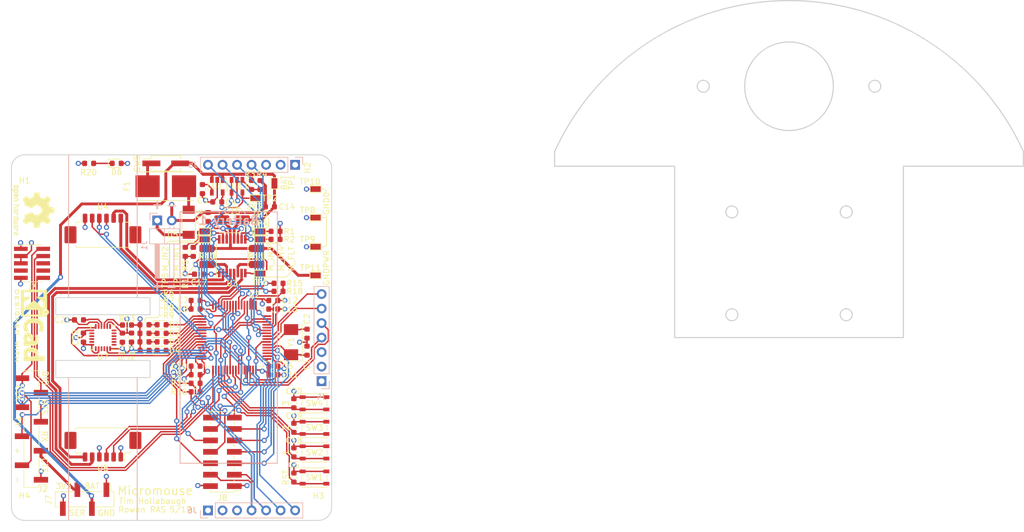
<source format=kicad_pcb>
(kicad_pcb (version 20171130) (host pcbnew 5.1.4)
  (layers (0 F.Cu signal) (1 In1.Cu power) (2 In2.Cu power) (31 B.Cu signal) (34 B.Paste user hide) (35 F.Paste user hide) (36 B.SilkS user) (37 F.SilkS user) (38 B.Mask user hide) (39 F.Mask user hide) (44 Edge.Cuts user))
  (net 0 "")
  (net 1 /~M_FAULT)
  (net 2 /M_IN1)
  (net 3 +BATT)
  (net 4 +3V3)
  (net 5 /M_IN3)
  (net 6 /M_IN2)
  (net 7 /M_IN4)
  (net 8 GNDD)
  (net 9 "Net-(D3-Pad1)")
  (net 10 "Net-(D4-Pad1)")
  (net 11 "Net-(D2-Pad1)")
  (net 12 "Net-(D1-Pad1)")
  (net 13 "Net-(C3-Pad1)")
  (net 14 /OSC_IN)
  (net 15 /OSC_OUT)
  (net 16 /~RST)
  (net 17 /F_GPIO0)
  (net 18 /F_GPIO1)
  (net 19 /L_GPIO0)
  (net 20 /L_GPIO1)
  (net 21 /R_GPIO0)
  (net 22 /R_GPIO1)
  (net 23 /L_SCL)
  (net 24 /L_SDA)
  (net 25 /LED1)
  (net 26 /LED2)
  (net 27 /LED3)
  (net 28 /LED4)
  (net 29 /R_SDA)
  (net 30 /R_SCL)
  (net 31 /TX)
  (net 32 /RX)
  (net 33 /CTS)
  (net 34 /RTS)
  (net 35 /SWDIO)
  (net 36 /SWCLK)
  (net 37 /BTN1)
  (net 38 /BTN2)
  (net 39 /BTN3)
  (net 40 /F_SCL)
  (net 41 /F_SDA)
  (net 42 "Net-(J2-Pad3)")
  (net 43 "Net-(C8-Pad1)")
  (net 44 "Net-(C10-Pad1)")
  (net 45 GNDPWR)
  (net 46 /LM_SENSE)
  (net 47 /RM_SENSE)
  (net 48 /LM_1)
  (net 49 /LM_2)
  (net 50 /RM_2)
  (net 51 /RM_1)
  (net 52 /RENC_A)
  (net 53 /RENC_B)
  (net 54 /LENC_A)
  (net 55 /LENC_B)
  (net 56 "Net-(R3-Pad2)")
  (net 57 /VBAT)
  (net 58 "Net-(C16-Pad2)")
  (net 59 /PC13)
  (net 60 /PC14)
  (net 61 /PC15)
  (net 62 /PA3)
  (net 63 /PA4)
  (net 64 /PB0)
  (net 65 /PC8)
  (net 66 /PD2)
  (net 67 /PB4)
  (net 68 /PB5)
  (net 69 "Net-(C21-Pad1)")
  (net 70 "Net-(D5-Pad2)")
  (net 71 "Net-(D5-Pad1)")
  (net 72 "Net-(D6-Pad1)")
  (net 73 "Net-(F1-Pad1)")
  (net 74 /IMU_INT)
  (net 75 "Net-(R13-Pad1)")
  (module Connector_PinHeader_2.00mm:PinHeader_2x07_P2.00mm_Vertical_SMD (layer F.Cu) (at 120.9 120 180)
    (fp_text reference J8 (at 0 -8.06) (layer F.SilkS))
    (fp_text value EXP)
    (pad 14 smd rect (at 2.085 6 180) (size 2.58 1) (layers F.Cu F.Paste F.Mask) (net 67 /PB4))
    (pad 13 smd rect (at -2.085 6 180) (size 2.58 1) (layers F.Cu F.Paste F.Mask) (net 68 /PB5))
    (pad 12 smd rect (at 2.085 4 180) (size 2.58 1) (layers F.Cu F.Paste F.Mask) (net 63 /PA4))
    (pad 11 smd rect (at -2.085 4 180) (size 2.58 1) (layers F.Cu F.Paste F.Mask) (net 62 /PA3))
    (pad 10 smd rect (at 2.085 2 180) (size 2.58 1) (layers F.Cu F.Paste F.Mask) (net 64 /PB0))
    (pad 9 smd rect (at -2.085 2 180) (size 2.58 1) (layers F.Cu F.Paste F.Mask) (net 60 /PC14))
    (pad 8 smd rect (at 2.085 0 180) (size 2.58 1) (layers F.Cu F.Paste F.Mask) (net 66 /PD2))
    (pad 7 smd rect (at -2.085 0 180) (size 2.58 1) (layers F.Cu F.Paste F.Mask) (net 59 /PC13))
    (pad 6 smd rect (at 2.085 -2 180) (size 2.58 1) (layers F.Cu F.Paste F.Mask) (net 65 /PC8))
    (pad 5 smd rect (at -2.085 -2 180) (size 2.58 1) (layers F.Cu F.Paste F.Mask) (net 61 /PC15))
    (pad 4 smd rect (at 2.085 -4 180) (size 2.58 1) (layers F.Cu F.Paste F.Mask) (net 29 /R_SDA))
    (pad 3 smd rect (at -2.085 -4 180) (size 2.58 1) (layers F.Cu F.Paste F.Mask) (net 30 /R_SCL))
    (pad 2 smd rect (at 2.085 -6 180) (size 2.58 1) (layers F.Cu F.Paste F.Mask) (net 4 +3V3))
    (pad 1 smd rect (at -2.085 -6 180) (size 2.58 1) (layers F.Cu F.Paste F.Mask) (net 8 GNDD))
  )
  (module Connector_PinHeader_2.54mm:PinHeader_1x04_P2.54mm_Vertical_SMD_Pin1Left (layer F.Cu) (at 96.8 128.3 270)
    (fp_text reference J7 (at 0.1 6.3 90) (layer F.SilkS))
    (fp_text value POWER)
    (pad 4 smd rect (at 1.655 3.81 270) (size 2.51 1) (layers F.Cu F.Paste F.Mask) (net 4 +3V3))
    (pad 2 smd rect (at 1.655 -1.27 270) (size 2.51 1) (layers F.Cu F.Paste F.Mask) (net 3 +BATT))
    (pad 3 smd rect (at -1.655 1.27 270) (size 2.51 1) (layers F.Cu F.Paste F.Mask) (net 42 "Net-(J2-Pad3)"))
    (pad 1 smd rect (at -1.655 -3.81 270) (size 2.51 1) (layers F.Cu F.Paste F.Mask) (net 8 GNDD))
  )
  (module Connector_PinHeader_1.27mm:PinHeader_2x05_P1.27mm_Vertical_SMD (layer F.Cu) (at 87.6 87)
    (fp_text reference J3 (at 0 4.21) (layer F.SilkS))
    (fp_text value SWD)
    (pad 1 smd rect (at -1.95 -2.54) (size 2.4 0.74) (layers F.Cu F.Paste F.Mask) (net 4 +3V3))
    (pad 2 smd rect (at 1.95 -2.54) (size 2.4 0.74) (layers F.Cu F.Paste F.Mask) (net 35 /SWDIO))
    (pad 3 smd rect (at -1.95 -1.27) (size 2.4 0.74) (layers F.Cu F.Paste F.Mask) (net 8 GNDD))
    (pad 4 smd rect (at 1.95 -1.27) (size 2.4 0.74) (layers F.Cu F.Paste F.Mask) (net 36 /SWCLK))
    (pad 5 smd rect (at -1.95 0) (size 2.4 0.74) (layers F.Cu F.Paste F.Mask) (net 8 GNDD))
    (pad 6 smd rect (at 1.95 0) (size 2.4 0.74) (layers F.Cu F.Paste F.Mask))
    (pad 7 smd rect (at -1.95 1.27) (size 2.4 0.74) (layers F.Cu F.Paste F.Mask))
    (pad 8 smd rect (at 1.95 1.27) (size 2.4 0.74) (layers F.Cu F.Paste F.Mask))
    (pad 9 smd rect (at -1.95 2.54) (size 2.4 0.74) (layers F.Cu F.Paste F.Mask) (net 8 GNDD))
    (pad 10 smd rect (at 1.95 2.54) (size 2.4 0.74) (layers F.Cu F.Paste F.Mask) (net 16 /~RST))
  )
  (module Sensor_Motion:InvenSense_QFN-24_4x4mm_P0.5mm (layer F.Cu) (at 100 100 180)
    (fp_text reference U7 (at 0 -3.375) (layer F.SilkS))
    (fp_text value MPU-6500)
    (pad 24 smd roundrect (at -1.25 -1.95 270) (size 0.85 0.3) (layers F.Cu F.Paste F.Mask) (net 41 /F_SDA))
    (pad 23 smd roundrect (at -0.75 -1.95 270) (size 0.85 0.3) (layers F.Cu F.Paste F.Mask) (net 40 /F_SCL))
    (pad 22 smd roundrect (at -0.25 -1.95 270) (size 0.85 0.3) (layers F.Cu F.Paste F.Mask))
    (pad 21 smd roundrect (at 0.25 -1.95 270) (size 0.85 0.3) (layers F.Cu F.Paste F.Mask))
    (pad 20 smd roundrect (at 0.75 -1.95 270) (size 0.85 0.3) (layers F.Cu F.Paste F.Mask) (net 8 GNDD))
    (pad 19 smd roundrect (at 1.25 -1.95 270) (size 0.85 0.3) (layers F.Cu F.Paste F.Mask))
    (pad 18 smd roundrect (at 1.95 -1.25 180) (size 0.85 0.3) (layers F.Cu F.Paste F.Mask) (net 8 GNDD))
    (pad 17 smd roundrect (at 1.95 -0.75 180) (size 0.85 0.3) (layers F.Cu F.Paste F.Mask))
    (pad 16 smd roundrect (at 1.95 -0.25 180) (size 0.85 0.3) (layers F.Cu F.Paste F.Mask))
    (pad 15 smd roundrect (at 1.95 0.25 180) (size 0.85 0.3) (layers F.Cu F.Paste F.Mask))
    (pad 14 smd roundrect (at 1.95 0.75 180) (size 0.85 0.3) (layers F.Cu F.Paste F.Mask))
    (pad 13 smd roundrect (at 1.95 1.25 180) (size 0.85 0.3) (layers F.Cu F.Paste F.Mask) (net 4 +3V3))
    (pad 12 smd roundrect (at 1.25 1.95 270) (size 0.85 0.3) (layers F.Cu F.Paste F.Mask) (net 74 /IMU_INT))
    (pad 11 smd roundrect (at 0.75 1.95 270) (size 0.85 0.3) (layers F.Cu F.Paste F.Mask) (net 8 GNDD))
    (pad 10 smd roundrect (at 0.25 1.95 270) (size 0.85 0.3) (layers F.Cu F.Paste F.Mask) (net 69 "Net-(C21-Pad1)"))
    (pad 9 smd roundrect (at -0.25 1.95 270) (size 0.85 0.3) (layers F.Cu F.Paste F.Mask) (net 75 "Net-(R13-Pad1)"))
    (pad 8 smd roundrect (at -0.75 1.95 270) (size 0.85 0.3) (layers F.Cu F.Paste F.Mask) (net 4 +3V3))
    (pad 7 smd roundrect (at -1.25 1.95 270) (size 0.85 0.3) (layers F.Cu F.Paste F.Mask))
    (pad 6 smd roundrect (at -1.95 1.25 180) (size 0.85 0.3) (layers F.Cu F.Paste F.Mask))
    (pad 5 smd roundrect (at -1.95 0.75 180) (size 0.85 0.3) (layers F.Cu F.Paste F.Mask))
    (pad 4 smd roundrect (at -1.95 0.25 180) (size 0.85 0.3) (layers F.Cu F.Paste F.Mask))
    (pad 3 smd roundrect (at -1.95 -0.25 180) (size 0.85 0.3) (layers F.Cu F.Paste F.Mask))
    (pad 2 smd roundrect (at -1.95 -0.75 180) (size 0.85 0.3) (layers F.Cu F.Paste F.Mask))
    (pad 1 smd roundrect (at -1.95 -1.25 180) (size 0.85 0.3) (layers F.Cu F.Paste F.Mask))
  )
  (module Connector_Molex:Molex_PicoBlade_53261-0671_1x06-1MP_P1.25mm_Horizontal (layer F.Cu) (at 100 118.5 180)
    (fp_text reference U5 (at 0 -4.4) (layer F.SilkS))
    (fp_text value Right_Motor)
    (pad MP smd roundrect (at 5.675 0.5 180) (size 2.1 3) (layers F.Cu F.Paste F.Mask) (roundrect_rratio 0.119048))
    (pad MP smd roundrect (at -5.675 0.5 180) (size 2.1 3) (layers F.Cu F.Paste F.Mask) (roundrect_rratio 0.119048))
    (pad 6 smd roundrect (at 3.125 -2.4 180) (size 0.8 1.6) (layers F.Cu F.Paste F.Mask) (net 51 /RM_1))
    (pad 5 smd roundrect (at 1.875 -2.4 180) (size 0.8 1.6) (layers F.Cu F.Paste F.Mask) (net 50 /RM_2))
    (pad 4 smd roundrect (at 0.625 -2.4 180) (size 0.8 1.6) (layers F.Cu F.Paste F.Mask) (net 4 +3V3))
    (pad 3 smd roundrect (at -0.625 -2.4 180) (size 0.8 1.6) (layers F.Cu F.Paste F.Mask) (net 53 /RENC_B))
    (pad 2 smd roundrect (at -1.875 -2.4 180) (size 0.8 1.6) (layers F.Cu F.Paste F.Mask) (net 52 /RENC_A))
    (pad 1 smd roundrect (at -3.125 -2.4 180) (size 0.8 1.6) (layers F.Cu F.Paste F.Mask) (net 8 GNDD))
  )
  (module Connector_Molex:Molex_PicoBlade_53261-0671_1x06-1MP_P1.25mm_Horizontal (layer F.Cu) (at 100 81.5)
    (fp_text reference U4 (at 0 -4.4) (layer F.SilkS))
    (fp_text value Left_Motor)
    (pad MP smd roundrect (at 5.675 0.5) (size 2.1 3) (layers F.Cu F.Paste F.Mask) (roundrect_rratio 0.119048))
    (pad MP smd roundrect (at -5.675 0.5) (size 2.1 3) (layers F.Cu F.Paste F.Mask) (roundrect_rratio 0.119048))
    (pad 6 smd roundrect (at 3.125 -2.4) (size 0.8 1.6) (layers F.Cu F.Paste F.Mask) (net 49 /LM_2))
    (pad 5 smd roundrect (at 1.875 -2.4) (size 0.8 1.6) (layers F.Cu F.Paste F.Mask) (net 48 /LM_1))
    (pad 4 smd roundrect (at 0.625 -2.4) (size 0.8 1.6) (layers F.Cu F.Paste F.Mask) (net 4 +3V3))
    (pad 3 smd roundrect (at -0.625 -2.4) (size 0.8 1.6) (layers F.Cu F.Paste F.Mask) (net 55 /LENC_B))
    (pad 2 smd roundrect (at -1.875 -2.4) (size 0.8 1.6) (layers F.Cu F.Paste F.Mask) (net 54 /LENC_A))
    (pad 1 smd roundrect (at -3.125 -2.4) (size 0.8 1.6) (layers F.Cu F.Paste F.Mask) (net 8 GNDD))
  )
  (module MountingHole:MountingHole_2.2mm_M2 (layer F.Cu) (at 137.7 129.7)
    (fp_text reference H3 (at 0 -2) (layer F.SilkS))
    (fp_text value Corner)
    (pad 1 np_thru_hole circle (at 0 0) (size 2.2 2.2) (drill 2.2) (layers *.Cu *.Mask))
  )
  (module Symbol:OSHW-Logo2_9.8x8mm_SilkScreen (layer F.Cu) (at 87.8 77.7 270)
    (fp_text reference REF** hide)
    (fp_text value OSHW-Logo2_9.8x8mm_SilkScreen hide)
  )
  (module Symbol:KiCad-Logo2_6mm_SilkScreen (layer F.Cu) (at 87.6 97.9 270)
    (fp_text reference REF** hide)
    (fp_text value KiCad-Logo2_6mm_SilkScreen hide)
  )
  (module Connector_PinHeader_2.54mm:PinHeader_1x08_P2.54mm_Vertical_SMD_Pin1Left (layer F.Cu) (at 87.5 116 180)
    (fp_text reference J2 (at -2 -10.5) (layer F.SilkS))
    (fp_text value Serial)
    (pad 8 smd rect (at 1.655 8.89 180) (size 2.51 1) (layers F.Cu F.Paste F.Mask) (net 35 /SWDIO))
    (pad 6 smd rect (at 1.655 3.81 180) (size 2.51 1) (layers F.Cu F.Paste F.Mask) (net 34 /RTS))
    (pad 4 smd rect (at 1.655 -1.27 180) (size 2.51 1) (layers F.Cu F.Paste F.Mask) (net 32 /RX))
    (pad 2 smd rect (at 1.655 -6.35 180) (size 2.51 1) (layers F.Cu F.Paste F.Mask) (net 33 /CTS))
    (pad 7 smd rect (at -1.655 6.35 180) (size 2.51 1) (layers F.Cu F.Paste F.Mask) (net 36 /SWCLK))
    (pad 5 smd rect (at -1.655 1.27 180) (size 2.51 1) (layers F.Cu F.Paste F.Mask) (net 31 /TX))
    (pad 3 smd rect (at -1.655 -3.81 180) (size 2.51 1) (layers F.Cu F.Paste F.Mask) (net 42 "Net-(J2-Pad3)"))
    (pad 1 smd rect (at -1.655 -8.89 180) (size 2.51 1) (layers F.Cu F.Paste F.Mask) (net 8 GNDD))
  )
  (module Package_QFP:LQFP-64_10x10mm_P0.5mm (layer F.Cu) (at 123 100 180)
    (fp_text reference U2 (at -3.5 7.5 180) (layer F.SilkS))
    (fp_text value STM32F405RGTx)
    (pad 1 smd roundrect (at -5.675 -3.75 180) (size 1.55 0.3) (layers F.Cu F.Paste F.Mask) (net 4 +3V3))
    (pad 2 smd roundrect (at -5.675 -3.25 180) (size 1.55 0.3) (layers F.Cu F.Paste F.Mask) (net 59 /PC13))
    (pad 3 smd roundrect (at -5.675 -2.75 180) (size 1.55 0.3) (layers F.Cu F.Paste F.Mask) (net 60 /PC14))
    (pad 4 smd roundrect (at -5.675 -2.25 180) (size 1.55 0.3) (layers F.Cu F.Paste F.Mask) (net 61 /PC15))
    (pad 5 smd roundrect (at -5.675 -1.75 180) (size 1.55 0.3) (layers F.Cu F.Paste F.Mask) (net 14 /OSC_IN))
    (pad 6 smd roundrect (at -5.675 -1.25 180) (size 1.55 0.3) (layers F.Cu F.Paste F.Mask) (net 15 /OSC_OUT))
    (pad 7 smd roundrect (at -5.675 -0.75 180) (size 1.55 0.3) (layers F.Cu F.Paste F.Mask) (net 16 /~RST))
    (pad 8 smd roundrect (at -5.675 -0.25 180) (size 1.55 0.3) (layers F.Cu F.Paste F.Mask) (net 17 /F_GPIO0))
    (pad 9 smd roundrect (at -5.675 0.25 180) (size 1.55 0.3) (layers F.Cu F.Paste F.Mask) (net 18 /F_GPIO1))
    (pad 10 smd roundrect (at -5.675 0.75 180) (size 1.55 0.3) (layers F.Cu F.Paste F.Mask) (net 19 /L_GPIO0))
    (pad 11 smd roundrect (at -5.675 1.25 180) (size 1.55 0.3) (layers F.Cu F.Paste F.Mask) (net 20 /L_GPIO1))
    (pad 12 smd roundrect (at -5.675 1.75 180) (size 1.55 0.3) (layers F.Cu F.Paste F.Mask) (net 8 GNDD))
    (pad 13 smd roundrect (at -5.675 2.25 180) (size 1.55 0.3) (layers F.Cu F.Paste F.Mask) (net 4 +3V3))
    (pad 14 smd roundrect (at -5.675 2.75 180) (size 1.55 0.3) (layers F.Cu F.Paste F.Mask) (net 52 /RENC_A))
    (pad 15 smd roundrect (at -5.675 3.25 180) (size 1.55 0.3) (layers F.Cu F.Paste F.Mask) (net 53 /RENC_B))
    (pad 16 smd roundrect (at -5.675 3.75 180) (size 1.55 0.3) (layers F.Cu F.Paste F.Mask))
    (pad 17 smd roundrect (at -3.75 5.675 180) (size 0.3 1.55) (layers F.Cu F.Paste F.Mask) (net 62 /PA3))
    (pad 18 smd roundrect (at -3.25 5.675 180) (size 0.3 1.55) (layers F.Cu F.Paste F.Mask) (net 8 GNDD))
    (pad 19 smd roundrect (at -2.75 5.675 180) (size 0.3 1.55) (layers F.Cu F.Paste F.Mask) (net 4 +3V3))
    (pad 20 smd roundrect (at -2.25 5.675 180) (size 0.3 1.55) (layers F.Cu F.Paste F.Mask) (net 63 /PA4))
    (pad 21 smd roundrect (at -1.75 5.675 180) (size 0.3 1.55) (layers F.Cu F.Paste F.Mask) (net 54 /LENC_A))
    (pad 22 smd roundrect (at -1.25 5.675 180) (size 0.3 1.55) (layers F.Cu F.Paste F.Mask) (net 2 /M_IN1))
    (pad 23 smd roundrect (at -0.75 5.675 180) (size 0.3 1.55) (layers F.Cu F.Paste F.Mask) (net 6 /M_IN2))
    (pad 24 smd roundrect (at -0.25 5.675 180) (size 0.3 1.55) (layers F.Cu F.Paste F.Mask) (net 21 /R_GPIO0))
    (pad 25 smd roundrect (at 0.25 5.675 180) (size 0.3 1.55) (layers F.Cu F.Paste F.Mask) (net 22 /R_GPIO1))
    (pad 26 smd roundrect (at 0.75 5.675 180) (size 0.3 1.55) (layers F.Cu F.Paste F.Mask) (net 64 /PB0))
    (pad 27 smd roundrect (at 1.25 5.675 180) (size 0.3 1.55) (layers F.Cu F.Paste F.Mask) (net 57 /VBAT))
    (pad 28 smd roundrect (at 1.75 5.675 180) (size 0.3 1.55) (layers F.Cu F.Paste F.Mask))
    (pad 29 smd roundrect (at 2.25 5.675 180) (size 0.3 1.55) (layers F.Cu F.Paste F.Mask) (net 23 /L_SCL))
    (pad 30 smd roundrect (at 2.75 5.675 180) (size 0.3 1.55) (layers F.Cu F.Paste F.Mask) (net 24 /L_SDA))
    (pad 31 smd roundrect (at 3.25 5.675 180) (size 0.3 1.55) (layers F.Cu F.Paste F.Mask) (net 43 "Net-(C8-Pad1)"))
    (pad 32 smd roundrect (at 3.75 5.675 180) (size 0.3 1.55) (layers F.Cu F.Paste F.Mask) (net 4 +3V3))
    (pad 33 smd roundrect (at 5.675 3.75 180) (size 1.55 0.3) (layers F.Cu F.Paste F.Mask) (net 25 /LED1))
    (pad 34 smd roundrect (at 5.675 3.25 180) (size 1.55 0.3) (layers F.Cu F.Paste F.Mask) (net 26 /LED2))
    (pad 35 smd roundrect (at 5.675 2.75 180) (size 1.55 0.3) (layers F.Cu F.Paste F.Mask) (net 27 /LED3))
    (pad 36 smd roundrect (at 5.675 2.25 180) (size 1.55 0.3) (layers F.Cu F.Paste F.Mask) (net 28 /LED4))
    (pad 37 smd roundrect (at 5.675 1.75 180) (size 1.55 0.3) (layers F.Cu F.Paste F.Mask) (net 1 /~M_FAULT))
    (pad 38 smd roundrect (at 5.675 1.25 180) (size 1.55 0.3) (layers F.Cu F.Paste F.Mask) (net 74 /IMU_INT))
    (pad 39 smd roundrect (at 5.675 0.75 180) (size 1.55 0.3) (layers F.Cu F.Paste F.Mask) (net 65 /PC8))
    (pad 40 smd roundrect (at 5.675 0.25 180) (size 1.55 0.3) (layers F.Cu F.Paste F.Mask) (net 29 /R_SDA))
    (pad 41 smd roundrect (at 5.675 -0.25 180) (size 1.55 0.3) (layers F.Cu F.Paste F.Mask) (net 30 /R_SCL))
    (pad 42 smd roundrect (at 5.675 -0.75 180) (size 1.55 0.3) (layers F.Cu F.Paste F.Mask) (net 31 /TX))
    (pad 43 smd roundrect (at 5.675 -1.25 180) (size 1.55 0.3) (layers F.Cu F.Paste F.Mask) (net 32 /RX))
    (pad 44 smd roundrect (at 5.675 -1.75 180) (size 1.55 0.3) (layers F.Cu F.Paste F.Mask) (net 33 /CTS))
    (pad 45 smd roundrect (at 5.675 -2.25 180) (size 1.55 0.3) (layers F.Cu F.Paste F.Mask) (net 34 /RTS))
    (pad 46 smd roundrect (at 5.675 -2.75 180) (size 1.55 0.3) (layers F.Cu F.Paste F.Mask) (net 35 /SWDIO))
    (pad 47 smd roundrect (at 5.675 -3.25 180) (size 1.55 0.3) (layers F.Cu F.Paste F.Mask) (net 44 "Net-(C10-Pad1)"))
    (pad 48 smd roundrect (at 5.675 -3.75 180) (size 1.55 0.3) (layers F.Cu F.Paste F.Mask) (net 4 +3V3))
    (pad 49 smd roundrect (at 3.75 -5.675 180) (size 0.3 1.55) (layers F.Cu F.Paste F.Mask) (net 36 /SWCLK))
    (pad 50 smd roundrect (at 3.25 -5.675 180) (size 0.3 1.55) (layers F.Cu F.Paste F.Mask))
    (pad 51 smd roundrect (at 2.75 -5.675 180) (size 0.3 1.55) (layers F.Cu F.Paste F.Mask) (net 37 /BTN1))
    (pad 52 smd roundrect (at 2.25 -5.675 180) (size 0.3 1.55) (layers F.Cu F.Paste F.Mask) (net 38 /BTN2))
    (pad 53 smd roundrect (at 1.75 -5.675 180) (size 0.3 1.55) (layers F.Cu F.Paste F.Mask) (net 39 /BTN3))
    (pad 54 smd roundrect (at 1.25 -5.675 180) (size 0.3 1.55) (layers F.Cu F.Paste F.Mask) (net 66 /PD2))
    (pad 55 smd roundrect (at 0.75 -5.675 180) (size 0.3 1.55) (layers F.Cu F.Paste F.Mask) (net 55 /LENC_B))
    (pad 56 smd roundrect (at 0.25 -5.675 180) (size 0.3 1.55) (layers F.Cu F.Paste F.Mask) (net 67 /PB4))
    (pad 57 smd roundrect (at -0.25 -5.675 180) (size 0.3 1.55) (layers F.Cu F.Paste F.Mask) (net 68 /PB5))
    (pad 58 smd roundrect (at -0.75 -5.675 180) (size 0.3 1.55) (layers F.Cu F.Paste F.Mask) (net 5 /M_IN3))
    (pad 59 smd roundrect (at -1.25 -5.675 180) (size 0.3 1.55) (layers F.Cu F.Paste F.Mask) (net 7 /M_IN4))
    (pad 60 smd roundrect (at -1.75 -5.675 180) (size 0.3 1.55) (layers F.Cu F.Paste F.Mask))
    (pad 61 smd roundrect (at -2.25 -5.675 180) (size 0.3 1.55) (layers F.Cu F.Paste F.Mask) (net 40 /F_SCL))
    (pad 62 smd roundrect (at -2.75 -5.675 180) (size 0.3 1.55) (layers F.Cu F.Paste F.Mask) (net 41 /F_SDA))
    (pad 63 smd roundrect (at -3.25 -5.675 180) (size 0.3 1.55) (layers F.Cu F.Paste F.Mask) (net 8 GNDD))
    (pad 64 smd roundrect (at -3.75 -5.675 180) (size 0.3 1.55) (layers F.Cu F.Paste F.Mask) (net 4 +3V3))
  )
  (module Button_Switch_SMD:SW_SPST_PTS810 (layer F.Cu) (at 137 111.5 180)
    (fp_text reference SW4 (at 0 0) (layer F.SilkS))
    (fp_text value Center)
    (pad 2 smd rect (at 2.075 1.075 180) (size 1.05 0.65) (layers F.Cu F.Paste F.Mask) (net 8 GNDD))
    (pad 2 smd rect (at -2.075 1.075 180) (size 1.05 0.65) (layers F.Cu F.Paste F.Mask) (net 8 GNDD))
    (pad 1 smd rect (at 2.075 -1.075 180) (size 1.05 0.65) (layers F.Cu F.Paste F.Mask) (net 39 /BTN3))
    (pad 1 smd rect (at -2.075 -1.075 180) (size 1.05 0.65) (layers F.Cu F.Paste F.Mask) (net 39 /BTN3))
  )
  (module Button_Switch_SMD:SW_SPST_PTS810 (layer F.Cu) (at 137 115.8 180)
    (fp_text reference SW3 (at 0 0) (layer F.SilkS))
    (fp_text value Right)
    (pad 2 smd rect (at 2.075 1.075 180) (size 1.05 0.65) (layers F.Cu F.Paste F.Mask) (net 8 GNDD))
    (pad 2 smd rect (at -2.075 1.075 180) (size 1.05 0.65) (layers F.Cu F.Paste F.Mask) (net 8 GNDD))
    (pad 1 smd rect (at 2.075 -1.075 180) (size 1.05 0.65) (layers F.Cu F.Paste F.Mask) (net 38 /BTN2))
    (pad 1 smd rect (at -2.075 -1.075 180) (size 1.05 0.65) (layers F.Cu F.Paste F.Mask) (net 38 /BTN2))
  )
  (module Button_Switch_SMD:SW_SPST_PTS810 (layer F.Cu) (at 137 120.1 180)
    (fp_text reference SW2 (at 0 0) (layer F.SilkS))
    (fp_text value Left)
    (pad 2 smd rect (at 2.075 1.075 180) (size 1.05 0.65) (layers F.Cu F.Paste F.Mask) (net 8 GNDD))
    (pad 2 smd rect (at -2.075 1.075 180) (size 1.05 0.65) (layers F.Cu F.Paste F.Mask) (net 8 GNDD))
    (pad 1 smd rect (at 2.075 -1.075 180) (size 1.05 0.65) (layers F.Cu F.Paste F.Mask) (net 37 /BTN1))
    (pad 1 smd rect (at -2.075 -1.075 180) (size 1.05 0.65) (layers F.Cu F.Paste F.Mask) (net 37 /BTN1))
  )
  (module Button_Switch_SMD:SW_SPST_PTS810 (layer F.Cu) (at 137 124.5)
    (fp_text reference SW1 (at 0 0) (layer F.SilkS))
    (fp_text value RST)
    (pad 2 smd rect (at 2.075 1.075) (size 1.05 0.65) (layers F.Cu F.Paste F.Mask) (net 16 /~RST))
    (pad 2 smd rect (at -2.075 1.075) (size 1.05 0.65) (layers F.Cu F.Paste F.Mask) (net 16 /~RST))
    (pad 1 smd rect (at 2.075 -1.075) (size 1.05 0.65) (layers F.Cu F.Paste F.Mask) (net 8 GNDD))
    (pad 1 smd rect (at -2.075 -1.075) (size 1.05 0.65) (layers F.Cu F.Paste F.Mask) (net 8 GNDD))
  )
  (module Connector_PinHeader_2.54mm:PinHeader_2x01_P2.54mm_Vertical_SMD (layer F.Cu) (at 111 69.5)
    (fp_text reference SW5 (at -5 0 90) (layer F.SilkS))
    (fp_text value Power)
    (pad 2 smd rect (at 2.525 0) (size 3.15 1) (layers F.Cu F.Paste F.Mask) (net 3 +BATT))
    (pad 1 smd rect (at -2.525 0) (size 3.15 1) (layers F.Cu F.Paste F.Mask) (net 73 "Net-(F1-Pad1)"))
  )
  (module micromouse_custom:TestPoint_Pad_1.8x1.0mm (layer F.Cu) (at 137.2 89.1)
    (fp_text reference TP11 (at -0.9 -1.3) (layer F.SilkS))
    (fp_text value GND)
    (pad 1 smd rect (at 0 0) (size 1.8 1) (layers F.Cu F.Paste F.Mask) (net 45 GNDPWR))
  )
  (module micromouse_custom:TestPoint_Pad_1.8x1.0mm (layer F.Cu) (at 137.2 74)
    (fp_text reference TP10 (at -1 -1.3 180) (layer F.SilkS))
    (fp_text value GND)
    (pad 1 smd rect (at 0 0) (size 1.8 1) (layers F.Cu F.Paste F.Mask) (net 8 GNDD))
  )
  (module micromouse_custom:TestPoint_Pad_1.8x1.0mm (layer F.Cu) (at 137.2 84.1 180)
    (fp_text reference TP9 (at 1.4 1.3 180) (layer F.SilkS))
    (fp_text value GND)
    (pad 1 smd rect (at 0 0 180) (size 1.8 1) (layers F.Cu F.Paste F.Mask) (net 8 GNDD))
  )
  (module micromouse_custom:TestPoint_Pad_1.8x1.0mm (layer F.Cu) (at 137.2 79)
    (fp_text reference TP8 (at -1.4 -1.3 180) (layer F.SilkS))
    (fp_text value GND)
    (pad 1 smd rect (at 0 0) (size 1.8 1) (layers F.Cu F.Paste F.Mask) (net 8 GNDD))
  )
  (module micromouse_custom:TestPoint_Pad_1.8x1.0mm (layer F.Cu) (at 117.8 82.8)
    (fp_text reference TP7 (at -4.85 7.15 90) (layer F.SilkS))
    (fp_text value M_IN1)
    (pad 1 smd rect (at 0 0) (size 1.8 1) (layers F.Cu F.Paste F.Mask) (net 2 /M_IN1))
  )
  (module micromouse_custom:TestPoint_Pad_1.8x1.0mm (layer F.Cu) (at 127.5 88.8)
    (fp_text reference TP6 (at 0 1.524) (layer F.SilkS))
    (fp_text value ~M_FAULT)
    (pad 1 smd rect (at 0 0) (size 1.8 1) (layers F.Cu F.Paste F.Mask) (net 1 /~M_FAULT))
  )
  (module micromouse_custom:TestPoint_Pad_1.8x1.0mm (layer F.Cu) (at 117.8 81.4)
    (fp_text reference TP5 (at -6.9 8.6 90) (layer F.SilkS))
    (fp_text value M_IN2)
    (pad 1 smd rect (at 0 0) (size 1.8 1) (layers F.Cu F.Paste F.Mask) (net 6 /M_IN2))
  )
  (module micromouse_custom:TestPoint_Pad_1.8x1.0mm (layer F.Cu) (at 127.5 82.8)
    (fp_text reference TP4 (at 0 -2.8 180) (layer F.SilkS))
    (fp_text value M_IN3)
    (pad 1 smd rect (at 0 0) (size 1.8 1) (layers F.Cu F.Paste F.Mask) (net 5 /M_IN3))
  )
  (module micromouse_custom:TestPoint_Pad_1.8x1.0mm (layer F.Cu) (at 127.5 81.4)
    (fp_text reference TP3 (at 0 -3) (layer F.SilkS))
    (fp_text value M_IN4)
    (pad 1 smd rect (at 0 0) (size 1.8 1) (layers F.Cu F.Paste F.Mask) (net 7 /M_IN4))
  )
  (module micromouse_custom:TestPoint_Pad_1.8x1.0mm (layer F.Cu) (at 126.7 75.6)
    (fp_text reference TP2 (at 2.5 0 180) (layer F.SilkS))
    (fp_text value 3.3v)
    (pad 1 smd rect (at 0 0) (size 1.8 1) (layers F.Cu F.Paste F.Mask) (net 4 +3V3))
  )
  (module micromouse_custom:TestPoint_Pad_1.8x1.0mm (layer F.Cu) (at 130 73 90)
    (fp_text reference TP1 (at 0.2 3 90) (layer F.SilkS))
    (fp_text value BAT)
    (pad 1 smd rect (at 0 0 90) (size 1.8 1) (layers F.Cu F.Paste F.Mask) (net 3 +BATT))
  )
  (module Capacitor_SMD:CP_Elec_4x4.5 (layer F.Cu) (at 122.6 79.4 180)
    (fp_text reference C15 (at 0 1.5) (layer F.SilkS))
    (fp_text value 22uF)
    (pad 2 smd roundrect (at 1.8 0 180) (size 2.6 1.6) (layers F.Cu F.Paste F.Mask) (roundrect_rratio 0.15625) (net 45 GNDPWR))
    (pad 1 smd roundrect (at -1.8 0 180) (size 2.6 1.6) (layers F.Cu F.Paste F.Mask) (roundrect_rratio 0.15625) (net 3 +BATT))
  )
  (module Connector_PinHeader_2.54mm:PinHeader_1x02_P2.54mm_Horizontal (layer B.Cu) (at 109.5 79.5 270)
    (fp_text reference J1 (at 4.385 2.27 270) (layer B.SilkS) (effects (justify mirror)))
    (fp_text value Battery)
    (pad 2 thru_hole oval (at 0 -2.54 270) (size 1.7 1.7) (drill 1) (layers *.Cu *.Mask) (net 45 GNDPWR))
    (pad 1 thru_hole rect (at 0 0 270) (size 1.7 1.7) (drill 1) (layers *.Cu *.Mask) (net 70 "Net-(D5-Pad2)"))
  )
  (module Package_TO_SOT_SMD:SOT-23-5 (layer F.Cu) (at 123.45 73.5 270)
    (fp_text reference U6 (at 0 0.05 180) (layer F.SilkS))
    (fp_text value MCP6001U)
    (pad 5 smd rect (at 1.1 -0.95 270) (size 1.06 0.65) (layers F.Cu F.Paste F.Mask) (net 4 +3V3))
    (pad 4 smd rect (at 1.1 0.95 270) (size 1.06 0.65) (layers F.Cu F.Paste F.Mask) (net 57 /VBAT))
    (pad 3 smd rect (at -1.1 0.95 270) (size 1.06 0.65) (layers F.Cu F.Paste F.Mask) (net 57 /VBAT))
    (pad 2 smd rect (at -1.1 0 270) (size 1.06 0.65) (layers F.Cu F.Paste F.Mask) (net 8 GNDD))
    (pad 1 smd rect (at -1.1 -0.95 270) (size 1.06 0.65) (layers F.Cu F.Paste F.Mask) (net 56 "Net-(R3-Pad2)"))
  )
  (module Resistor_SMD:R_0603_1608Metric (layer F.Cu) (at 97.5875 69.5)
    (fp_text reference R20 (at -0.0875 1.6) (layer F.SilkS))
    (fp_text value 330)
    (pad 2 smd roundrect (at 0.7875 0) (size 0.875 0.95) (layers F.Cu F.Paste F.Mask) (net 72 "Net-(D6-Pad1)"))
    (pad 1 smd roundrect (at -0.7875 0) (size 0.875 0.95) (layers F.Cu F.Paste F.Mask) (net 8 GNDD))
  )
  (module Resistor_SMD:R_0603_1608Metric (layer F.Cu) (at 116.2125 108 180)
    (fp_text reference R19 (at 2.9125 0) (layer F.SilkS))
    (fp_text value 2.2K)
    (pad 2 smd roundrect (at 0.7875 0 180) (size 0.875 0.95) (layers F.Cu F.Paste F.Mask) (net 30 /R_SCL))
    (pad 1 smd roundrect (at -0.7875 0 180) (size 0.875 0.95) (layers F.Cu F.Paste F.Mask) (net 4 +3V3))
  )
  (module Resistor_SMD:R_0603_1608Metric (layer F.Cu) (at 130.7125 91.9 180)
    (fp_text reference R18 (at -2.8375 0) (layer F.SilkS))
    (fp_text value 2.2K)
    (pad 2 smd roundrect (at 0.7875 0 180) (size 0.875 0.95) (layers F.Cu F.Paste F.Mask) (net 23 /L_SCL))
    (pad 1 smd roundrect (at -0.7875 0 180) (size 0.875 0.95) (layers F.Cu F.Paste F.Mask) (net 4 +3V3))
  )
  (module Resistor_SMD:R_0603_1608Metric (layer F.Cu) (at 105 99.9875 270)
    (fp_text reference R17 (at 2.7125 -0.1 90) (layer F.SilkS))
    (fp_text value 2.2K)
    (pad 2 smd roundrect (at 0.7875 0 270) (size 0.875 0.95) (layers F.Cu F.Paste F.Mask) (net 40 /F_SCL))
    (pad 1 smd roundrect (at -0.7875 0 270) (size 0.875 0.95) (layers F.Cu F.Paste F.Mask) (net 4 +3V3))
  )
  (module Resistor_SMD:R_0603_1608Metric (layer F.Cu) (at 116.2125 109.5 180)
    (fp_text reference R16 (at 2.9125 0) (layer F.SilkS))
    (fp_text value 2.2K)
    (pad 2 smd roundrect (at 0.7875 0 180) (size 0.875 0.95) (layers F.Cu F.Paste F.Mask) (net 29 /R_SDA))
    (pad 1 smd roundrect (at -0.7875 0 180) (size 0.875 0.95) (layers F.Cu F.Paste F.Mask) (net 4 +3V3))
  )
  (module Resistor_SMD:R_0603_1608Metric (layer F.Cu) (at 130.7125 90.5 180)
    (fp_text reference R15 (at -2.8375 0) (layer F.SilkS))
    (fp_text value 2.2K)
    (pad 2 smd roundrect (at 0.7875 0 180) (size 0.875 0.95) (layers F.Cu F.Paste F.Mask) (net 24 /L_SDA))
    (pad 1 smd roundrect (at -0.7875 0 180) (size 0.875 0.95) (layers F.Cu F.Paste F.Mask) (net 4 +3V3))
  )
  (module Resistor_SMD:R_0603_1608Metric (layer F.Cu) (at 103.4 100 270)
    (fp_text reference R14 (at 2.7 0.1 90) (layer F.SilkS))
    (fp_text value 2.2K)
    (pad 1 smd roundrect (at -0.7875 0 270) (size 0.875 0.95) (layers F.Cu F.Paste F.Mask) (net 4 +3V3))
    (pad 2 smd roundrect (at 0.7875 0 270) (size 0.875 0.95) (layers F.Cu F.Paste F.Mask) (net 41 /F_SDA))
  )
  (module Resistor_SMD:R_0603_1608Metric (layer F.Cu) (at 104.2125 97.8)
    (fp_text reference R13 (at 0 -1.1) (layer F.SilkS))
    (fp_text value 10k)
    (pad 2 smd roundrect (at 0.7875 0) (size 0.875 0.95) (layers F.Cu F.Paste F.Mask) (net 8 GNDD))
    (pad 1 smd roundrect (at -0.7875 0) (size 0.875 0.95) (layers F.Cu F.Paste F.Mask) (net 75 "Net-(R13-Pad1)"))
  )
  (module Resistor_SMD:R_0603_1608Metric (layer F.Cu) (at 115.8 85 270)
    (fp_text reference R12 (at 5 1.4 90) (layer F.SilkS))
    (fp_text value 10k)
    (pad 2 smd roundrect (at 0.7875 0 270) (size 0.875 0.95) (layers F.Cu F.Paste F.Mask) (net 8 GNDD))
    (pad 1 smd roundrect (at -0.7875 0 270) (size 0.875 0.95) (layers F.Cu F.Paste F.Mask) (net 2 /M_IN1))
  )
  (module micromouse_custom:Littlefuse_154 (layer F.Cu) (at 111 73.5)
    (fp_text reference F1 (at -6.8 0 90) (layer F.SilkS))
    (fp_text value 1A)
    (pad 2 smd rect (at 3.185 0) (size 4.24 3.81) (layers F.Cu F.Paste F.Mask) (net 71 "Net-(D5-Pad1)"))
    (pad 1 smd rect (at -3.185 0) (size 4.24 3.81) (layers F.Cu F.Paste F.Mask) (net 73 "Net-(F1-Pad1)"))
  )
  (module LED_SMD:LED_0603_1608Metric (layer F.Cu) (at 102.4125 69.5)
    (fp_text reference D6 (at -0.0125 1.5) (layer F.SilkS))
    (fp_text value WHITE)
    (pad 2 smd roundrect (at 0.7875 0) (size 0.875 0.95) (layers F.Cu F.Paste F.Mask) (net 4 +3V3))
    (pad 1 smd roundrect (at -0.7875 0) (size 0.875 0.95) (layers F.Cu F.Paste F.Mask) (net 72 "Net-(D6-Pad1)"))
  )
  (module micromouse_custom:SC-110A-2 (layer F.Cu) (at 115 79.8 270)
    (fp_text reference D5 (at 2.2 2.8 180) (layer F.SilkS))
    (fp_text value "DB2441700L ")
    (pad 2 smd rect (at 2.2 0 270) (size 1.4 2.1) (layers F.Cu F.Paste F.Mask) (net 70 "Net-(D5-Pad2)"))
    (pad 1 smd rect (at -2.2 0 270) (size 1.4 2.1) (layers F.Cu F.Paste F.Mask) (net 71 "Net-(D5-Pad1)"))
  )
  (module Capacitor_SMD:C_0603_1608Metric (layer F.Cu) (at 96.6 99.9875 270)
    (fp_text reference C22 (at 0 1.4 90) (layer F.SilkS))
    (fp_text value 0.1uF)
    (pad 2 smd roundrect (at 0.7875 0 270) (size 0.875 0.95) (layers F.Cu F.Paste F.Mask) (net 8 GNDD))
    (pad 1 smd roundrect (at -0.7875 0 270) (size 0.875 0.95) (layers F.Cu F.Paste F.Mask) (net 4 +3V3))
  )
  (module Capacitor_SMD:C_0603_1608Metric (layer F.Cu) (at 95.8125 96.9 180)
    (fp_text reference C21 (at 2.9125 0) (layer F.SilkS))
    (fp_text value 0.1uF)
    (pad 2 smd roundrect (at 0.7875 0 180) (size 0.875 0.95) (layers F.Cu F.Paste F.Mask) (net 8 GNDD))
    (pad 1 smd roundrect (at -0.7875 0 180) (size 0.875 0.95) (layers F.Cu F.Paste F.Mask) (net 69 "Net-(C21-Pad1)"))
  )
  (module Capacitor_SMD:C_0603_1608Metric (layer F.Cu) (at 133.4 111.5 90)
    (fp_text reference C20 (at 2.1 0 180) (layer F.SilkS))
    (fp_text value 0.1uF)
    (pad 2 smd roundrect (at 0.7875 0 90) (size 0.875 0.95) (layers F.Cu F.Paste F.Mask) (net 8 GNDD))
    (pad 1 smd roundrect (at -0.7875 0 90) (size 0.875 0.95) (layers F.Cu F.Paste F.Mask) (net 39 /BTN3))
  )
  (module Capacitor_SMD:C_0603_1608Metric (layer F.Cu) (at 133.4 115.8 90)
    (fp_text reference C19 (at 2.1 0 180) (layer F.SilkS))
    (fp_text value 0.1uF)
    (pad 2 smd roundrect (at 0.7875 0 90) (size 0.875 0.95) (layers F.Cu F.Paste F.Mask) (net 8 GNDD))
    (pad 1 smd roundrect (at -0.7875 0 90) (size 0.875 0.95) (layers F.Cu F.Paste F.Mask) (net 38 /BTN2))
  )
  (module Capacitor_SMD:C_0603_1608Metric (layer F.Cu) (at 133.4 120.1 90)
    (fp_text reference C18 (at 2.1 0 180) (layer F.SilkS))
    (fp_text value 0.1uF)
    (pad 2 smd roundrect (at 0.7875 0 90) (size 0.875 0.95) (layers F.Cu F.Paste F.Mask) (net 8 GNDD))
    (pad 1 smd roundrect (at -0.7875 0 90) (size 0.875 0.95) (layers F.Cu F.Paste F.Mask) (net 37 /BTN1))
  )
  (module Capacitor_SMD:C_0603_1608Metric (layer F.Cu) (at 116.8 88.9 180)
    (fp_text reference C17 (at 0 -1.43) (layer F.SilkS))
    (fp_text value 0.1uF)
    (pad 2 smd roundrect (at 0.7875 0 180) (size 0.875 0.95) (layers F.Cu F.Paste F.Mask) (net 8 GNDD))
    (pad 1 smd roundrect (at -0.7875 0 180) (size 0.875 0.95) (layers F.Cu F.Paste F.Mask) (net 4 +3V3))
  )
  (module Resistor_SMD:R_1210_3225Metric (layer F.Cu) (at 118.2 85.8 270)
    (fp_text reference R10 (at 0 0) (layer F.SilkS))
    (fp_text value 500m)
    (pad 2 smd roundrect (at 1.4 0 270) (size 1.25 2.65) (layers F.Cu F.Paste F.Mask) (roundrect_rratio 0.2) (net 46 /LM_SENSE))
    (pad 1 smd roundrect (at -1.4 0 270) (size 1.25 2.65) (layers F.Cu F.Paste F.Mask) (roundrect_rratio 0.2) (net 45 GNDPWR))
  )
  (module Resistor_SMD:R_1210_3225Metric (layer F.Cu) (at 126.9 85.8 270)
    (fp_text reference R11 (at 0 0) (layer F.SilkS))
    (fp_text value 500m)
    (pad 1 smd roundrect (at -1.4 0 270) (size 1.25 2.65) (layers F.Cu F.Paste F.Mask) (roundrect_rratio 0.2) (net 45 GNDPWR))
    (pad 2 smd roundrect (at 1.4 0 270) (size 1.25 2.65) (layers F.Cu F.Paste F.Mask) (roundrect_rratio 0.2) (net 47 /RM_SENSE))
  )
  (module Capacitor_SMD:C_0603_1608Metric (layer F.Cu) (at 118.4 78.8875 270)
    (fp_text reference C16 (at 0.0125 1.4 90) (layer F.SilkS))
    (fp_text value 2.2uF)
    (pad 2 smd roundrect (at 0.7875 0 270) (size 0.875 0.95) (layers F.Cu F.Paste F.Mask) (net 58 "Net-(C16-Pad2)"))
    (pad 1 smd roundrect (at -0.7875 0 270) (size 0.875 0.95) (layers F.Cu F.Paste F.Mask) (net 45 GNDPWR))
  )
  (module Crystal:Crystal_SMD_0603-2Pin_6.0x3.5mm (layer F.Cu) (at 132.9 100.8 90)
    (fp_text reference Y1 (at 0 0 90) (layer F.SilkS))
    (fp_text value DNP)
    (pad 1 smd rect (at -2.2 0 90) (size 1.9 2.5) (layers F.Cu F.Paste F.Mask) (net 14 /OSC_IN))
    (pad 2 smd rect (at 2.2 0 90) (size 1.9 2.5) (layers F.Cu F.Paste F.Mask) (net 15 /OSC_OUT))
  )
  (module Resistor_SMD:R_0603_1608Metric (layer F.Cu) (at 114.4 84.9875 270)
    (fp_text reference R5 (at 2.3625 0 270) (layer F.SilkS))
    (fp_text value 10k)
    (pad 1 smd roundrect (at -0.7875 0 270) (size 0.875 0.95) (layers F.Cu F.Paste F.Mask) (net 6 /M_IN2))
    (pad 2 smd roundrect (at 0.7875 0 270) (size 0.875 0.95) (layers F.Cu F.Paste F.Mask) (net 8 GNDD))
  )
  (module Resistor_SMD:R_0603_1608Metric (layer F.Cu) (at 127.5 73.2875 90)
    (fp_text reference R4 (at 1.8875 0.3 180) (layer F.SilkS))
    (fp_text value 100k)
    (pad 2 smd roundrect (at 0.7875 0 90) (size 0.875 0.95) (layers F.Cu F.Paste F.Mask) (net 45 GNDPWR))
    (pad 1 smd roundrect (at -0.7875 0 90) (size 0.875 0.95) (layers F.Cu F.Paste F.Mask) (net 56 "Net-(R3-Pad2)"))
  )
  (module Resistor_SMD:R_0603_1608Metric (layer F.Cu) (at 126 73.2875 270)
    (fp_text reference R3 (at -1.8875 0.3 180) (layer F.SilkS))
    (fp_text value 200k)
    (pad 1 smd roundrect (at -0.7875 0 270) (size 0.875 0.95) (layers F.Cu F.Paste F.Mask) (net 3 +BATT))
    (pad 2 smd roundrect (at 0.7875 0 270) (size 0.875 0.95) (layers F.Cu F.Paste F.Mask) (net 56 "Net-(R3-Pad2)"))
  )
  (module Capacitor_SMD:C_0603_1608Metric (layer F.Cu) (at 117.4 74 270)
    (fp_text reference C3 (at 2 0 180) (layer F.SilkS))
    (fp_text value 4.7uF)
    (pad 1 smd roundrect (at -0.7875 0 270) (size 0.875 0.95) (layers F.Cu F.Paste F.Mask) (net 13 "Net-(C3-Pad1)"))
    (pad 2 smd roundrect (at 0.7875 0 270) (size 0.875 0.95) (layers F.Cu F.Paste F.Mask) (net 8 GNDD))
  )
  (module Package_SO:TSSOP-16_4.4x5mm_P0.65mm (layer F.Cu) (at 122.625 85.75 90)
    (fp_text reference U3 (at -4.75 0) (layer F.SilkS))
    (fp_text value DRV8848)
    (pad 16 smd rect (at 2.95 -2.275 90) (size 1.5 0.45) (layers F.Cu F.Paste F.Mask) (net 2 /M_IN1))
    (pad 15 smd rect (at 2.95 -1.625 90) (size 1.5 0.45) (layers F.Cu F.Paste F.Mask) (net 6 /M_IN2))
    (pad 14 smd rect (at 2.95 -0.975 90) (size 1.5 0.45) (layers F.Cu F.Paste F.Mask) (net 58 "Net-(C16-Pad2)"))
    (pad 13 smd rect (at 2.95 -0.325 90) (size 1.5 0.45) (layers F.Cu F.Paste F.Mask) (net 45 GNDPWR))
    (pad 12 smd rect (at 2.95 0.325 90) (size 1.5 0.45) (layers F.Cu F.Paste F.Mask) (net 3 +BATT))
    (pad 11 smd rect (at 2.95 0.975 90) (size 1.5 0.45) (layers F.Cu F.Paste F.Mask) (net 58 "Net-(C16-Pad2)"))
    (pad 10 smd rect (at 2.95 1.625 90) (size 1.5 0.45) (layers F.Cu F.Paste F.Mask) (net 7 /M_IN4))
    (pad 9 smd rect (at 2.95 2.275 90) (size 1.5 0.45) (layers F.Cu F.Paste F.Mask) (net 5 /M_IN3))
    (pad 8 smd rect (at -2.95 2.275 90) (size 1.5 0.45) (layers F.Cu F.Paste F.Mask) (net 1 /~M_FAULT))
    (pad 7 smd rect (at -2.95 1.625 90) (size 1.5 0.45) (layers F.Cu F.Paste F.Mask) (net 51 /RM_1))
    (pad 6 smd rect (at -2.95 0.975 90) (size 1.5 0.45) (layers F.Cu F.Paste F.Mask) (net 47 /RM_SENSE))
    (pad 5 smd rect (at -2.95 0.325 90) (size 1.5 0.45) (layers F.Cu F.Paste F.Mask) (net 50 /RM_2))
    (pad 4 smd rect (at -2.95 -0.325 90) (size 1.5 0.45) (layers F.Cu F.Paste F.Mask) (net 49 /LM_2))
    (pad 3 smd rect (at -2.95 -0.975 90) (size 1.5 0.45) (layers F.Cu F.Paste F.Mask) (net 46 /LM_SENSE))
    (pad 2 smd rect (at -2.95 -1.625 90) (size 1.5 0.45) (layers F.Cu F.Paste F.Mask) (net 48 /LM_1))
    (pad 1 smd rect (at -2.95 -2.275 90) (size 1.5 0.45) (layers F.Cu F.Paste F.Mask) (net 4 +3V3))
  )
  (module NetTie:NetTie-2_SMD_Pad0.5mm (layer F.Cu) (at 112.04 77.2 90)
    (fp_text reference NT1 hide)
    (fp_text value GND-Tie hide)
    (fp_poly (pts (xy -0.5 -0.25) (xy 0.5 -0.25) (xy 0.5 0.25) (xy -0.5 0.25)) (layer F.Cu) (width 0))
    (pad 1 smd circle (at -0.5 0 90) (size 0.5 0.5) (layers F.Cu) (net 45 GNDPWR))
    (pad 2 smd circle (at 0.5 0 90) (size 0.5 0.5) (layers F.Cu) (net 8 GNDD))
  )
  (module Connector_PinSocket_2.54mm:PinSocket_1x07_P2.54mm_Vertical (layer B.Cu) (at 133.62 69.75 90)
    (fp_text reference J5 (at 0 -17.87 180) (layer B.SilkS) (effects (justify mirror)))
    (fp_text value Range_Left)
    (pad 1 thru_hole rect (at 0 0 90) (size 1.7 1.7) (drill 1) (layers *.Cu *.Mask))
    (pad 2 thru_hole oval (at 0 -2.54 90) (size 1.7 1.7) (drill 1) (layers *.Cu *.Mask) (net 4 +3V3))
    (pad 3 thru_hole oval (at 0 -5.08 90) (size 1.7 1.7) (drill 1) (layers *.Cu *.Mask) (net 8 GNDD))
    (pad 4 thru_hole oval (at 0 -7.62 90) (size 1.7 1.7) (drill 1) (layers *.Cu *.Mask) (net 24 /L_SDA))
    (pad 5 thru_hole oval (at 0 -10.16 90) (size 1.7 1.7) (drill 1) (layers *.Cu *.Mask) (net 23 /L_SCL))
    (pad 6 thru_hole oval (at 0 -12.7 90) (size 1.7 1.7) (drill 1) (layers *.Cu *.Mask) (net 19 /L_GPIO0))
    (pad 7 thru_hole oval (at 0 -15.24 90) (size 1.7 1.7) (drill 1) (layers *.Cu *.Mask) (net 20 /L_GPIO1))
  )
  (module Connector_PinSocket_2.54mm:PinSocket_1x07_P2.54mm_Vertical (layer B.Cu) (at 138.25 107.62)
    (fp_text reference J4 (at 0 2.77) (layer B.SilkS) (effects (justify mirror)))
    (fp_text value Range_Front)
    (pad 7 thru_hole oval (at 0 -15.24) (size 1.7 1.7) (drill 1) (layers *.Cu *.Mask) (net 18 /F_GPIO1))
    (pad 6 thru_hole oval (at 0 -12.7) (size 1.7 1.7) (drill 1) (layers *.Cu *.Mask) (net 17 /F_GPIO0))
    (pad 5 thru_hole oval (at 0 -10.16) (size 1.7 1.7) (drill 1) (layers *.Cu *.Mask) (net 40 /F_SCL))
    (pad 4 thru_hole oval (at 0 -7.62) (size 1.7 1.7) (drill 1) (layers *.Cu *.Mask) (net 41 /F_SDA))
    (pad 3 thru_hole oval (at 0 -5.08) (size 1.7 1.7) (drill 1) (layers *.Cu *.Mask) (net 8 GNDD))
    (pad 2 thru_hole oval (at 0 -2.54) (size 1.7 1.7) (drill 1) (layers *.Cu *.Mask) (net 4 +3V3))
    (pad 1 thru_hole rect (at 0 0) (size 1.7 1.7) (drill 1) (layers *.Cu *.Mask))
  )
  (module Connector_PinSocket_2.54mm:PinSocket_1x07_P2.54mm_Vertical (layer B.Cu) (at 118.38 130.25 270)
    (fp_text reference J6 (at 0 2.77 180) (layer B.SilkS) (effects (justify mirror)))
    (fp_text value Range_Right)
    (pad 1 thru_hole rect (at 0 0 270) (size 1.7 1.7) (drill 1) (layers *.Cu *.Mask))
    (pad 2 thru_hole oval (at 0 -2.54 270) (size 1.7 1.7) (drill 1) (layers *.Cu *.Mask) (net 4 +3V3))
    (pad 3 thru_hole oval (at 0 -5.08 270) (size 1.7 1.7) (drill 1) (layers *.Cu *.Mask) (net 8 GNDD))
    (pad 4 thru_hole oval (at 0 -7.62 270) (size 1.7 1.7) (drill 1) (layers *.Cu *.Mask) (net 29 /R_SDA))
    (pad 5 thru_hole oval (at 0 -10.16 270) (size 1.7 1.7) (drill 1) (layers *.Cu *.Mask) (net 30 /R_SCL))
    (pad 6 thru_hole oval (at 0 -12.7 270) (size 1.7 1.7) (drill 1) (layers *.Cu *.Mask) (net 21 /R_GPIO0))
    (pad 7 thru_hole oval (at 0 -15.24 270) (size 1.7 1.7) (drill 1) (layers *.Cu *.Mask) (net 22 /R_GPIO1))
  )
  (module MountingHole:MountingHole_2.2mm_M2 (layer F.Cu) (at 86.3 70.3)
    (fp_text reference H1 (at 0 2.2) (layer F.SilkS))
    (fp_text value Corner)
    (pad 1 np_thru_hole circle (at 0 0) (size 2.2 2.2) (drill 2.2) (layers *.Cu *.Mask))
  )
  (module MountingHole:MountingHole_2.2mm_M2 (layer F.Cu) (at 86.3 129.7)
    (fp_text reference H4 (at 0 -2) (layer F.SilkS))
    (fp_text value Corner)
    (pad 1 np_thru_hole circle (at 0 0) (size 2.2 2.2) (drill 2.2) (layers *.Cu *.Mask))
  )
  (module MountingHole:MountingHole_2.2mm_M2 (layer F.Cu) (at 137.7 70.3)
    (fp_text reference H2 (at -1.9 0 90) (layer F.SilkS))
    (fp_text value Corner)
    (pad 1 np_thru_hole circle (at 0 0) (size 2.2 2.2) (drill 2.2) (layers *.Cu *.Mask))
  )
  (module Capacitor_SMD:C_0603_1608Metric (layer F.Cu) (at 129.2125 77.1 180)
    (fp_text reference C14 (at -2.9875 0 180) (layer F.SilkS))
    (fp_text value 0.1uF)
    (pad 1 smd roundrect (at -0.7875 0 180) (size 0.875 0.95) (layers F.Cu F.Paste F.Mask) (net 3 +BATT))
    (pad 2 smd roundrect (at 0.7875 0 180) (size 0.875 0.95) (layers F.Cu F.Paste F.Mask) (net 45 GNDPWR))
  )
  (module Capacitor_SMD:C_0603_1608Metric (layer F.Cu) (at 116.2125 93.5 180)
    (fp_text reference C7 (at 2.2125 0 180) (layer F.SilkS))
    (fp_text value 0.1uF)
    (pad 2 smd roundrect (at 0.7875 0 180) (size 0.875 0.95) (layers F.Cu F.Paste F.Mask) (net 8 GNDD))
    (pad 1 smd roundrect (at -0.7875 0 180) (size 0.875 0.95) (layers F.Cu F.Paste F.Mask) (net 4 +3V3))
  )
  (module Capacitor_SMD:C_0603_1608Metric (layer F.Cu) (at 116.2125 95 180)
    (fp_text reference C8 (at 2.2125 0 180) (layer F.SilkS))
    (fp_text value 2.2uF)
    (pad 1 smd roundrect (at -0.7875 0 180) (size 0.875 0.95) (layers F.Cu F.Paste F.Mask) (net 43 "Net-(C8-Pad1)"))
    (pad 2 smd roundrect (at 0.7875 0 180) (size 0.875 0.95) (layers F.Cu F.Paste F.Mask) (net 8 GNDD))
  )
  (module Capacitor_SMD:C_0603_1608Metric (layer F.Cu) (at 116.2125 106.5 180)
    (fp_text reference C9 (at 3.4125 0 180) (layer F.SilkS))
    (fp_text value 0.1uF)
    (pad 2 smd roundrect (at 0.7875 0 180) (size 0.875 0.95) (layers F.Cu F.Paste F.Mask) (net 8 GNDD))
    (pad 1 smd roundrect (at -0.7875 0 180) (size 0.875 0.95) (layers F.Cu F.Paste F.Mask) (net 4 +3V3))
  )
  (module Capacitor_SMD:C_0603_1608Metric (layer F.Cu) (at 116.2125 105 180)
    (fp_text reference C10 (at 2.9125 0 180) (layer F.SilkS))
    (fp_text value 2.2uF)
    (pad 1 smd roundrect (at -0.7875 0 180) (size 0.875 0.95) (layers F.Cu F.Paste F.Mask) (net 44 "Net-(C10-Pad1)"))
    (pad 2 smd roundrect (at 0.7875 0 180) (size 0.875 0.95) (layers F.Cu F.Paste F.Mask) (net 8 GNDD))
  )
  (module Capacitor_SMD:C_0603_1608Metric (layer F.Cu) (at 129.8125 106.5)
    (fp_text reference C11 (at 2.9625 0) (layer F.SilkS))
    (fp_text value 0.1uF)
    (pad 2 smd roundrect (at 0.7875 0) (size 0.875 0.95) (layers F.Cu F.Paste F.Mask) (net 8 GNDD))
    (pad 1 smd roundrect (at -0.7875 0) (size 0.875 0.95) (layers F.Cu F.Paste F.Mask) (net 4 +3V3))
  )
  (module Capacitor_SMD:C_0603_1608Metric (layer F.Cu) (at 129.8 93.5 180)
    (fp_text reference C12 (at -2.85 0 180) (layer F.SilkS))
    (fp_text value 0.1uF)
    (pad 1 smd roundrect (at -0.7875 0 180) (size 0.875 0.95) (layers F.Cu F.Paste F.Mask) (net 4 +3V3))
    (pad 2 smd roundrect (at 0.7875 0 180) (size 0.875 0.95) (layers F.Cu F.Paste F.Mask) (net 8 GNDD))
  )
  (module Capacitor_SMD:C_0603_1608Metric (layer F.Cu) (at 129.7875 95)
    (fp_text reference C13 (at 2.8625 0.05 180) (layer F.SilkS))
    (fp_text value 1uF)
    (pad 2 smd roundrect (at 0.7875 0) (size 0.875 0.95) (layers F.Cu F.Paste F.Mask) (net 8 GNDD))
    (pad 1 smd roundrect (at -0.7875 0) (size 0.875 0.95) (layers F.Cu F.Paste F.Mask) (net 4 +3V3))
  )
  (module Capacitor_SMD:C_0603_1608Metric (layer F.Cu) (at 129.8125 105)
    (fp_text reference C6 (at 2.4875 0 180) (layer F.SilkS))
    (fp_text value 0.1uF)
    (pad 1 smd roundrect (at -0.7875 0) (size 0.875 0.95) (layers F.Cu F.Paste F.Mask) (net 4 +3V3))
    (pad 2 smd roundrect (at 0.7875 0) (size 0.875 0.95) (layers F.Cu F.Paste F.Mask) (net 8 GNDD))
  )
  (module Capacitor_SMD:C_0603_1608Metric (layer F.Cu) (at 135.7 102.2875 90)
    (fp_text reference C1 (at -2.4125 0 90) (layer F.SilkS))
    (fp_text value DNP)
    (pad 1 smd roundrect (at -0.7875 0 90) (size 0.875 0.95) (layers F.Cu F.Paste F.Mask) (net 14 /OSC_IN))
    (pad 2 smd roundrect (at 0.7875 0 90) (size 0.875 0.95) (layers F.Cu F.Paste F.Mask) (net 8 GNDD))
  )
  (module Capacitor_SMD:C_0603_1608Metric (layer F.Cu) (at 135.7 99.3125 270)
    (fp_text reference C2 (at -2.5625 0 270) (layer F.SilkS))
    (fp_text value DNP)
    (pad 2 smd roundrect (at 0.7875 0 270) (size 0.875 0.95) (layers F.Cu F.Paste F.Mask) (net 8 GNDD))
    (pad 1 smd roundrect (at -0.7875 0 270) (size 0.875 0.95) (layers F.Cu F.Paste F.Mask) (net 15 /OSC_OUT))
  )
  (module Capacitor_SMD:C_0603_1608Metric (layer F.Cu) (at 120 76.25 180)
    (fp_text reference C4 (at -2.4 -0.05 180) (layer F.SilkS))
    (fp_text value 2.2uF)
    (pad 2 smd roundrect (at 0.7875 0 180) (size 0.875 0.95) (layers F.Cu F.Paste F.Mask) (net 8 GNDD))
    (pad 1 smd roundrect (at -0.7875 0 180) (size 0.875 0.95) (layers F.Cu F.Paste F.Mask) (net 4 +3V3))
  )
  (module Capacitor_SMD:C_0603_1608Metric (layer F.Cu) (at 133.4 124.5 90)
    (fp_text reference C5 (at 2.2 0) (layer F.SilkS))
    (fp_text value 100nF)
    (pad 1 smd roundrect (at -0.7875 0 90) (size 0.875 0.95) (layers F.Cu F.Paste F.Mask) (net 16 /~RST))
    (pad 2 smd roundrect (at 0.7875 0 90) (size 0.875 0.95) (layers F.Cu F.Paste F.Mask) (net 8 GNDD))
  )
  (module LED_SMD:LED_0603_1608Metric (layer F.Cu) (at 110.2625 97.75)
    (fp_text reference D1 (at 2.2875 0) (layer F.SilkS))
    (fp_text value RED)
    (pad 2 smd roundrect (at 0.7875 0) (size 0.875 0.95) (layers F.Cu F.Paste F.Mask) (net 25 /LED1))
    (pad 1 smd roundrect (at -0.7875 0) (size 0.875 0.95) (layers F.Cu F.Paste F.Mask) (net 12 "Net-(D1-Pad1)"))
  )
  (module LED_SMD:LED_0603_1608Metric (layer F.Cu) (at 110.2625 99.25)
    (fp_text reference D2 (at 2.2875 0) (layer F.SilkS))
    (fp_text value GREEN)
    (pad 1 smd roundrect (at -0.7875 0) (size 0.875 0.95) (layers F.Cu F.Paste F.Mask) (net 11 "Net-(D2-Pad1)"))
    (pad 2 smd roundrect (at 0.7875 0) (size 0.875 0.95) (layers F.Cu F.Paste F.Mask) (net 26 /LED2))
  )
  (module LED_SMD:LED_0603_1608Metric (layer F.Cu) (at 110.2625 100.75)
    (fp_text reference D3 (at 2.2875 0) (layer F.SilkS))
    (fp_text value BLUE)
    (pad 2 smd roundrect (at 0.7875 0) (size 0.875 0.95) (layers F.Cu F.Paste F.Mask) (net 27 /LED3))
    (pad 1 smd roundrect (at -0.7875 0) (size 0.875 0.95) (layers F.Cu F.Paste F.Mask) (net 9 "Net-(D3-Pad1)"))
  )
  (module LED_SMD:LED_0603_1608Metric (layer F.Cu) (at 110.2625 102.25)
    (fp_text reference D4 (at 2.2875 0) (layer F.SilkS))
    (fp_text value ORANGE)
    (pad 1 smd roundrect (at -0.7875 0) (size 0.875 0.95) (layers F.Cu F.Paste F.Mask) (net 10 "Net-(D4-Pad1)"))
    (pad 2 smd roundrect (at 0.7875 0) (size 0.875 0.95) (layers F.Cu F.Paste F.Mask) (net 28 /LED4))
  )
  (module Package_TO_SOT_SMD:SOT-23-5 (layer F.Cu) (at 120 73.5 270)
    (fp_text reference U1 (at 0 0) (layer F.SilkS))
    (fp_text value MIC5205-3.3YM5)
    (pad 1 smd rect (at -1.1 -0.95 270) (size 1.06 0.65) (layers F.Cu F.Paste F.Mask) (net 3 +BATT))
    (pad 2 smd rect (at -1.1 0 270) (size 1.06 0.65) (layers F.Cu F.Paste F.Mask) (net 8 GNDD))
    (pad 3 smd rect (at -1.1 0.95 270) (size 1.06 0.65) (layers F.Cu F.Paste F.Mask) (net 3 +BATT))
    (pad 4 smd rect (at 1.1 0.95 270) (size 1.06 0.65) (layers F.Cu F.Paste F.Mask) (net 13 "Net-(C3-Pad1)"))
    (pad 5 smd rect (at 1.1 -0.95 270) (size 1.06 0.65) (layers F.Cu F.Paste F.Mask) (net 4 +3V3))
  )
  (module Resistor_SMD:R_0603_1608Metric (layer F.Cu) (at 130.2 82.8)
    (fp_text reference R2 (at 2.4 0 180) (layer F.SilkS))
    (fp_text value 10k)
    (pad 2 smd roundrect (at 0.7875 0) (size 0.875 0.95) (layers F.Cu F.Paste F.Mask) (net 8 GNDD))
    (pad 1 smd roundrect (at -0.7875 0) (size 0.875 0.95) (layers F.Cu F.Paste F.Mask) (net 5 /M_IN3))
  )
  (module Resistor_SMD:R_0603_1608Metric (layer F.Cu) (at 130.2 81.4)
    (fp_text reference R1 (at 2.4 0 180) (layer F.SilkS))
    (fp_text value 10k)
    (pad 2 smd roundrect (at 0.7875 0) (size 0.875 0.95) (layers F.Cu F.Paste F.Mask) (net 8 GNDD))
    (pad 1 smd roundrect (at -0.7875 0) (size 0.875 0.95) (layers F.Cu F.Paste F.Mask) (net 7 /M_IN4))
  )
  (module Resistor_SMD:R_0603_1608Metric (layer F.Cu) (at 107.2625 97.75)
    (fp_text reference R6 (at 4.2375 -5.55) (layer F.SilkS))
    (fp_text value 330)
    (pad 2 smd roundrect (at 0.7875 0) (size 0.875 0.95) (layers F.Cu F.Paste F.Mask) (net 12 "Net-(D1-Pad1)"))
    (pad 1 smd roundrect (at -0.7875 0) (size 0.875 0.95) (layers F.Cu F.Paste F.Mask) (net 8 GNDD))
  )
  (module Resistor_SMD:R_0603_1608Metric (layer F.Cu) (at 107.2625 99.25)
    (fp_text reference R7 (at 4.2375 -5.75) (layer F.SilkS))
    (fp_text value 330)
    (pad 1 smd roundrect (at -0.7875 0) (size 0.875 0.95) (layers F.Cu F.Paste F.Mask) (net 8 GNDD))
    (pad 2 smd roundrect (at 0.7875 0) (size 0.875 0.95) (layers F.Cu F.Paste F.Mask) (net 11 "Net-(D2-Pad1)"))
  )
  (module Resistor_SMD:R_0603_1608Metric (layer F.Cu) (at 107.3 102.25)
    (fp_text reference R9 (at 4.2 -6.15) (layer F.SilkS))
    (fp_text value 330)
    (pad 2 smd roundrect (at 0.7875 0) (size 0.875 0.95) (layers F.Cu F.Paste F.Mask) (net 10 "Net-(D4-Pad1)"))
    (pad 1 smd roundrect (at -0.7875 0) (size 0.875 0.95) (layers F.Cu F.Paste F.Mask) (net 8 GNDD))
  )
  (module Resistor_SMD:R_0603_1608Metric (layer F.Cu) (at 107.2625 100.75)
    (fp_text reference R8 (at 4.2375 -5.95) (layer F.SilkS))
    (fp_text value 330)
    (pad 1 smd roundrect (at -0.7875 0) (size 0.875 0.95) (layers F.Cu F.Paste F.Mask) (net 8 GNDD))
    (pad 2 smd roundrect (at 0.7875 0) (size 0.875 0.95) (layers F.Cu F.Paste F.Mask) (net 9 "Net-(D3-Pad1)"))
  )
  (gr_arc (start 220 86) (end 261 67.452763) (angle -131.3187065) (layer Edge.Cuts) (width 0.2))
  (gr_line (start 179 67.452763) (end 179 70) (layer Edge.Cuts) (width 0.2))
  (gr_line (start 179 70) (end 200 70) (layer Edge.Cuts) (width 0.2))
  (gr_line (start 200 70) (end 200 100) (layer Edge.Cuts) (width 0.2))
  (gr_line (start 200 100) (end 240 100) (layer Edge.Cuts) (width 0.2))
  (gr_line (start 240 100) (end 240 70) (layer Edge.Cuts) (width 0.2))
  (gr_line (start 240 70) (end 261 70) (layer Edge.Cuts) (width 0.2))
  (gr_line (start 261 70) (end 261 67.452763) (layer Edge.Cuts) (width 0.2))
  (gr_circle (center 220 56) (end 227.75 56) (layer Edge.Cuts) (width 0.2))
  (gr_circle (center 235 56) (end 236.05 56) (layer Edge.Cuts) (width 0.2))
  (gr_circle (center 205 56) (end 206.05 56) (layer Edge.Cuts) (width 0.2))
  (gr_circle (center 210 78) (end 211.05 78) (layer Edge.Cuts) (width 0.2))
  (gr_circle (center 230 78) (end 231.05 78) (layer Edge.Cuts) (width 0.2))
  (gr_circle (center 230 96) (end 231.05 96) (layer Edge.Cuts) (width 0.2))
  (gr_circle (center 210 96) (end 211.05 96) (layer Edge.Cuts) (width 0.2))
  (gr_text GND (at 100.6 130.7) (layer F.SilkS) (effects (font (size 1 1))))
  (gr_text SER (at 95.5 130.7) (layer F.SilkS) (effects (font (size 1 1))))
  (gr_text - (at 112 91.1) (layer B.SilkS) (effects (font (size 1.5 1.5) (thickness 0.3)) (justify mirror)))
  (gr_text + (at 109.5 91) (layer B.SilkS) (effects (font (size 1.5 1.5) (thickness 0.3)) (justify mirror)))
  (gr_line (start 129 79.2) (end 128.8 79) (layer F.SilkS) (width 0.15))
  (gr_line (start 129 80.5) (end 129 79.2) (layer F.SilkS) (width 0.15))
  (gr_line (start 128.7 80.8) (end 129 80.5) (layer F.SilkS) (width 0.15))
  (gr_line (start 128.5 80.8) (end 128.7 80.8) (layer F.SilkS) (width 0.15))
  (gr_line (start 126.2 80.7) (end 126.3 80.6) (layer F.SilkS) (width 0.15))
  (gr_line (start 126.2 82.1) (end 126.2 80.7) (layer F.SilkS) (width 0.15))
  (gr_line (start 126.3 82.2) (end 126.2 82.1) (layer F.SilkS) (width 0.15))
  (gr_line (start 126.5 82.2) (end 126.3 82.2) (layer F.SilkS) (width 0.15))
  (gr_line (start 128.8 82.1) (end 128.7 82) (layer F.SilkS) (width 0.15))
  (gr_text GNDPWR (at 139.1 87.8 90) (layer F.SilkS) (effects (font (size 1 1))))
  (gr_line (start 138.2 79) (end 139.1 79) (layer F.SilkS) (width 0.15))
  (gr_line (start 138.8 84.1) (end 138.2 84.1) (layer F.SilkS) (width 0.15))
  (gr_line (start 139.1 83.8) (end 138.8 84.1) (layer F.SilkS) (width 0.15))
  (gr_line (start 139.1 78.6) (end 139.1 83.8) (layer F.SilkS) (width 0.15))
  (gr_line (start 138.8 74) (end 138.2 74) (layer F.SilkS) (width 0.15))
  (gr_line (start 139.1 74.3) (end 138.8 74) (layer F.SilkS) (width 0.15))
  (gr_line (start 139.1 74.4) (end 139.1 74.3) (layer F.SilkS) (width 0.15))
  (gr_text 5/19 (at 113.6 130.1) (layer F.SilkS) (effects (font (size 1 1))))
  (gr_text "Rowan RAS" (at 102.6 130.1) (layer F.SilkS) (effects (font (size 1 1)) (justify left)))
  (gr_text "Tim Hollabaugh" (at 102.7 128.6) (layer F.SilkS) (effects (font (size 1 1)) (justify left)))
  (gr_text Micromouse (at 102.4 126.8) (layer F.SilkS) (effects (font (size 1.5 1.5) (thickness 0.2)) (justify left)))
  (gr_line (start 115.8 87.7) (end 115 88.5) (layer F.SilkS) (width 0.15))
  (gr_line (start 115.8 86.5) (end 115.8 87.7) (layer F.SilkS) (width 0.15))
  (gr_line (start 110.5 94.8) (end 109.9 94.8) (layer F.SilkS) (width 0.15))
  (gr_line (start 110.5 93.5) (end 109.9 93.5) (layer F.SilkS) (width 0.15))
  (gr_line (start 110.3 92.2) (end 110.5 92.2) (layer F.SilkS) (width 0.15))
  (gr_line (start 109.9 92.6) (end 110.3 92.2) (layer F.SilkS) (width 0.15))
  (gr_line (start 109.9 92.7) (end 109.9 92.6) (layer F.SilkS) (width 0.15))
  (gr_line (start 109.9 96.1) (end 109.9 92.7) (layer F.SilkS) (width 0.15))
  (gr_line (start 109.9 96.1) (end 110.4 96.1) (layer F.SilkS) (width 0.15))
  (gr_line (start 109.5 96.5) (end 109.9 96.1) (layer F.SilkS) (width 0.15))
  (gr_line (start 107.7 96.5) (end 109.5 96.5) (layer F.SilkS) (width 0.15))
  (gr_line (start 107.3 96.8) (end 107.6 96.5) (layer F.SilkS) (width 0.15))
  (gr_line (start 107.3 97) (end 107.3 96.8) (layer F.SilkS) (width 0.15))
  (gr_line (start 132.1 89.4) (end 133 88.4) (layer F.SilkS) (width 0.15))
  (gr_line (start 128.5 89.4) (end 132.1 89.4) (layer F.SilkS) (width 0.15))
  (gr_line (start 130.6 83.5) (end 131.1 84) (layer F.SilkS) (width 0.15))
  (gr_line (start 129 83.5) (end 130.6 83.5) (layer F.SilkS) (width 0.15))
  (gr_line (start 128.8 83.3) (end 129 83.5) (layer F.SilkS) (width 0.15))
  (gr_line (start 128.8 82.1) (end 128.8 83.3) (layer F.SilkS) (width 0.15))
  (gr_text M_IN4 (at 131.2 86.2 90) (layer F.SilkS) (effects (font (size 1 1))))
  (gr_line (start 129.2 83.8) (end 129.4 84) (layer F.SilkS) (width 0.15))
  (gr_line (start 128.9 83.8) (end 129.2 83.8) (layer F.SilkS) (width 0.15))
  (gr_line (start 128.5 83.4) (end 128.9 83.8) (layer F.SilkS) (width 0.15))
  (gr_line (start 128.5 82) (end 128.7 82) (layer F.SilkS) (width 0.15))
  (gr_text M_IN3 (at 129.4 86.2 90) (layer F.SilkS) (effects (font (size 1 1))))
  (gr_line (start 110.9 83.8) (end 111.6 83.1) (layer F.SilkS) (width 0.15))
  (gr_text M_IN2 (at 110.9 86.2 90) (layer F.SilkS) (effects (font (size 1 1))))
  (gr_text M_IN1 (at 112.9 86.2 90) (layer F.SilkS) (effects (font (size 1 1))))
  (gr_line (start 116.1 83.1) (end 111.6 83.1) (layer F.SilkS) (width 0.15))
  (gr_line (start 116.5 82.7) (end 116.1 83.1) (layer F.SilkS) (width 0.15))
  (gr_line (start 116.5 82) (end 116.5 82.7) (layer F.SilkS) (width 0.15))
  (gr_line (start 116.8 82) (end 116.5 82) (layer F.SilkS) (width 0.15))
  (gr_line (start 113.4 83.4) (end 113 83.8) (layer F.SilkS) (width 0.15))
  (gr_line (start 116.8 83.4) (end 113.4 83.4) (layer F.SilkS) (width 0.15))
  (gr_text M_FLT (at 133 86.2 90) (layer F.SilkS) (effects (font (size 1 1))))
  (gr_text GNDD (at 139.1 76.5 90) (layer F.SilkS) (effects (font (size 1 1))))
  (gr_text BAT (at 131.7 72.9 90) (layer F.SilkS) (effects (font (size 1 1))))
  (gr_text 3V3 (at 126.4 77.1) (layer F.SilkS) (effects (font (size 1 1))))
  (gr_text 3 (at 132 111.5 90) (layer F.SilkS) (effects (font (size 1 1))))
  (gr_text 2 (at 132 115.8 90) (layer F.SilkS) (effects (font (size 1 1))))
  (gr_text 1 (at 132 120.1 90) (layer F.SilkS) (effects (font (size 1 1))))
  (gr_text RST (at 132 124.5 90) (layer F.SilkS) (effects (font (size 1 1))))
  (gr_text BAT (at 98.1 126) (layer F.SilkS) (effects (font (size 1 1))))
  (gr_text 3V3 (at 93.1 126) (layer F.SilkS) (effects (font (size 1 1))))
  (gr_text - (at 85.1 124.9 270) (layer F.SilkS) (effects (font (size 1 1))))
  (gr_text CTS (at 89.8 122.4 270) (layer F.SilkS) (effects (font (size 1 1))))
  (gr_text + (at 85.1 119.8 270) (layer F.SilkS) (effects (font (size 1 1))))
  (gr_text RX (at 89.8 117.3 270) (layer F.SilkS) (effects (font (size 1 1))))
  (gr_text TX (at 85.1 114.7 270) (layer F.SilkS) (effects (font (size 1 1))))
  (gr_text RTS (at 89.8 112.2 270) (layer F.SilkS) (effects (font (size 1 1))))
  (gr_text CLK (at 85.2 109.7 270) (layer F.SilkS) (effects (font (size 1 1))))
  (gr_text DIO (at 89.9 107.1 270) (layer F.SilkS) (effects (font (size 1 1))))
  (gr_arc (start 86.3 70.3) (end 86.3 68) (angle -90) (layer Edge.Cuts) (width 0.15))
  (gr_arc (start 137.7 70.3) (end 140 70.3) (angle -90) (layer Edge.Cuts) (width 0.15))
  (gr_arc (start 137.7 129.7) (end 137.7 132) (angle -90) (layer Edge.Cuts) (width 0.15))
  (gr_text "Battery 1" (at 122 79.5) (layer B.SilkS) (effects (font (size 1.5 1.5) (thickness 0.3)) (justify mirror)))
  (gr_text - (at 112 76.8) (layer B.SilkS) (effects (font (size 1.5 1.5) (thickness 0.3)) (justify mirror)))
  (gr_text + (at 109.5 76.7) (layer B.SilkS) (effects (font (size 1.5 1.5) (thickness 0.3)) (justify mirror)))
  (gr_arc (start 86.3 129.7) (end 84 129.7) (angle -90) (layer Edge.Cuts) (width 0.15))
  (gr_line (start 130.5 122) (end 113.5 122) (layer B.SilkS) (width 0.15))
  (gr_line (start 130.5 78) (end 130.5 122) (layer B.SilkS) (width 0.15))
  (gr_line (start 113.5 78) (end 130.5 78) (layer B.SilkS) (width 0.15))
  (gr_line (start 113.5 122) (end 113.5 78) (layer B.SilkS) (width 0.15))
  (gr_line (start 84 70.3) (end 84 129.7) (layer Edge.Cuts) (width 0.15))
  (gr_line (start 137.7 68) (end 86.3 68) (layer Edge.Cuts) (width 0.15))
  (gr_line (start 140 129.7) (end 140 70.3) (layer Edge.Cuts) (width 0.15))
  (gr_line (start 86.3 132) (end 137.7 132) (layer Edge.Cuts) (width 0.15))
  (gr_line (start 106 93) (end 106 68) (layer B.SilkS) (width 0.15))
  (gr_line (start 94 68) (end 94 93) (layer B.SilkS) (width 0.15))
  (gr_line (start 106 132) (end 106 107) (layer B.SilkS) (width 0.15))
  (gr_line (start 94 107) (end 94 132) (layer B.SilkS) (width 0.15))
  (gr_line (start 108.25 107) (end 91.75 107) (layer Edge.Cuts) (width 0.15))
  (gr_line (start 108.25 104) (end 108.25 107) (layer Edge.Cuts) (width 0.15))
  (gr_line (start 91.75 104) (end 108.25 104) (layer Edge.Cuts) (width 0.15))
  (gr_line (start 91.75 107) (end 91.75 104) (layer Edge.Cuts) (width 0.15))
  (gr_line (start 108.25 93) (end 91.75 93) (layer Edge.Cuts) (width 0.15))
  (gr_line (start 91.75 96) (end 91.75 93) (layer Edge.Cuts) (width 0.15))
  (gr_line (start 108.25 96) (end 91.75 96) (layer Edge.Cuts) (width 0.15))
  (gr_line (start 108.25 93) (end 108.25 96) (layer Edge.Cuts) (width 0.15))
  (segment (start 86.48 88.27) (end 85.65 88.27) (width 0.25) (layer F.Cu) (net 0))
  (segment (start 125.774979 88.7) (end 125.874979 88.8) (width 0.25) (layer F.Cu) (net 1))
  (segment (start 124.9 88.7) (end 125.774979 88.7) (width 0.25) (layer F.Cu) (net 1))
  (segment (start 127.5 88.8) (end 125.874979 88.8) (width 0.25) (layer F.Cu) (net 1))
  (segment (start 118.786396 98.25) (end 118.2 98.25) (width 0.25) (layer F.Cu) (net 1))
  (segment (start 118.9 98.136396) (end 118.786396 98.25) (width 0.25) (layer F.Cu) (net 1))
  (segment (start 118.9 97.5) (end 118.9 98.136396) (width 0.25) (layer F.Cu) (net 1))
  (via (at 116.2 87.2) (size 0.9) (drill 0.5) (layers F.Cu B.Cu) (net 1))
  (via (at 118.9 97.5) (size 0.9) (drill 0.5) (layers F.Cu B.Cu) (net 1))
  (segment (start 118.2 98.25) (end 117.325 98.25) (width 0.25) (layer F.Cu) (net 1))
  (segment (start 127.9 88.8) (end 127.5 88.8) (width 0.25) (layer F.Cu) (net 1))
  (segment (start 116.2 86.93681) (end 116.88682 86.24999) (width 0.25) (layer F.Cu) (net 1))
  (segment (start 116.2 87.2) (end 116.2 86.93681) (width 0.25) (layer F.Cu) (net 1))
  (segment (start 116.88682 86.24999) (end 128.21318 86.24999) (width 0.25) (layer F.Cu) (net 1))
  (segment (start 128.21318 86.24999) (end 128.65 86.68681) (width 0.25) (layer F.Cu) (net 1))
  (segment (start 128.65 86.68681) (end 128.65 88.05) (width 0.25) (layer F.Cu) (net 1))
  (segment (start 128.65 88.05) (end 127.9 88.8) (width 0.25) (layer F.Cu) (net 1))
  (segment (start 116.2 87.2) (end 116.824959 87.824959) (width 0.25) (layer B.Cu) (net 1))
  (segment (start 116.824959 87.824959) (end 116.824959 95.424959) (width 0.25) (layer B.Cu) (net 1))
  (segment (start 116.824959 95.424959) (end 118.9 97.5) (width 0.25) (layer B.Cu) (net 1))
  (segment (start 120.35 82.8) (end 119.4 82.8) (width 0.3) (layer F.Cu) (net 2))
  (segment (start 119.4 82.8) (end 117.8 82.8) (width 0.3) (layer F.Cu) (net 2))
  (segment (start 117.2125 82.8) (end 117.8 82.8) (width 0.25) (layer F.Cu) (net 2))
  (segment (start 115.8 84.2125) (end 117.2125 82.8) (width 0.25) (layer F.Cu) (net 2))
  (via (at 119.4 82.8) (size 0.9) (drill 0.5) (layers F.Cu B.Cu) (net 2))
  (via (at 125.514865 92.313592) (size 0.9) (drill 0.5) (layers F.Cu B.Cu) (net 2))
  (segment (start 119.4 83.6) (end 119.075009 83.924991) (width 0.25) (layer B.Cu) (net 2))
  (segment (start 119.4 82.8) (end 119.4 83.6) (width 0.25) (layer B.Cu) (net 2))
  (segment (start 119.075009 86.348523) (end 119.363243 86.636757) (width 0.25) (layer B.Cu) (net 2))
  (segment (start 119.075009 83.924991) (end 119.075009 86.348523) (width 0.25) (layer B.Cu) (net 2))
  (segment (start 119.363243 86.636757) (end 119.075009 86.348522) (width 0.25) (layer B.Cu) (net 2))
  (segment (start 125.514865 91.677196) (end 125.383843 91.546174) (width 0.25) (layer B.Cu) (net 2))
  (segment (start 125.064866 92.763591) (end 125.514865 92.313592) (width 0.25) (layer F.Cu) (net 2))
  (segment (start 124.716949 93.111508) (end 125.064866 92.763591) (width 0.25) (layer F.Cu) (net 2))
  (segment (start 125.383843 91.546174) (end 124.272661 91.546174) (width 0.25) (layer B.Cu) (net 2))
  (segment (start 124.588492 93.111508) (end 124.716949 93.111508) (width 0.25) (layer F.Cu) (net 2))
  (segment (start 125.514865 92.313592) (end 125.514865 91.677196) (width 0.25) (layer B.Cu) (net 2))
  (segment (start 124.272661 91.546174) (end 119.363243 86.636757) (width 0.25) (layer B.Cu) (net 2))
  (segment (start 124.25 93.45) (end 124.588492 93.111508) (width 0.25) (layer F.Cu) (net 2))
  (segment (start 124.25 94.325) (end 124.25 93.45) (width 0.25) (layer F.Cu) (net 2))
  (segment (start 113.525 69.5) (end 115.6 69.5) (width 0.5) (layer F.Cu) (net 3))
  (segment (start 115.6 69.5) (end 117.519999 71.419999) (width 0.5) (layer F.Cu) (net 3))
  (segment (start 119.080001 71.419999) (end 119.080001 72.369999) (width 0.5) (layer F.Cu) (net 3))
  (segment (start 119.080001 72.369999) (end 119.05 72.4) (width 0.5) (layer F.Cu) (net 3))
  (segment (start 117.519999 71.419999) (end 119.080001 71.419999) (width 0.5) (layer F.Cu) (net 3))
  (segment (start 120.919999 72.369999) (end 120.95 72.4) (width 0.5) (layer F.Cu) (net 3))
  (segment (start 120.919999 71.419999) (end 120.919999 72.369999) (width 0.5) (layer F.Cu) (net 3))
  (segment (start 119.080001 71.419999) (end 120.919999 71.419999) (width 0.5) (layer F.Cu) (net 3))
  (segment (start 122.95 80.85) (end 122.95 81.664998) (width 0.5) (layer F.Cu) (net 3))
  (segment (start 124.4 79.4) (end 122.95 80.85) (width 0.5) (layer F.Cu) (net 3))
  (segment (start 122.95 82.8) (end 122.95 81.664998) (width 0.4) (layer F.Cu) (net 3))
  (segment (start 126 71.5) (end 125.919999 71.419999) (width 0.5) (layer F.Cu) (net 3))
  (segment (start 126 72.5) (end 126 71.5) (width 0.5) (layer F.Cu) (net 3))
  (segment (start 120.919999 71.419999) (end 125.919999 71.419999) (width 0.5) (layer F.Cu) (net 3))
  (segment (start 130 73) (end 130 71.7) (width 0.5) (layer F.Cu) (net 3))
  (segment (start 129.719999 71.419999) (end 127.980001 71.419999) (width 0.5) (layer F.Cu) (net 3))
  (segment (start 130 71.7) (end 129.719999 71.419999) (width 0.5) (layer F.Cu) (net 3))
  (segment (start 125.919999 71.419999) (end 127.980001 71.419999) (width 0.5) (layer F.Cu) (net 3))
  (segment (start 130 73) (end 130 77.1) (width 0.5) (layer F.Cu) (net 3))
  (segment (start 127.7 79.4) (end 124.4 79.4) (width 0.5) (layer F.Cu) (net 3))
  (segment (start 130 77.1) (end 127.7 79.4) (width 0.5) (layer F.Cu) (net 3))
  (via (at 98 127.7) (size 0.9) (drill 0.5) (layers F.Cu B.Cu) (net 3))
  (segment (start 98.07 129.955) (end 98.07 127.77) (width 0.5) (layer F.Cu) (net 3))
  (segment (start 98.07 127.77) (end 98 127.7) (width 0.5) (layer F.Cu) (net 3))
  (via (at 92.583333 89.44169) (size 0.9) (drill 0.5) (layers F.Cu B.Cu) (net 3))
  (segment (start 98 127.7) (end 84.549989 114.249989) (width 0.5) (layer B.Cu) (net 3))
  (segment (start 84.549989 97.475034) (end 92.133334 89.891689) (width 0.5) (layer B.Cu) (net 3))
  (segment (start 92.133334 89.891689) (end 92.583333 89.44169) (width 0.5) (layer B.Cu) (net 3))
  (segment (start 84.549989 114.249989) (end 84.549989 97.475034) (width 0.5) (layer B.Cu) (net 3))
  (segment (start 96.3 76.6) (end 92.583337 80.316663) (width 0.5) (layer F.Cu) (net 3))
  (segment (start 111 75.8) (end 110.2 76.6) (width 0.5) (layer F.Cu) (net 3))
  (segment (start 92.583333 88.805294) (end 92.583333 89.44169) (width 0.5) (layer F.Cu) (net 3))
  (segment (start 111 70.95) (end 111 75.8) (width 0.5) (layer F.Cu) (net 3))
  (segment (start 110.2 76.6) (end 96.3 76.6) (width 0.5) (layer F.Cu) (net 3))
  (segment (start 113.525 69.5) (end 112.45 69.5) (width 0.5) (layer F.Cu) (net 3))
  (segment (start 112.45 69.5) (end 111 70.95) (width 0.5) (layer F.Cu) (net 3))
  (segment (start 92.583337 80.316663) (end 92.583337 88.80529) (width 0.5) (layer F.Cu) (net 3))
  (segment (start 92.583337 88.80529) (end 92.583333 88.805294) (width 0.5) (layer F.Cu) (net 3))
  (segment (start 120.95 74.6) (end 120.95 75.38) (width 0.25) (layer F.Cu) (net 4))
  (segment (start 120.7875 75.5425) (end 120.7875 76.25) (width 0.25) (layer F.Cu) (net 4))
  (segment (start 120.95 75.38) (end 120.7875 75.5425) (width 0.25) (layer F.Cu) (net 4))
  (segment (start 124.4 74.6) (end 124.4 75.6) (width 0.25) (layer F.Cu) (net 4))
  (segment (start 126.7 75.6) (end 124.4 75.6) (width 0.25) (layer F.Cu) (net 4))
  (segment (start 120.7875 76.25) (end 120.7875 77.1875) (width 0.25) (layer F.Cu) (net 4))
  (segment (start 120.7875 77.1875) (end 120.8 77.2) (width 0.25) (layer F.Cu) (net 4))
  (via (at 120.8 77.2) (size 0.9) (drill 0.5) (layers F.Cu B.Cu) (net 4))
  (segment (start 124.4 75.38) (end 124.4 74.6) (width 0.25) (layer F.Cu) (net 4))
  (segment (start 124.4 76.347002) (end 124.4 75.38) (width 0.25) (layer F.Cu) (net 4))
  (segment (start 123.547002 77.2) (end 124.4 76.347002) (width 0.25) (layer F.Cu) (net 4))
  (segment (start 120.8 77.2) (end 123.547002 77.2) (width 0.25) (layer F.Cu) (net 4))
  (segment (start 125.75 93.45) (end 125.75 94.325) (width 0.25) (layer F.Cu) (net 4))
  (segment (start 125.75 93.297908) (end 125.75 93.45) (width 0.25) (layer F.Cu) (net 4))
  (segment (start 126.347918 92.69999) (end 125.75 93.297908) (width 0.25) (layer F.Cu) (net 4))
  (segment (start 117 106.5) (end 117.5375 106.5) (width 0.25) (layer F.Cu) (net 4))
  (segment (start 117.5375 106.5) (end 117.76251 106.27499) (width 0.25) (layer F.Cu) (net 4))
  (segment (start 128.675 103.75) (end 128.675 104.075) (width 0.25) (layer F.Cu) (net 4))
  (segment (start 129.025 104.425) (end 129.025 105) (width 0.25) (layer F.Cu) (net 4))
  (segment (start 128.675 104.075) (end 129.025 104.425) (width 0.25) (layer F.Cu) (net 4))
  (segment (start 129.025 105) (end 129.025 106.5) (width 0.25) (layer F.Cu) (net 4))
  (segment (start 130.5875 93.5) (end 129.81249 94.27501) (width 0.25) (layer F.Cu) (net 4))
  (segment (start 129.54999 95.01249) (end 129.81249 95.01249) (width 0.25) (layer F.Cu) (net 4))
  (segment (start 129.5375 95) (end 129.54999 95.01249) (width 0.25) (layer F.Cu) (net 4))
  (segment (start 129 95) (end 129.5375 95) (width 0.25) (layer F.Cu) (net 4))
  (segment (start 129.81249 94.27501) (end 129.81249 95.01249) (width 0.25) (layer F.Cu) (net 4))
  (segment (start 117.76251 106.27499) (end 117.76251 105.93749) (width 0.25) (layer F.Cu) (net 4))
  (segment (start 117.8 105.9) (end 117.76251 105.93749) (width 0.25) (layer F.Cu) (net 4))
  (via (at 118.3 105.9) (size 0.9) (drill 0.5) (layers F.Cu B.Cu) (net 4))
  (segment (start 118.16251 105.76251) (end 118.3 105.9) (width 0.25) (layer F.Cu) (net 4))
  (segment (start 118.3 105.9) (end 117.8 105.9) (width 0.25) (layer F.Cu) (net 4))
  (segment (start 98.05 98.75) (end 97.72499 98.75) (width 0.25) (layer F.Cu) (net 4))
  (segment (start 129.50001 92.70001) (end 129.49999 92.69999) (width 0.25) (layer F.Cu) (net 4))
  (segment (start 131.5 91.9) (end 130.69999 92.70001) (width 0.25) (layer F.Cu) (net 4))
  (segment (start 129.49999 92.69999) (end 126.347918 92.69999) (width 0.25) (layer F.Cu) (net 4))
  (segment (start 130.5875 92.7125) (end 130.59999 92.70001) (width 0.25) (layer F.Cu) (net 4))
  (segment (start 130.5875 93.5) (end 130.5875 92.7125) (width 0.25) (layer F.Cu) (net 4))
  (segment (start 130.69999 92.70001) (end 130.59999 92.70001) (width 0.25) (layer F.Cu) (net 4))
  (segment (start 130.59999 92.70001) (end 129.50001 92.70001) (width 0.25) (layer F.Cu) (net 4))
  (segment (start 131.5 91.9) (end 131.5 90.5) (width 0.25) (layer F.Cu) (net 4))
  (segment (start 116.9875 109.5) (end 116.9875 108) (width 0.25) (layer F.Cu) (net 4))
  (segment (start 116.9875 106.5125) (end 117 106.5) (width 0.25) (layer F.Cu) (net 4))
  (segment (start 116.9875 108) (end 116.9875 106.5125) (width 0.25) (layer F.Cu) (net 4))
  (segment (start 129.77501 97.52499) (end 129.55 97.75) (width 0.25) (layer F.Cu) (net 4))
  (segment (start 129.55 97.75) (end 128.675 97.75) (width 0.25) (layer F.Cu) (net 4))
  (segment (start 129.77501 95.04997) (end 129.77501 97.52499) (width 0.25) (layer F.Cu) (net 4))
  (segment (start 129.81249 95.01249) (end 129.77501 95.04997) (width 0.25) (layer F.Cu) (net 4))
  (via (at 93.1 127.7) (size 0.9) (drill 0.5) (layers F.Cu B.Cu) (net 4))
  (segment (start 93.06 129.855) (end 93.06 127.74) (width 0.25) (layer F.Cu) (net 4))
  (segment (start 93.06 127.74) (end 93.1 127.7) (width 0.25) (layer F.Cu) (net 4))
  (segment (start 97.05 98.75) (end 98.05 98.75) (width 0.25) (layer F.Cu) (net 4))
  (segment (start 96.6 99.2) (end 97.05 98.75) (width 0.25) (layer F.Cu) (net 4))
  (segment (start 117.325 104.081006) (end 117.325 104) (width 0.25) (layer F.Cu) (net 4))
  (segment (start 117.76251 104.518516) (end 117.325 104.081006) (width 0.25) (layer F.Cu) (net 4))
  (segment (start 117.325 104) (end 117.325 103.75) (width 0.25) (layer F.Cu) (net 4))
  (segment (start 117.76251 105.93749) (end 117.76251 104.518516) (width 0.25) (layer F.Cu) (net 4))
  (segment (start 104.23749 99.16249) (end 104.23749 96.76249) (width 0.25) (layer F.Cu) (net 4))
  (via (at 104.2 96.725) (size 0.9) (drill 0.5) (layers F.Cu B.Cu) (net 4))
  (segment (start 104.2875 99.2125) (end 104.23749 99.16249) (width 0.25) (layer F.Cu) (net 4))
  (segment (start 104.33749 96.76249) (end 104.3 96.725) (width 0.25) (layer F.Cu) (net 4))
  (segment (start 104.2875 99.2125) (end 103.4 99.2125) (width 0.25) (layer F.Cu) (net 4))
  (segment (start 104.9 99.2125) (end 104.2875 99.2125) (width 0.25) (layer F.Cu) (net 4))
  (via (at 131.8 93.5) (size 0.9) (drill 0.5) (layers F.Cu B.Cu) (net 4))
  (segment (start 130.5875 93.5) (end 131.8 93.5) (width 0.25) (layer F.Cu) (net 4))
  (via (at 95.3 100) (size 0.9) (drill 0.5) (layers F.Cu B.Cu) (net 4))
  (segment (start 96.6 99.6) (end 96.6 99.2) (width 0.25) (layer F.Cu) (net 4))
  (segment (start 95.3 100) (end 96.2 100) (width 0.25) (layer F.Cu) (net 4))
  (segment (start 96.2 100) (end 96.6 99.6) (width 0.25) (layer F.Cu) (net 4))
  (via (at 116.6 125.9) (size 0.9) (drill 0.5) (layers F.Cu B.Cu) (net 4))
  (segment (start 116.6 125.9) (end 117.775 125.9) (width 0.25) (layer F.Cu) (net 4))
  (segment (start 117.725021 93.5) (end 117.875022 93.650001) (width 0.25) (layer F.Cu) (net 4))
  (segment (start 117.875022 93.650001) (end 118.325021 94.1) (width 0.25) (layer F.Cu) (net 4))
  (segment (start 119.25 94.325) (end 118.550021 94.325) (width 0.25) (layer F.Cu) (net 4))
  (segment (start 118.550021 94.325) (end 118.325021 94.1) (width 0.25) (layer F.Cu) (net 4))
  (segment (start 117 93.5) (end 117.725021 93.5) (width 0.25) (layer F.Cu) (net 4))
  (via (at 118.325021 94.1) (size 0.9) (drill 0.5) (layers F.Cu B.Cu) (net 4))
  (segment (start 127.675 105.675) (end 127.87709 105.87709) (width 0.25) (layer F.Cu) (net 4))
  (segment (start 129.025 106.5) (end 128.40209 105.87709) (width 0.25) (layer F.Cu) (net 4))
  (segment (start 126.75 105.675) (end 127.675 105.675) (width 0.25) (layer F.Cu) (net 4))
  (segment (start 128.40209 105.87709) (end 127.87709 105.87709) (width 0.25) (layer F.Cu) (net 4))
  (via (at 127.87709 105.87709) (size 0.9) (drill 0.5) (layers F.Cu B.Cu) (net 4))
  (segment (start 100.75 97.559298) (end 100.75 98.05) (width 0.25) (layer F.Cu) (net 4))
  (segment (start 101.009308 97.29999) (end 100.75 97.559298) (width 0.25) (layer F.Cu) (net 4))
  (segment (start 101.490692 97.29999) (end 101.009308 97.29999) (width 0.25) (layer F.Cu) (net 4))
  (segment (start 102.090702 97.9) (end 101.490692 97.29999) (width 0.25) (layer F.Cu) (net 4))
  (segment (start 102.938388 98.750888) (end 102.938388 98.747686) (width 0.25) (layer F.Cu) (net 4))
  (segment (start 102.938388 98.747686) (end 102.440712 98.25001) (width 0.25) (layer F.Cu) (net 4))
  (segment (start 103.4 99.2125) (end 102.938388 98.750888) (width 0.25) (layer F.Cu) (net 4))
  (segment (start 102.1 97.9) (end 102.090702 97.9) (width 0.25) (layer F.Cu) (net 4))
  (segment (start 102.440712 98.25001) (end 102.440712 98.240712) (width 0.25) (layer F.Cu) (net 4))
  (segment (start 102.440712 98.240712) (end 102.1 97.9) (width 0.25) (layer F.Cu) (net 4))
  (segment (start 100.625 79.1) (end 100.625 80.625) (width 0.25) (layer F.Cu) (net 4))
  (via (at 100.625 80.7) (size 0.9) (drill 0.5) (layers F.Cu B.Cu) (net 4))
  (segment (start 100.625 80.625) (end 100.7 80.7) (width 0.25) (layer F.Cu) (net 4))
  (via (at 104.308602 69.508602) (size 0.9) (drill 0.5) (layers F.Cu B.Cu) (net 4))
  (segment (start 103.2 69.5) (end 104.3 69.5) (width 0.25) (layer F.Cu) (net 4))
  (segment (start 104.3 69.5) (end 104.308602 69.508602) (width 0.25) (layer F.Cu) (net 4))
  (via (at 99.375 119.3) (size 0.9) (drill 0.5) (layers F.Cu B.Cu) (net 4))
  (segment (start 99.375 120.9) (end 99.375 119.325) (width 0.25) (layer F.Cu) (net 4))
  (segment (start 99.375 119.325) (end 99.4 119.3) (width 0.25) (layer F.Cu) (net 4))
  (via (at 118.949991 88.9) (size 0.9) (drill 0.5) (layers F.Cu B.Cu) (net 4))
  (segment (start 118.949991 88.9) (end 117.5875 88.9) (width 0.25) (layer F.Cu) (net 4))
  (segment (start 119.9 88.7) (end 119.7 88.9) (width 0.25) (layer F.Cu) (net 4))
  (segment (start 120.35 88.7) (end 119.9 88.7) (width 0.25) (layer F.Cu) (net 4))
  (segment (start 119.7 88.9) (end 118.949991 88.9) (width 0.25) (layer F.Cu) (net 4))
  (segment (start 85.65 84.46) (end 86.48 84.46) (width 0.25) (layer F.Cu) (net 4))
  (via (at 85.6 83.4) (size 0.9) (drill 0.5) (layers F.Cu B.Cu) (net 4))
  (segment (start 85.65 84.46) (end 85.65 83.45) (width 0.25) (layer F.Cu) (net 4))
  (segment (start 85.65 83.45) (end 85.6 83.4) (width 0.25) (layer F.Cu) (net 4))
  (segment (start 127.5 82.8) (end 129.4125 82.8) (width 0.25) (layer F.Cu) (net 5))
  (segment (start 124.9 82.8) (end 125.874979 82.8) (width 0.3) (layer F.Cu) (net 5))
  (via (at 125.874979 82.8) (size 0.9) (drill 0.5) (layers F.Cu B.Cu) (net 5))
  (segment (start 127.5 82.8) (end 125.874979 82.8) (width 0.3) (layer F.Cu) (net 5))
  (via (at 123.083787 101.716213) (size 0.9) (drill 0.5) (layers F.Cu B.Cu) (net 5))
  (segment (start 123.083787 101.716213) (end 123.083787 102.410966) (width 0.25) (layer B.Cu) (net 5))
  (segment (start 123.083787 102.410966) (end 123.772821 103.1) (width 0.25) (layer B.Cu) (net 5))
  (segment (start 123.072689 101.727311) (end 123.083787 101.716213) (width 0.25) (layer F.Cu) (net 5))
  (segment (start 123.072689 102.472689) (end 123.072689 101.727311) (width 0.25) (layer F.Cu) (net 5))
  (segment (start 123.75 105.675) (end 123.75 103.15) (width 0.25) (layer F.Cu) (net 5))
  (segment (start 123.75 103.15) (end 123.072689 102.472689) (width 0.25) (layer F.Cu) (net 5))
  (segment (start 124.874999 101.747821) (end 121.474992 98.347814) (width 0.25) (layer B.Cu) (net 5))
  (segment (start 121.474992 95.466558) (end 118.554217 92.545783) (width 0.25) (layer B.Cu) (net 5))
  (segment (start 124.572002 80.125) (end 124.975001 80.527999) (width 0.25) (layer B.Cu) (net 5))
  (segment (start 123.778969 103.106148) (end 124.471999 103.106148) (width 0.25) (layer B.Cu) (net 5))
  (segment (start 124.471999 103.106148) (end 124.874999 102.703148) (width 0.25) (layer B.Cu) (net 5))
  (segment (start 124.975001 81.900022) (end 125.42498 82.350001) (width 0.25) (layer B.Cu) (net 5))
  (segment (start 118.174991 81.778008) (end 118.174991 92.166557) (width 0.25) (layer B.Cu) (net 5))
  (segment (start 118.174991 81.778008) (end 119.827999 80.125) (width 0.25) (layer B.Cu) (net 5))
  (segment (start 124.975001 80.527999) (end 124.975001 81.900022) (width 0.25) (layer B.Cu) (net 5))
  (segment (start 121.474992 98.347814) (end 121.474992 95.466558) (width 0.25) (layer B.Cu) (net 5))
  (segment (start 124.874999 102.703148) (end 124.874999 101.747821) (width 0.25) (layer B.Cu) (net 5))
  (segment (start 119.827999 80.125) (end 124.572002 80.125) (width 0.25) (layer B.Cu) (net 5))
  (segment (start 125.42498 82.350001) (end 125.874979 82.8) (width 0.25) (layer B.Cu) (net 5))
  (segment (start 118.174991 92.166557) (end 118.554217 92.545783) (width 0.25) (layer B.Cu) (net 5))
  (segment (start 119.400002 81.699999) (end 119.4 81.699997) (width 0.3) (layer F.Cu) (net 6))
  (segment (start 120.949999 81.699999) (end 119.400002 81.699999) (width 0.3) (layer F.Cu) (net 6))
  (segment (start 121 82.8) (end 121 81.75) (width 0.3) (layer F.Cu) (net 6))
  (segment (start 121 81.75) (end 120.949999 81.699999) (width 0.3) (layer F.Cu) (net 6))
  (segment (start 119.100003 81.4) (end 119.4 81.699997) (width 0.3) (layer F.Cu) (net 6))
  (segment (start 117.8 81.4) (end 119.100003 81.4) (width 0.3) (layer F.Cu) (net 6))
  (segment (start 115.9261 83.44999) (end 116.574999 82.801091) (width 0.25) (layer F.Cu) (net 6))
  (segment (start 116.574999 82.801091) (end 116.574999 81.475001) (width 0.25) (layer F.Cu) (net 6))
  (segment (start 116.574999 81.475001) (end 116.65 81.4) (width 0.25) (layer F.Cu) (net 6))
  (segment (start 114.3 84.2) (end 114.568506 84.2) (width 0.25) (layer F.Cu) (net 6))
  (segment (start 116.65 81.4) (end 117.8 81.4) (width 0.25) (layer F.Cu) (net 6))
  (segment (start 115.15001 83.44999) (end 115.9261 83.44999) (width 0.25) (layer F.Cu) (net 6))
  (segment (start 114.4 84.2) (end 115.15001 83.44999) (width 0.25) (layer F.Cu) (net 6))
  (via (at 119.400002 81.699999) (size 0.9) (drill 0.5) (layers F.Cu B.Cu) (net 6))
  (segment (start 118.950003 82.149998) (end 119.400002 81.699999) (width 0.25) (layer B.Cu) (net 6))
  (segment (start 118.624999 82.475002) (end 118.950003 82.149998) (width 0.25) (layer B.Cu) (net 6))
  (segment (start 119.400002 81.699999) (end 118.624999 82.475002) (width 0.25) (layer B.Cu) (net 6))
  (segment (start 123.75 92.982427) (end 124.411252 92.321175) (width 0.25) (layer F.Cu) (net 6))
  (segment (start 118.624999 82.475002) (end 118.624999 86.534922) (width 0.25) (layer B.Cu) (net 6))
  (via (at 124.411252 92.321175) (size 0.9) (drill 0.5) (layers F.Cu B.Cu) (net 6))
  (segment (start 118.624999 86.534922) (end 124.411252 92.321175) (width 0.25) (layer B.Cu) (net 6))
  (segment (start 123.75 94.325) (end 123.75 92.982427) (width 0.25) (layer F.Cu) (net 6))
  (segment (start 127.5 81.4) (end 129.4125 81.4) (width 0.25) (layer F.Cu) (net 7))
  (via (at 125.874979 81.7) (size 0.9) (drill 0.5) (layers F.Cu B.Cu) (net 7))
  (segment (start 127.5 81.4) (end 126.174979 81.4) (width 0.3) (layer F.Cu) (net 7))
  (segment (start 124.3 81.7) (end 125.238583 81.7) (width 0.3) (layer F.Cu) (net 7))
  (segment (start 124.25 82.8) (end 124.25 81.75) (width 0.3) (layer F.Cu) (net 7))
  (segment (start 124.25 81.75) (end 124.3 81.7) (width 0.3) (layer F.Cu) (net 7))
  (segment (start 125.238583 81.7) (end 125.874979 81.7) (width 0.3) (layer F.Cu) (net 7))
  (segment (start 126.174979 81.4) (end 125.874979 81.7) (width 0.3) (layer F.Cu) (net 7))
  (segment (start 124.25 102.481149) (end 124.099998 102.331147) (width 0.25) (layer F.Cu) (net 7))
  (via (at 124.099998 102.331147) (size 0.9) (drill 0.5) (layers F.Cu B.Cu) (net 7))
  (segment (start 124.25 105.675) (end 124.25 102.481149) (width 0.25) (layer F.Cu) (net 7))
  (segment (start 121.024979 98.561389) (end 124.099998 101.636408) (width 0.25) (layer B.Cu) (net 7))
  (segment (start 121.024979 95.652955) (end 121.024979 95.824979) (width 0.25) (layer B.Cu) (net 7))
  (segment (start 121 95.627976) (end 121.024979 95.652955) (width 0.25) (layer B.Cu) (net 7))
  (segment (start 117.72498 81.591609) (end 117.72498 92.352956) (width 0.25) (layer B.Cu) (net 7))
  (segment (start 125.874979 80.791567) (end 124.758402 79.674989) (width 0.25) (layer B.Cu) (net 7))
  (segment (start 124.099998 101.636408) (end 124.099998 101.694751) (width 0.25) (layer B.Cu) (net 7))
  (segment (start 125.874979 81.7) (end 125.874979 80.791567) (width 0.25) (layer B.Cu) (net 7))
  (segment (start 121.024979 95.824979) (end 121.024979 98.561389) (width 0.25) (layer B.Cu) (net 7))
  (segment (start 117.72498 92.352956) (end 121 95.627976) (width 0.25) (layer B.Cu) (net 7))
  (segment (start 124.099998 101.694751) (end 124.099998 102.331147) (width 0.25) (layer B.Cu) (net 7))
  (segment (start 124.758402 79.674989) (end 119.6416 79.674989) (width 0.25) (layer B.Cu) (net 7))
  (segment (start 119.6416 79.674989) (end 117.72498 81.591609) (width 0.25) (layer B.Cu) (net 7))
  (segment (start 120 75.4625) (end 119.2125 76.25) (width 0.25) (layer F.Cu) (net 8))
  (segment (start 120 72.4) (end 120 73.5) (width 0.25) (layer F.Cu) (net 8))
  (segment (start 120 73.5) (end 120 75.4625) (width 0.25) (layer F.Cu) (net 8))
  (segment (start 139.075 119.025) (end 134.925 119.025) (width 0.25) (layer F.Cu) (net 8))
  (segment (start 134.925 110.425) (end 139.075 110.425) (width 0.25) (layer F.Cu) (net 8))
  (segment (start 139.075 114.725) (end 134.925 114.725) (width 0.25) (layer F.Cu) (net 8))
  (segment (start 139.075 123.425) (end 134.925 123.425) (width 0.25) (layer F.Cu) (net 8))
  (segment (start 135.7 100.8) (end 135.7 100.1) (width 0.25) (layer F.Cu) (net 8))
  (via (at 134.4 100.8) (size 0.9) (drill 0.5) (layers F.Cu B.Cu) (net 8))
  (segment (start 135.7 100.8) (end 134.4 100.8) (width 0.25) (layer F.Cu) (net 8))
  (segment (start 135.7 101.5) (end 135.7 100.8) (width 0.25) (layer F.Cu) (net 8))
  (segment (start 115.7875 85.775) (end 115.8 85.7875) (width 0.25) (layer F.Cu) (net 8))
  (segment (start 130.9875 81.4) (end 130.9875 82.8) (width 0.25) (layer F.Cu) (net 8))
  (segment (start 114.4 85.775) (end 115.7875 85.775) (width 0.25) (layer F.Cu) (net 8))
  (segment (start 126.25 93.45) (end 126.25 94.325) (width 0.25) (layer F.Cu) (net 8))
  (segment (start 126.25 93.434318) (end 126.25 93.45) (width 0.25) (layer F.Cu) (net 8))
  (segment (start 129.0125 93.5) (end 128.475 93.5) (width 0.25) (layer F.Cu) (net 8))
  (segment (start 126.459328 93.22499) (end 126.25 93.434318) (width 0.25) (layer F.Cu) (net 8))
  (segment (start 128.475 93.5) (end 128.19999 93.22499) (width 0.25) (layer F.Cu) (net 8))
  (segment (start 127.72499 93.22499) (end 126.459328 93.22499) (width 0.25) (layer F.Cu) (net 8))
  (segment (start 115.425 93.5) (end 115.425 95) (width 0.25) (layer F.Cu) (net 8))
  (segment (start 115.425 105) (end 115.425 106.5) (width 0.25) (layer F.Cu) (net 8))
  (segment (start 130.6 105) (end 130.6 106.5) (width 0.25) (layer F.Cu) (net 8))
  (via (at 131.8 95) (size 0.9) (drill 0.5) (layers F.Cu B.Cu) (net 8))
  (segment (start 130.575 95) (end 131.8 95) (width 0.25) (layer F.Cu) (net 8))
  (segment (start 106.475 97.75) (end 106.475 99.25) (width 0.25) (layer F.Cu) (net 8))
  (segment (start 106.475 99.925) (end 106.475 100.75) (width 0.25) (layer F.Cu) (net 8))
  (segment (start 106.475 99.25) (end 106.475 99.925) (width 0.25) (layer F.Cu) (net 8))
  (via (at 114.2 95) (size 0.9) (drill 0.5) (layers F.Cu B.Cu) (net 8))
  (segment (start 115.425 95) (end 114.2 95) (width 0.25) (layer F.Cu) (net 8))
  (segment (start 99.25 101.95) (end 99.25 102.475) (width 0.25) (layer F.Cu) (net 8))
  (segment (start 99.25 102.475) (end 99.025 102.7) (width 0.25) (layer F.Cu) (net 8))
  (segment (start 106.425 97.8) (end 106.475 97.75) (width 0.25) (layer F.Cu) (net 8))
  (via (at 123.566985 76.033015) (size 0.9) (drill 0.5) (layers F.Cu B.Cu) (net 8))
  (via (at 127.875 94.1) (size 0.9) (drill 0.5) (layers F.Cu B.Cu) (net 8))
  (segment (start 127.72499 93.94999) (end 127.875 94.1) (width 0.25) (layer F.Cu) (net 8))
  (segment (start 127.87501 93.463594) (end 127.87501 93.22499) (width 0.25) (layer F.Cu) (net 8))
  (segment (start 127.875 93.463604) (end 127.87501 93.463594) (width 0.25) (layer F.Cu) (net 8))
  (segment (start 127.875 94.1) (end 127.875 93.463604) (width 0.25) (layer F.Cu) (net 8))
  (segment (start 128.19999 93.22499) (end 127.87501 93.22499) (width 0.25) (layer F.Cu) (net 8))
  (segment (start 127.87501 93.22499) (end 127.72499 93.22499) (width 0.25) (layer F.Cu) (net 8))
  (via (at 131 80) (size 0.9) (drill 0.5) (layers F.Cu B.Cu) (net 8))
  (segment (start 130.9875 81.4) (end 130.9875 80.0125) (width 0.25) (layer F.Cu) (net 8))
  (segment (start 130.9875 80.0125) (end 131 80) (width 0.25) (layer F.Cu) (net 8))
  (segment (start 130.2 97.702113) (end 130.225021 97.677092) (width 0.25) (layer F.Cu) (net 8))
  (segment (start 130.225021 97.677092) (end 130.225021 95.924979) (width 0.25) (layer F.Cu) (net 8))
  (segment (start 130.2 97.736411) (end 130.2 97.702113) (width 0.25) (layer F.Cu) (net 8))
  (segment (start 130.575 95.575) (end 130.575 95) (width 0.25) (layer F.Cu) (net 8))
  (segment (start 129.7364 98.200011) (end 130.2 97.736411) (width 0.25) (layer F.Cu) (net 8))
  (segment (start 130.225021 95.924979) (end 130.575 95.575) (width 0.25) (layer F.Cu) (net 8))
  (segment (start 129.68641 98.25) (end 129.7364 98.200011) (width 0.25) (layer F.Cu) (net 8))
  (segment (start 128.675 98.25) (end 129.68641 98.25) (width 0.25) (layer F.Cu) (net 8))
  (via (at 89.2 123.4) (size 0.9) (drill 0.5) (layers F.Cu B.Cu) (net 8))
  (segment (start 89.155 124.89) (end 89.155 123.445) (width 0.25) (layer F.Cu) (net 8))
  (segment (start 89.155 123.445) (end 89.2 123.4) (width 0.25) (layer F.Cu) (net 8))
  (segment (start 99.25 101.95) (end 99.25 102.440702) (width 0.25) (layer F.Cu) (net 8))
  (via (at 96.6 101.9) (size 0.9) (drill 0.5) (layers F.Cu B.Cu) (net 8))
  (segment (start 98.05 101.5) (end 98.05 101.25) (width 0.25) (layer F.Cu) (net 8))
  (segment (start 98.05 102.240702) (end 98.05 101.5) (width 0.25) (layer F.Cu) (net 8))
  (segment (start 98.509308 102.70001) (end 98.05 102.240702) (width 0.25) (layer F.Cu) (net 8))
  (segment (start 99.25 102.440702) (end 98.990692 102.70001) (width 0.25) (layer F.Cu) (net 8))
  (segment (start 98.990692 102.70001) (end 98.509308 102.70001) (width 0.25) (layer F.Cu) (net 8))
  (segment (start 106.5125 100.7875) (end 106.475 100.75) (width 0.25) (layer F.Cu) (net 8))
  (segment (start 106.5125 102.25) (end 106.5125 100.7875) (width 0.25) (layer F.Cu) (net 8))
  (segment (start 114.5 88.9) (end 114.4 88.8) (width 0.25) (layer F.Cu) (net 8))
  (segment (start 116.0125 88.9) (end 114.5 88.9) (width 0.25) (layer F.Cu) (net 8))
  (segment (start 114.4 85.775) (end 114.4 88.8) (width 0.25) (layer F.Cu) (net 8))
  (via (at 114.4 88.8) (size 0.9) (drill 0.5) (layers F.Cu B.Cu) (net 8))
  (via (at 133.4 109.4) (size 0.9) (drill 0.5) (layers F.Cu B.Cu) (net 8))
  (segment (start 133.4 110.7125) (end 133.4 109.4) (width 0.25) (layer F.Cu) (net 8))
  (via (at 133.4 113.7) (size 0.9) (drill 0.5) (layers F.Cu B.Cu) (net 8))
  (segment (start 133.4 115.0125) (end 133.4 113.7) (width 0.25) (layer F.Cu) (net 8))
  (via (at 133.4 118) (size 0.9) (drill 0.5) (layers F.Cu B.Cu) (net 8))
  (segment (start 133.4 119.3125) (end 133.4 118) (width 0.25) (layer F.Cu) (net 8))
  (segment (start 133.6875 110.425) (end 133.4 110.7125) (width 0.25) (layer F.Cu) (net 8))
  (segment (start 134.925 110.425) (end 133.6875 110.425) (width 0.25) (layer F.Cu) (net 8))
  (segment (start 133.6875 114.725) (end 133.4 115.0125) (width 0.25) (layer F.Cu) (net 8))
  (segment (start 134.925 114.725) (end 133.6875 114.725) (width 0.25) (layer F.Cu) (net 8))
  (segment (start 133.6875 119.025) (end 133.4 119.3125) (width 0.25) (layer F.Cu) (net 8))
  (segment (start 134.925 119.025) (end 133.6875 119.025) (width 0.25) (layer F.Cu) (net 8))
  (segment (start 133.6875 123.425) (end 133.4 123.7125) (width 0.25) (layer F.Cu) (net 8))
  (segment (start 134.925 123.425) (end 133.6875 123.425) (width 0.25) (layer F.Cu) (net 8))
  (via (at 133.4 122.3) (size 0.9) (drill 0.5) (layers F.Cu B.Cu) (net 8))
  (segment (start 133.4 123.7125) (end 133.4 122.3) (width 0.25) (layer F.Cu) (net 8))
  (segment (start 115.425 106.5) (end 114.925 106.5) (width 0.25) (layer F.Cu) (net 8))
  (segment (start 114.925 106.5) (end 114.2 107.225) (width 0.25) (layer F.Cu) (net 8))
  (via (at 114.2 107.225) (size 0.9) (drill 0.5) (layers F.Cu B.Cu) (net 8))
  (via (at 106.5 96.725) (size 0.9) (drill 0.5) (layers F.Cu B.Cu) (net 8))
  (segment (start 106.475 97.75) (end 106.475 96.75) (width 0.25) (layer F.Cu) (net 8))
  (segment (start 106.575 96.75) (end 106.6 96.725) (width 0.25) (layer F.Cu) (net 8))
  (segment (start 105 97.8) (end 106.425 97.8) (width 0.25) (layer F.Cu) (net 8))
  (via (at 135.6 79) (size 0.9) (drill 0.5) (layers F.Cu B.Cu) (net 8))
  (segment (start 137.2 79) (end 135.6 79) (width 0.25) (layer F.Cu) (net 8))
  (via (at 135.6 74) (size 0.9) (drill 0.5) (layers F.Cu B.Cu) (net 8))
  (segment (start 137.2 74) (end 135.6 74) (width 0.25) (layer F.Cu) (net 8))
  (segment (start 96.65 101.25) (end 98.05 101.25) (width 0.25) (layer F.Cu) (net 8))
  (segment (start 96.6 101.3) (end 96.65 101.25) (width 0.25) (layer F.Cu) (net 8))
  (segment (start 96.6 101.3) (end 96.6 101.9) (width 0.25) (layer F.Cu) (net 8))
  (segment (start 96.6 100.775) (end 96.6 101.3) (width 0.25) (layer F.Cu) (net 8))
  (segment (start 126.27499 106.540692) (end 126.27499 105.69999) (width 0.25) (layer F.Cu) (net 8))
  (segment (start 126.27499 105.69999) (end 126.25 105.675) (width 0.25) (layer F.Cu) (net 8))
  (segment (start 129.7 107.4) (end 127.134298 107.4) (width 0.25) (layer F.Cu) (net 8))
  (segment (start 130.6 106.5) (end 129.7 107.4) (width 0.25) (layer F.Cu) (net 8))
  (segment (start 127.134298 107.4) (end 126.27499 106.540692) (width 0.25) (layer F.Cu) (net 8))
  (via (at 131.676368 106.5276) (size 0.9) (drill 0.5) (layers F.Cu B.Cu) (net 8))
  (segment (start 131.648768 106.5) (end 131.676368 106.5276) (width 0.25) (layer F.Cu) (net 8))
  (segment (start 130.6 106.5) (end 131.648768 106.5) (width 0.25) (layer F.Cu) (net 8))
  (via (at 135.6 84.1) (size 0.9) (drill 0.5) (layers F.Cu B.Cu) (net 8))
  (segment (start 137.2 84.1) (end 135.6 84.1) (width 0.25) (layer F.Cu) (net 8))
  (via (at 96.875 80.7) (size 0.9) (drill 0.5) (layers F.Cu B.Cu) (net 8))
  (segment (start 96.875 79.1) (end 96.875 80.675) (width 0.25) (layer F.Cu) (net 8))
  (segment (start 96.875 80.675) (end 96.9 80.7) (width 0.25) (layer F.Cu) (net 8))
  (via (at 95.7 69.5) (size 0.9) (drill 0.5) (layers F.Cu B.Cu) (net 8))
  (segment (start 96.8 69.5) (end 95.7 69.5) (width 0.25) (layer F.Cu) (net 8))
  (via (at 103.125 119.3) (size 0.9) (drill 0.5) (layers F.Cu B.Cu) (net 8))
  (segment (start 103.125 120.9) (end 103.125 119.325) (width 0.25) (layer F.Cu) (net 8))
  (segment (start 103.125 119.325) (end 103.1 119.3) (width 0.25) (layer F.Cu) (net 8))
  (segment (start 99.25 97.559298) (end 98.990692 97.29999) (width 0.25) (layer F.Cu) (net 8))
  (segment (start 99.25 98.05) (end 99.25 97.559298) (width 0.25) (layer F.Cu) (net 8))
  (segment (start 97.2364 97.70001) (end 95.82501 97.70001) (width 0.25) (layer F.Cu) (net 8))
  (segment (start 98.990692 97.29999) (end 97.63642 97.29999) (width 0.25) (layer F.Cu) (net 8))
  (segment (start 97.63642 97.29999) (end 97.2364 97.70001) (width 0.25) (layer F.Cu) (net 8))
  (segment (start 95.025 96.9) (end 95.82501 97.70001) (width 0.25) (layer F.Cu) (net 8))
  (via (at 93.7 96.9) (size 0.9) (drill 0.5) (layers F.Cu B.Cu) (net 8))
  (segment (start 95.025 96.9) (end 93.7 96.9) (width 0.25) (layer F.Cu) (net 8))
  (segment (start 117.4 74.7875) (end 117.4 75.4) (width 0.25) (layer F.Cu) (net 8))
  (segment (start 119.2125 76.25) (end 118.25 76.25) (width 0.25) (layer F.Cu) (net 8))
  (via (at 117.95 75.95) (size 0.9) (drill 0.5) (layers F.Cu B.Cu) (net 8))
  (segment (start 118.25 76.25) (end 117.95 75.95) (width 0.25) (layer F.Cu) (net 8))
  (segment (start 117.95 75.95) (end 117.4 75.4) (width 0.25) (layer F.Cu) (net 8))
  (via (at 112.04 76.7) (size 0.9) (drill 0.5) (layers F.Cu B.Cu) (net 8))
  (segment (start 123.45 72.4) (end 123.45 75.91603) (width 0.25) (layer F.Cu) (net 8))
  (segment (start 123.45 75.91603) (end 123.566985 76.033015) (width 0.25) (layer F.Cu) (net 8))
  (via (at 125.199994 125.9) (size 0.9) (drill 0.5) (layers F.Cu B.Cu) (net 8))
  (segment (start 124.025 125.9) (end 125.199994 125.9) (width 0.25) (layer F.Cu) (net 8))
  (via (at 100.6 124.3) (size 0.9) (drill 0.5) (layers F.Cu B.Cu) (net 8))
  (segment (start 100.61 126.645) (end 100.61 124.31) (width 0.25) (layer F.Cu) (net 8))
  (segment (start 100.61 124.31) (end 100.6 124.3) (width 0.25) (layer F.Cu) (net 8))
  (segment (start 85.845 89.735) (end 85.65 89.54) (width 0.25) (layer F.Cu) (net 8))
  (segment (start 85.65 85.73) (end 85.65 87) (width 0.25) (layer F.Cu) (net 8))
  (via (at 87.5 83.4) (size 0.9) (drill 0.5) (layers F.Cu B.Cu) (net 8))
  (segment (start 87.5 84.71) (end 87.5 83.4) (width 0.25) (layer F.Cu) (net 8))
  (segment (start 85.65 85.73) (end 86.48 85.73) (width 0.25) (layer F.Cu) (net 8))
  (segment (start 86.48 85.73) (end 87.5 84.71) (width 0.25) (layer F.Cu) (net 8))
  (via (at 85.6 90.6) (size 0.9) (drill 0.5) (layers F.Cu B.Cu) (net 8))
  (segment (start 85.65 89.54) (end 85.65 90.55) (width 0.25) (layer F.Cu) (net 8))
  (segment (start 85.65 90.55) (end 85.6 90.6) (width 0.25) (layer F.Cu) (net 8))
  (segment (start 108.05 100.75) (end 109.475 100.75) (width 0.25) (layer F.Cu) (net 9))
  (segment (start 109.475 102.25) (end 108.0875 102.25) (width 0.25) (layer F.Cu) (net 10))
  (segment (start 108.05 99.25) (end 109.475 99.25) (width 0.25) (layer F.Cu) (net 11))
  (segment (start 108.05 97.75) (end 109.475 97.75) (width 0.25) (layer F.Cu) (net 12))
  (segment (start 118.3125 73.2125) (end 117.4 73.2125) (width 0.25) (layer F.Cu) (net 13))
  (segment (start 119.05 74.6) (end 119.05 73.95) (width 0.25) (layer F.Cu) (net 13))
  (segment (start 119.05 73.95) (end 118.3125 73.2125) (width 0.25) (layer F.Cu) (net 13))
  (segment (start 132.9 103) (end 134.6 103) (width 0.25) (layer F.Cu) (net 14))
  (segment (start 134.675 103.075) (end 135.7 103.075) (width 0.25) (layer F.Cu) (net 14))
  (segment (start 134.6 103) (end 134.675 103.075) (width 0.25) (layer F.Cu) (net 14))
  (segment (start 131.074998 101.474998) (end 132.6 103) (width 0.25) (layer F.Cu) (net 14))
  (segment (start 130.211413 101.474998) (end 131.074998 101.474998) (width 0.25) (layer F.Cu) (net 14))
  (segment (start 132.6 103) (end 132.9 103) (width 0.25) (layer F.Cu) (net 14))
  (segment (start 129.936411 101.75) (end 130.211413 101.474998) (width 0.25) (layer F.Cu) (net 14))
  (segment (start 128.675 101.75) (end 129.936411 101.75) (width 0.25) (layer F.Cu) (net 14))
  (segment (start 132.9 98.6) (end 134.6 98.6) (width 0.25) (layer F.Cu) (net 15))
  (segment (start 134.675 98.525) (end 135.7 98.525) (width 0.25) (layer F.Cu) (net 15))
  (segment (start 134.6 98.6) (end 134.675 98.525) (width 0.25) (layer F.Cu) (net 15))
  (segment (start 132.45 98.6) (end 132.9 98.6) (width 0.25) (layer F.Cu) (net 15))
  (segment (start 128.675 101.25) (end 129.8 101.25) (width 0.25) (layer F.Cu) (net 15))
  (segment (start 129.8 101.25) (end 132.45 98.6) (width 0.25) (layer F.Cu) (net 15))
  (via (at 126.770197 104.129803) (size 0.9) (drill 0.5) (layers F.Cu B.Cu) (net 16))
  (segment (start 126.770197 101.779803) (end 126.770197 104.129803) (width 0.25) (layer F.Cu) (net 16))
  (segment (start 128.675 100.75) (end 127.8 100.75) (width 0.25) (layer F.Cu) (net 16))
  (segment (start 127.8 100.75) (end 126.770197 101.779803) (width 0.25) (layer F.Cu) (net 16))
  (segment (start 134.925 125.575) (end 139.075 125.575) (width 0.25) (layer F.Cu) (net 16))
  (segment (start 133.6875 125.575) (end 133.4 125.2875) (width 0.25) (layer F.Cu) (net 16))
  (segment (start 134.925 125.575) (end 133.6875 125.575) (width 0.25) (layer F.Cu) (net 16))
  (via (at 118.4 110.5) (size 0.9) (drill 0.5) (layers F.Cu B.Cu) (net 16))
  (segment (start 118.4 111.683415) (end 120.287069 113.570484) (width 0.25) (layer B.Cu) (net 16))
  (segment (start 118.4 110.5) (end 118.4 111.683415) (width 0.25) (layer B.Cu) (net 16))
  (segment (start 120.287069 113.570484) (end 121.853149 113.570484) (width 0.25) (layer B.Cu) (net 16))
  (via (at 123.765581 112.734419) (size 0.9) (drill 0.5) (layers F.Cu B.Cu) (net 16))
  (segment (start 123.765581 112.734419) (end 123.242979 112.211817) (width 0.25) (layer B.Cu) (net 16))
  (segment (start 121.853149 113.570484) (end 123.211817 112.211817) (width 0.25) (layer B.Cu) (net 16))
  (segment (start 123.242979 112.211817) (end 123.211817 112.211817) (width 0.25) (layer B.Cu) (net 16))
  (segment (start 127.3 108.123633) (end 123.211817 112.211817) (width 0.25) (layer B.Cu) (net 16))
  (segment (start 127.3 106.971484) (end 127.3 108.123633) (width 0.25) (layer B.Cu) (net 16))
  (segment (start 126.770197 106.441681) (end 126.964258 106.635742) (width 0.25) (layer B.Cu) (net 16))
  (segment (start 126.770197 104.129803) (end 126.770197 106.441681) (width 0.25) (layer B.Cu) (net 16))
  (segment (start 126.964258 106.635742) (end 127.3 106.971484) (width 0.25) (layer B.Cu) (net 16))
  (segment (start 124.535001 113.174999) (end 124.206161 113.174999) (width 0.25) (layer F.Cu) (net 16))
  (segment (start 125.15001 113.65001) (end 124.684418 113.184418) (width 0.25) (layer F.Cu) (net 16))
  (segment (start 124.54442 113.184418) (end 124.535001 113.174999) (width 0.25) (layer F.Cu) (net 16))
  (segment (start 132.6 124.4875) (end 132.6 120.72391) (width 0.25) (layer F.Cu) (net 16))
  (segment (start 133.4 125.2875) (end 132.6 124.4875) (width 0.25) (layer F.Cu) (net 16))
  (segment (start 124.684418 113.184418) (end 124.54442 113.184418) (width 0.25) (layer F.Cu) (net 16))
  (segment (start 129.18969 113.65001) (end 125.15001 113.65001) (width 0.25) (layer F.Cu) (net 16))
  (segment (start 124.206161 113.174999) (end 123.765581 112.734419) (width 0.25) (layer F.Cu) (net 16))
  (segment (start 132.6 120.72391) (end 132.14998 120.27389) (width 0.25) (layer F.Cu) (net 16))
  (segment (start 132.14998 116.6103) (end 131.41984 115.88016) (width 0.25) (layer F.Cu) (net 16))
  (segment (start 132.14998 120.27389) (end 132.14998 116.6103) (width 0.25) (layer F.Cu) (net 16))
  (segment (start 131.41984 115.88016) (end 129.18969 113.65001) (width 0.25) (layer F.Cu) (net 16))
  (segment (start 88.475009 89.6) (end 89.49 89.6) (width 0.25) (layer F.Cu) (net 16))
  (segment (start 88.475009 106.678159) (end 88.475009 89.6) (width 0.25) (layer F.Cu) (net 16))
  (segment (start 89.49 89.6) (end 89.55 89.54) (width 0.25) (layer F.Cu) (net 16))
  (segment (start 118.4 111.512601) (end 113.437613 116.474988) (width 0.25) (layer F.Cu) (net 16))
  (segment (start 91.224978 109.42813) (end 88.475009 106.678159) (width 0.25) (layer F.Cu) (net 16))
  (segment (start 103.82499 122.77501) (end 94.25689 122.77501) (width 0.25) (layer F.Cu) (net 16))
  (segment (start 118.4 110.5) (end 118.4 111.512601) (width 0.25) (layer F.Cu) (net 16))
  (segment (start 113.437613 116.474988) (end 110.125012 116.474988) (width 0.25) (layer F.Cu) (net 16))
  (segment (start 91.224978 119.743097) (end 91.224978 109.42813) (width 0.25) (layer F.Cu) (net 16))
  (segment (start 110.125012 116.474988) (end 103.82499 122.77501) (width 0.25) (layer F.Cu) (net 16))
  (segment (start 94.25689 122.77501) (end 91.224978 119.743097) (width 0.25) (layer F.Cu) (net 16))
  (segment (start 129.55 100.25) (end 128.675 100.25) (width 0.25) (layer F.Cu) (net 17))
  (segment (start 138.23 94.9) (end 133.83641 94.9) (width 0.25) (layer F.Cu) (net 17))
  (segment (start 129.85 100.25) (end 129.55 100.25) (width 0.25) (layer F.Cu) (net 17))
  (segment (start 138.25 94.92) (end 138.23 94.9) (width 0.25) (layer F.Cu) (net 17))
  (segment (start 133.83641 94.9) (end 131.125042 97.611368) (width 0.25) (layer F.Cu) (net 17))
  (segment (start 131.125042 97.611368) (end 131.125042 98.974958) (width 0.25) (layer F.Cu) (net 17))
  (segment (start 131.125042 98.974958) (end 129.85 100.25) (width 0.25) (layer F.Cu) (net 17))
  (segment (start 135.72 92.38) (end 138.25 92.38) (width 0.25) (layer F.Cu) (net 18))
  (segment (start 130.675031 97.424969) (end 135.72 92.38) (width 0.25) (layer F.Cu) (net 18))
  (segment (start 130.675031 98.724969) (end 130.675031 97.424969) (width 0.25) (layer F.Cu) (net 18))
  (segment (start 128.675 99.75) (end 129.65 99.75) (width 0.25) (layer F.Cu) (net 18))
  (segment (start 129.65 99.75) (end 130.675031 98.724969) (width 0.25) (layer F.Cu) (net 18))
  (segment (start 128.675 99.25) (end 127.443873 99.25) (width 0.25) (layer F.Cu) (net 19))
  (segment (start 127.443873 99.25) (end 127.208623 99.48525) (width 0.25) (layer F.Cu) (net 19))
  (via (at 127.208623 99.48525) (size 0.9) (drill 0.5) (layers F.Cu B.Cu) (net 19))
  (segment (start 127.1 75.93) (end 120.92 69.75) (width 0.25) (layer B.Cu) (net 19))
  (segment (start 127.1 92.511869) (end 127.1 75.93) (width 0.25) (layer B.Cu) (net 19))
  (segment (start 126.425469 93.1864) (end 127.1 92.511869) (width 0.25) (layer B.Cu) (net 19))
  (segment (start 127.444773 99.2491) (end 127.444773 98.154257) (width 0.25) (layer B.Cu) (net 19))
  (segment (start 127.041773 97.751257) (end 126.551257 97.751257) (width 0.25) (layer B.Cu) (net 19))
  (segment (start 126.425469 97.625469) (end 126.425469 93.1864) (width 0.25) (layer B.Cu) (net 19))
  (segment (start 127.208623 99.48525) (end 127.444773 99.2491) (width 0.25) (layer B.Cu) (net 19))
  (segment (start 127.444773 98.154257) (end 127.041773 97.751257) (width 0.25) (layer B.Cu) (net 19))
  (segment (start 126.551257 97.751257) (end 126.425469 97.625469) (width 0.25) (layer B.Cu) (net 19))
  (via (at 126.669772 98.526258) (size 0.9) (drill 0.5) (layers F.Cu B.Cu) (net 20))
  (segment (start 127.698142 98.75) (end 127.4744 98.526258) (width 0.25) (layer F.Cu) (net 20))
  (segment (start 128.675 98.75) (end 127.698142 98.75) (width 0.25) (layer F.Cu) (net 20))
  (segment (start 127.4744 98.526258) (end 127.306168 98.526258) (width 0.25) (layer F.Cu) (net 20))
  (segment (start 127.306168 98.526258) (end 126.669772 98.526258) (width 0.25) (layer F.Cu) (net 20))
  (segment (start 125.975459 97.831945) (end 126.669772 98.526258) (width 0.25) (layer B.Cu) (net 20))
  (segment (start 126.649989 92.32547) (end 125.975459 93) (width 0.25) (layer B.Cu) (net 20))
  (segment (start 125.975459 93) (end 125.975459 97.831945) (width 0.25) (layer B.Cu) (net 20))
  (segment (start 118.38 69.75) (end 126.649989 78.019989) (width 0.25) (layer B.Cu) (net 20))
  (segment (start 126.649989 78.019989) (end 126.649989 92.32547) (width 0.25) (layer B.Cu) (net 20))
  (via (at 123.6 95.8) (size 0.9) (drill 0.5) (layers F.Cu B.Cu) (net 21))
  (segment (start 123.25 94.325) (end 123.25 95.45) (width 0.25) (layer F.Cu) (net 21))
  (segment (start 123.25 95.45) (end 123.6 95.8) (width 0.25) (layer F.Cu) (net 21))
  (segment (start 126.974968 126.174968) (end 131.05 130.25) (width 0.25) (layer B.Cu) (net 21))
  (segment (start 127.59998 108.5272) (end 127.59998 114.60002) (width 0.25) (layer B.Cu) (net 21))
  (segment (start 128.786354 107.340826) (end 127.59998 108.5272) (width 0.25) (layer B.Cu) (net 21))
  (segment (start 128.786354 105.022765) (end 128.786354 107.340826) (width 0.25) (layer B.Cu) (net 21))
  (segment (start 127.59998 114.60002) (end 126.974968 115.225032) (width 0.25) (layer B.Cu) (net 21))
  (segment (start 131.05 130.25) (end 131.08 130.25) (width 0.25) (layer B.Cu) (net 21))
  (segment (start 121.925001 98.161412) (end 128.786354 105.022765) (width 0.25) (layer B.Cu) (net 21))
  (segment (start 123.6 95.8) (end 122.352998 95.8) (width 0.25) (layer B.Cu) (net 21))
  (segment (start 126.974968 115.225032) (end 126.974968 126.174968) (width 0.25) (layer B.Cu) (net 21))
  (segment (start 122.352998 95.8) (end 121.925001 96.227997) (width 0.25) (layer B.Cu) (net 21))
  (segment (start 121.925001 96.227997) (end 121.925001 98.161412) (width 0.25) (layer B.Cu) (net 21))
  (segment (start 122.75 96.550011) (end 122.700011 96.6) (width 0.25) (layer F.Cu) (net 22))
  (via (at 122.700011 96.6) (size 0.9) (drill 0.5) (layers F.Cu B.Cu) (net 22))
  (segment (start 122.75 94.325) (end 122.75 96.550011) (width 0.25) (layer F.Cu) (net 22))
  (segment (start 129.236365 107.527226) (end 128.049991 108.713599) (width 0.25) (layer B.Cu) (net 22))
  (segment (start 128.049991 108.713599) (end 128.049991 114.78642) (width 0.25) (layer B.Cu) (net 22))
  (segment (start 127.424979 115.411431) (end 127.424979 124.052158) (width 0.25) (layer B.Cu) (net 22))
  (segment (start 127.424979 124.052158) (end 132.444999 129.072178) (width 0.25) (layer B.Cu) (net 22))
  (segment (start 132.770001 129.400001) (end 133.62 130.25) (width 0.25) (layer B.Cu) (net 22))
  (segment (start 132.444999 129.074999) (end 132.770001 129.400001) (width 0.25) (layer B.Cu) (net 22))
  (segment (start 128.049991 114.78642) (end 127.424979 115.411431) (width 0.25) (layer B.Cu) (net 22))
  (segment (start 122.700011 98.300011) (end 129.236365 104.836365) (width 0.25) (layer B.Cu) (net 22))
  (segment (start 122.700011 96.6) (end 122.700011 98.300011) (width 0.25) (layer B.Cu) (net 22))
  (segment (start 132.444999 129.072178) (end 132.444999 129.074999) (width 0.25) (layer B.Cu) (net 22))
  (segment (start 129.236365 104.836365) (end 129.236365 107.527226) (width 0.25) (layer B.Cu) (net 22))
  (segment (start 121.009307 93.224991) (end 121.624991 93.224991) (width 0.25) (layer F.Cu) (net 23))
  (segment (start 120.75 93.484298) (end 121.009307 93.224991) (width 0.25) (layer F.Cu) (net 23))
  (segment (start 120.75 94.325) (end 120.75 93.484298) (width 0.25) (layer F.Cu) (net 23))
  (segment (start 121.624991 93.224991) (end 121.37501 93.224991) (width 0.25) (layer F.Cu) (net 23))
  (via (at 128.5 91.9) (size 0.9) (drill 0.5) (layers F.Cu B.Cu) (net 23))
  (segment (start 128.5 91.9) (end 129.925 91.9) (width 0.25) (layer F.Cu) (net 23))
  (segment (start 127.55001 90.95001) (end 128.5 91.9) (width 0.25) (layer B.Cu) (net 23))
  (segment (start 123.46 69.75) (end 127.55001 73.84001) (width 0.25) (layer B.Cu) (net 23))
  (segment (start 127.55001 73.84001) (end 127.55001 90.95001) (width 0.25) (layer B.Cu) (net 23))
  (segment (start 124.186408 91.450001) (end 122.411418 93.224991) (width 0.25) (layer F.Cu) (net 23))
  (segment (start 128.5 91.9) (end 128.050001 91.450001) (width 0.25) (layer F.Cu) (net 23))
  (segment (start 122.411418 93.224991) (end 121.624991 93.224991) (width 0.25) (layer F.Cu) (net 23))
  (segment (start 128.050001 91.450001) (end 124.186408 91.450001) (width 0.25) (layer F.Cu) (net 23))
  (via (at 128.5 90.5) (size 0.9) (drill 0.5) (layers F.Cu B.Cu) (net 24))
  (segment (start 128.5 90.5) (end 129.925 90.5) (width 0.25) (layer F.Cu) (net 24))
  (segment (start 128.00002 90.00002) (end 128.5 90.5) (width 0.25) (layer B.Cu) (net 24))
  (segment (start 126 69.75) (end 128.00002 71.75002) (width 0.25) (layer B.Cu) (net 24))
  (segment (start 128.00002 71.75002) (end 128.00002 90.00002) (width 0.25) (layer B.Cu) (net 24))
  (segment (start 128.5 90.5) (end 128 91) (width 0.25) (layer F.Cu) (net 24))
  (segment (start 120.25 93.45) (end 120.25 94.325) (width 0.25) (layer F.Cu) (net 24))
  (segment (start 122.225019 92.774981) (end 120.822906 92.774982) (width 0.25) (layer F.Cu) (net 24))
  (segment (start 124 91) (end 122.225019 92.774981) (width 0.25) (layer F.Cu) (net 24))
  (segment (start 128 91) (end 124 91) (width 0.25) (layer F.Cu) (net 24))
  (segment (start 120.25 93.347888) (end 120.25 93.45) (width 0.25) (layer F.Cu) (net 24))
  (segment (start 120.822906 92.774982) (end 120.25 93.347888) (width 0.25) (layer F.Cu) (net 24))
  (segment (start 111.05 97.75) (end 114.25 97.75) (width 0.25) (layer F.Cu) (net 25))
  (segment (start 115.75 96.25) (end 117.325 96.25) (width 0.25) (layer F.Cu) (net 25))
  (segment (start 114.25 97.75) (end 115.75 96.25) (width 0.25) (layer F.Cu) (net 25))
  (segment (start 111.05 99.25) (end 111.25 99.25) (width 0.25) (layer F.Cu) (net 26))
  (segment (start 111.05 99.25) (end 113.293021 99.25) (width 0.25) (layer F.Cu) (net 26))
  (segment (start 115.893021 96.75) (end 117.325 96.75) (width 0.25) (layer F.Cu) (net 26))
  (segment (start 116.45 96.75) (end 117.325 96.75) (width 0.25) (layer F.Cu) (net 26))
  (segment (start 111.05 99.25) (end 113.393021 99.25) (width 0.25) (layer F.Cu) (net 26))
  (segment (start 115.893021 96.75) (end 116.45 96.75) (width 0.25) (layer F.Cu) (net 26))
  (segment (start 113.393021 99.25) (end 115.893021 96.75) (width 0.25) (layer F.Cu) (net 26))
  (segment (start 111.05 100.75) (end 111.05 100.713589) (width 0.25) (layer F.Cu) (net 27))
  (segment (start 113.339715 99.939716) (end 113.339716 99.939716) (width 0.25) (layer F.Cu) (net 27))
  (segment (start 111.05 100.75) (end 112.429431 100.75) (width 0.25) (layer F.Cu) (net 27))
  (segment (start 117.325 97.25) (end 116.029431 97.25) (width 0.25) (layer F.Cu) (net 27))
  (segment (start 116.45 97.25) (end 117.325 97.25) (width 0.25) (layer F.Cu) (net 27))
  (segment (start 116.029431 97.25) (end 116.45 97.25) (width 0.25) (layer F.Cu) (net 27))
  (segment (start 111.05 100.75) (end 112.529431 100.75) (width 0.25) (layer F.Cu) (net 27))
  (segment (start 112.529431 100.75) (end 116.029431 97.25) (width 0.25) (layer F.Cu) (net 27))
  (segment (start 117.325 97.75) (end 116.165841 97.75) (width 0.25) (layer F.Cu) (net 28))
  (segment (start 111.05 102.25) (end 111.665841 102.25) (width 0.25) (layer F.Cu) (net 28))
  (segment (start 111.665841 102.25) (end 116.165841 97.75) (width 0.25) (layer F.Cu) (net 28))
  (via (at 116.630466 112.186104) (size 0.9) (drill 0.5) (layers F.Cu B.Cu) (net 29))
  (segment (start 115.425 109.5) (end 115.425 110.980638) (width 0.25) (layer F.Cu) (net 29))
  (segment (start 115.425 110.980638) (end 116.180467 111.736105) (width 0.25) (layer F.Cu) (net 29))
  (segment (start 116.180467 111.736105) (end 116.630466 112.186104) (width 0.25) (layer F.Cu) (net 29))
  (segment (start 126 120.7) (end 126 130.25) (width 0.25) (layer B.Cu) (net 29))
  (segment (start 116.45 99.75) (end 117.325 99.75) (width 0.25) (layer F.Cu) (net 29))
  (segment (start 116.075071 99.75) (end 116.45 99.75) (width 0.25) (layer F.Cu) (net 29))
  (segment (start 115.425 109.5) (end 114.03641 109.5) (width 0.25) (layer F.Cu) (net 29))
  (segment (start 114.03641 109.5) (end 111.050013 106.513603) (width 0.25) (layer F.Cu) (net 29))
  (segment (start 111.050013 106.513603) (end 111.050013 104.775058) (width 0.25) (layer F.Cu) (net 29))
  (segment (start 111.050013 104.775058) (end 116.075071 99.75) (width 0.25) (layer F.Cu) (net 29))
  (segment (start 126 129.047919) (end 126 130.25) (width 0.25) (layer F.Cu) (net 29))
  (segment (start 126 125.553004) (end 126 129.047919) (width 0.25) (layer F.Cu) (net 29))
  (segment (start 125.446996 125) (end 126 125.553004) (width 0.25) (layer F.Cu) (net 29))
  (segment (start 120.605 125) (end 125.446996 125) (width 0.25) (layer F.Cu) (net 29))
  (segment (start 118.815 124) (end 119.605 124) (width 0.25) (layer F.Cu) (net 29))
  (segment (start 119.605 124) (end 120.605 125) (width 0.25) (layer F.Cu) (net 29))
  (segment (start 126 130.25) (end 126 120.63641) (width 0.25) (layer B.Cu) (net 29))
  (segment (start 117.549694 112.186104) (end 119.431795 114.068205) (width 0.25) (layer B.Cu) (net 29))
  (segment (start 126 120.63641) (end 119.431795 114.068205) (width 0.25) (layer B.Cu) (net 29))
  (segment (start 116.630466 112.186104) (end 117.549694 112.186104) (width 0.25) (layer B.Cu) (net 29))
  (segment (start 119.431795 114.068205) (end 119.231795 113.868205) (width 0.25) (layer B.Cu) (net 29))
  (via (at 117.408285 111.408285) (size 0.9) (drill 0.5) (layers F.Cu B.Cu) (net 30))
  (segment (start 116.18751 110.18751) (end 116.958286 110.958286) (width 0.25) (layer F.Cu) (net 30))
  (segment (start 116.18751 108.76251) (end 116.18751 110.18751) (width 0.25) (layer F.Cu) (net 30))
  (segment (start 116.958286 110.958286) (end 117.408285 111.408285) (width 0.25) (layer F.Cu) (net 30))
  (segment (start 115.425 108) (end 116.18751 108.76251) (width 0.25) (layer F.Cu) (net 30))
  (segment (start 113.17282 108) (end 111.500024 106.327203) (width 0.25) (layer F.Cu) (net 30))
  (segment (start 115.425 108) (end 113.17282 108) (width 0.25) (layer F.Cu) (net 30))
  (segment (start 116.211481 100.25) (end 116.45 100.25) (width 0.25) (layer F.Cu) (net 30))
  (segment (start 116.45 100.25) (end 117.325 100.25) (width 0.25) (layer F.Cu) (net 30))
  (segment (start 111.500024 106.327203) (end 111.500024 104.961457) (width 0.25) (layer F.Cu) (net 30))
  (segment (start 111.500024 104.961457) (end 116.211481 100.25) (width 0.25) (layer F.Cu) (net 30))
  (segment (start 122.985 124) (end 125.083406 124) (width 0.25) (layer F.Cu) (net 30))
  (segment (start 128.54 130.25) (end 126.45001 128.16001) (width 0.25) (layer F.Cu) (net 30))
  (segment (start 126.450009 125.366603) (end 125.241703 124.158297) (width 0.25) (layer F.Cu) (net 30))
  (segment (start 125.083406 124) (end 125.241703 124.158297) (width 0.25) (layer F.Cu) (net 30))
  (segment (start 126.45001 128.16001) (end 126.450009 125.366603) (width 0.25) (layer F.Cu) (net 30))
  (segment (start 128.54 130.25) (end 126.45001 128.16001) (width 0.25) (layer B.Cu) (net 30))
  (segment (start 126.45001 120.45001) (end 117.408285 111.408285) (width 0.25) (layer B.Cu) (net 30))
  (segment (start 126.45001 128.16001) (end 126.45001 120.45001) (width 0.25) (layer B.Cu) (net 30))
  (segment (start 89.2 114.685) (end 89.155 114.73) (width 0.25) (layer F.Cu) (net 31))
  (segment (start 107.994562 111.050032) (end 90.186364 111.050032) (width 0.25) (layer B.Cu) (net 31))
  (segment (start 89.2 111.4) (end 89.836396 111.4) (width 0.25) (layer B.Cu) (net 31))
  (via (at 89.2 111.4) (size 0.9) (drill 0.5) (layers F.Cu B.Cu) (net 31))
  (segment (start 89.155 111.445) (end 89.2 111.4) (width 0.25) (layer F.Cu) (net 31))
  (segment (start 113.113519 106.441667) (end 113.113519 105.697665) (width 0.25) (layer B.Cu) (net 31))
  (segment (start 89.836396 111.4) (end 90.186364 111.050032) (width 0.25) (layer B.Cu) (net 31))
  (segment (start 112.044594 107) (end 107.994562 111.050032) (width 0.25) (layer B.Cu) (net 31))
  (segment (start 112.745226 104.352666) (end 112.745226 105.047602) (width 0.25) (layer F.Cu) (net 31))
  (segment (start 116.347892 100.75) (end 112.745226 104.352666) (width 0.25) (layer F.Cu) (net 31))
  (segment (start 112.555186 107) (end 112.044594 107) (width 0.25) (layer B.Cu) (net 31))
  (segment (start 89.155 114.73) (end 89.155 111.445) (width 0.25) (layer F.Cu) (net 31))
  (segment (start 117.325 100.75) (end 116.347892 100.75) (width 0.25) (layer F.Cu) (net 31))
  (via (at 112.745226 105.047602) (size 0.9) (drill 0.5) (layers F.Cu B.Cu) (net 31))
  (segment (start 113.113519 106.441667) (end 112.555186 107) (width 0.25) (layer B.Cu) (net 31))
  (segment (start 113.113519 105.697665) (end 112.745226 105.329372) (width 0.25) (layer B.Cu) (net 31))
  (segment (start 112.745226 105.329372) (end 112.745226 105.047602) (width 0.25) (layer B.Cu) (net 31))
  (via (at 85.900006 113.5) (size 0.9) (drill 0.5) (layers F.Cu B.Cu) (net 32))
  (segment (start 85.845 113.555006) (end 85.900006 113.5) (width 0.25) (layer F.Cu) (net 32))
  (segment (start 85.845 117.27) (end 85.845 113.555006) (width 0.25) (layer F.Cu) (net 32))
  (via (at 113.806504 105.336939) (size 0.9) (drill 0.5) (layers F.Cu B.Cu) (net 32))
  (segment (start 117.325 101.25) (end 116.484301 101.25) (width 0.25) (layer F.Cu) (net 32))
  (segment (start 116.484301 101.25) (end 113.806504 103.927797) (width 0.25) (layer F.Cu) (net 32))
  (segment (start 113.806504 103.927797) (end 113.806504 104.700543) (width 0.25) (layer F.Cu) (net 32))
  (segment (start 113.806504 104.700543) (end 113.806504 105.336939) (width 0.25) (layer F.Cu) (net 32))
  (segment (start 113.806504 105.973335) (end 113.806504 105.336939) (width 0.25) (layer B.Cu) (net 32))
  (segment (start 113.806504 106.385092) (end 113.806504 105.973335) (width 0.25) (layer B.Cu) (net 32))
  (segment (start 85.900006 113.5) (end 88.372806 113.5) (width 0.25) (layer B.Cu) (net 32))
  (segment (start 113.806504 106.385092) (end 112.741586 107.45001) (width 0.25) (layer B.Cu) (net 32))
  (segment (start 113.806504 105.336939) (end 113.806504 106.385092) (width 0.25) (layer B.Cu) (net 32))
  (segment (start 112.741586 107.45001) (end 112.230994 107.45001) (width 0.25) (layer B.Cu) (net 32))
  (segment (start 108.180962 111.500042) (end 90.372764 111.500042) (width 0.25) (layer B.Cu) (net 32))
  (segment (start 112.230994 107.45001) (end 108.180962 111.500042) (width 0.25) (layer B.Cu) (net 32))
  (segment (start 90.372764 111.500042) (end 88.372806 113.5) (width 0.25) (layer B.Cu) (net 32))
  (via (at 85.9 109.7) (size 0.9) (drill 0.5) (layers F.Cu B.Cu) (net 33))
  (via (at 118.9 101.825022) (size 0.9) (drill 0.5) (layers F.Cu B.Cu) (net 33))
  (segment (start 118.824978 101.75) (end 118.9 101.825022) (width 0.25) (layer F.Cu) (net 33))
  (segment (start 117.325 101.75) (end 118.824978 101.75) (width 0.25) (layer F.Cu) (net 33))
  (segment (start 86.6 122.35) (end 85.845 122.35) (width 0.25) (layer F.Cu) (net 33))
  (segment (start 87.425001 121.524999) (end 86.6 122.35) (width 0.25) (layer F.Cu) (net 33))
  (segment (start 87.425001 111.225001) (end 87.425001 121.524999) (width 0.25) (layer F.Cu) (net 33))
  (segment (start 85.9 109.7) (end 87.425001 111.225001) (width 0.25) (layer F.Cu) (net 33))
  (segment (start 86.536396 109.7) (end 85.9 109.7) (width 0.25) (layer B.Cu) (net 33))
  (segment (start 107.435363 109.700001) (end 86.536396 109.7) (width 0.25) (layer B.Cu) (net 33))
  (segment (start 117.575043 103.149979) (end 112.859436 103.149979) (width 0.25) (layer B.Cu) (net 33))
  (segment (start 112.859436 103.149979) (end 112.595826 103.41359) (width 0.25) (layer B.Cu) (net 33))
  (segment (start 118.9 101.825022) (end 117.575043 103.149979) (width 0.25) (layer B.Cu) (net 33))
  (segment (start 112.595826 103.41359) (end 111.113507 104.895909) (width 0.25) (layer B.Cu) (net 33))
  (segment (start 111.113507 106.021857) (end 107.435363 109.700001) (width 0.25) (layer B.Cu) (net 33))
  (segment (start 111.113507 104.895909) (end 111.113507 106.021857) (width 0.25) (layer B.Cu) (net 33))
  (via (at 85.9 110.8) (size 0.9) (drill 0.5) (layers F.Cu B.Cu) (net 34))
  (segment (start 85.9 112.135) (end 85.845 112.19) (width 0.25) (layer F.Cu) (net 34))
  (segment (start 85.9 110.8) (end 85.9 112.135) (width 0.25) (layer F.Cu) (net 34))
  (via (at 118.9 103.6) (size 0.9) (drill 0.5) (layers F.Cu B.Cu) (net 34))
  (segment (start 118.9 102.95) (end 118.9 103.6) (width 0.25) (layer F.Cu) (net 34))
  (segment (start 117.325 102.25) (end 118.2 102.25) (width 0.25) (layer F.Cu) (net 34))
  (segment (start 118.2 102.25) (end 118.9 102.95) (width 0.25) (layer F.Cu) (net 34))
  (segment (start 117.1 103.6) (end 117.09999 103.59999) (width 0.25) (layer B.Cu) (net 34))
  (segment (start 118.9 103.6) (end 117.1 103.6) (width 0.25) (layer B.Cu) (net 34))
  (segment (start 117.732015 103.59999) (end 117.09999 103.59999) (width 0.25) (layer B.Cu) (net 34))
  (segment (start 85.9 110.8) (end 86.549989 110.150011) (width 0.25) (layer B.Cu) (net 34))
  (segment (start 113.045836 103.59999) (end 117.09999 103.59999) (width 0.25) (layer B.Cu) (net 34))
  (segment (start 113.045836 103.59999) (end 111.563517 105.082309) (width 0.25) (layer B.Cu) (net 34))
  (segment (start 111.563517 105.082309) (end 111.563517 106.208257) (width 0.25) (layer B.Cu) (net 34))
  (segment (start 107.621763 110.150011) (end 86.549989 110.150011) (width 0.25) (layer B.Cu) (net 34))
  (segment (start 111.563517 106.208257) (end 107.621763 110.150011) (width 0.25) (layer B.Cu) (net 34))
  (segment (start 85.753606 107.11) (end 85.7 107.163606) (width 0.25) (layer F.Cu) (net 35))
  (segment (start 85.845 107.11) (end 85.753606 107.11) (width 0.25) (layer F.Cu) (net 35))
  (via (at 85.9 108.400002) (size 0.9) (drill 0.5) (layers F.Cu B.Cu) (net 35))
  (segment (start 85.9 107.763606) (end 85.9 108.400002) (width 0.25) (layer F.Cu) (net 35))
  (segment (start 85.7 107.163606) (end 85.9 107.363606) (width 0.25) (layer F.Cu) (net 35))
  (segment (start 85.9 107.363606) (end 85.9 107.763606) (width 0.25) (layer F.Cu) (net 35))
  (segment (start 114.6 105.685074) (end 113.765409 106.519665) (width 0.25) (layer F.Cu) (net 35))
  (segment (start 117.325 102.75) (end 115.620711 102.75) (width 0.25) (layer F.Cu) (net 35))
  (segment (start 115.620711 102.75) (end 114.6 103.770711) (width 0.25) (layer F.Cu) (net 35))
  (segment (start 112.788517 106.519665) (end 112.338518 106.069666) (width 0.25) (layer F.Cu) (net 35))
  (via (at 112.338518 106.069666) (size 0.9) (drill 0.5) (layers F.Cu B.Cu) (net 35))
  (segment (start 113.765409 106.519665) (end 112.788517 106.519665) (width 0.25) (layer F.Cu) (net 35))
  (segment (start 114.6 103.770711) (end 114.6 105.685074) (width 0.25) (layer F.Cu) (net 35))
  (segment (start 85.9 108.400002) (end 85.124999 109.175003) (width 0.25) (layer B.Cu) (net 35))
  (segment (start 111.888519 106.519665) (end 112.338518 106.069666) (width 0.25) (layer B.Cu) (net 35))
  (segment (start 87.199978 110.600022) (end 107.808162 110.600022) (width 0.25) (layer B.Cu) (net 35))
  (segment (start 85.124999 111.124999) (end 85.6 111.6) (width 0.25) (layer B.Cu) (net 35))
  (segment (start 85.6 111.6) (end 86.2 111.6) (width 0.25) (layer B.Cu) (net 35))
  (segment (start 107.808162 110.600022) (end 111.888519 106.519665) (width 0.25) (layer B.Cu) (net 35))
  (segment (start 86.2 111.6) (end 87.199978 110.600022) (width 0.25) (layer B.Cu) (net 35))
  (segment (start 85.124999 109.175003) (end 85.124999 111.124999) (width 0.25) (layer B.Cu) (net 35))
  (segment (start 85.845 106.36) (end 85.845 107.11) (width 0.25) (layer F.Cu) (net 35))
  (segment (start 87.574989 104.630011) (end 85.845 106.36) (width 0.25) (layer F.Cu) (net 35))
  (segment (start 87.574989 85.605011) (end 87.574989 104.630011) (width 0.25) (layer F.Cu) (net 35))
  (segment (start 89.55 84.46) (end 88.72 84.46) (width 0.25) (layer F.Cu) (net 35))
  (segment (start 88.72 84.46) (end 87.574989 85.605011) (width 0.25) (layer F.Cu) (net 35))
  (segment (start 90.774967 118.925033) (end 90.774969 119.929498) (width 0.25) (layer F.Cu) (net 36))
  (segment (start 90.774967 110.514967) (end 90.774967 118.925033) (width 0.25) (layer F.Cu) (net 36))
  (segment (start 90.774969 119.929498) (end 94.070491 123.22502) (width 0.25) (layer F.Cu) (net 36))
  (segment (start 89.155 109.65) (end 89.91 109.65) (width 0.25) (layer F.Cu) (net 36))
  (segment (start 119.25 111.299011) (end 119.25 106.55) (width 0.25) (layer F.Cu) (net 36))
  (segment (start 89.91 109.65) (end 90.774967 110.514967) (width 0.25) (layer F.Cu) (net 36))
  (segment (start 113.624016 116.924995) (end 119.25 111.299011) (width 0.25) (layer F.Cu) (net 36))
  (segment (start 110.311415 116.924995) (end 113.624016 116.924995) (width 0.25) (layer F.Cu) (net 36))
  (segment (start 119.25 106.55) (end 119.25 105.675) (width 0.25) (layer F.Cu) (net 36))
  (segment (start 104.01139 123.22502) (end 110.311415 116.924995) (width 0.25) (layer F.Cu) (net 36))
  (segment (start 94.070491 123.22502) (end 104.01139 123.22502) (width 0.25) (layer F.Cu) (net 36))
  (segment (start 88.024999 106.864561) (end 89.155 107.994562) (width 0.25) (layer F.Cu) (net 36))
  (segment (start 89.155 107.994562) (end 89.155 109.65) (width 0.25) (layer F.Cu) (net 36))
  (segment (start 88.024999 86.369999) (end 88.024999 106.864561) (width 0.25) (layer F.Cu) (net 36))
  (segment (start 89.55 85.73) (end 88.664998 85.73) (width 0.25) (layer F.Cu) (net 36))
  (segment (start 88.664998 85.73) (end 88.024999 86.369999) (width 0.25) (layer F.Cu) (net 36))
  (segment (start 133.6875 121.175) (end 133.4 120.8875) (width 0.25) (layer F.Cu) (net 37))
  (segment (start 134.925 121.175) (end 133.6875 121.175) (width 0.25) (layer F.Cu) (net 37))
  (segment (start 134.925 121.175) (end 139.075 121.175) (width 0.25) (layer F.Cu) (net 37))
  (segment (start 125.336411 113.2) (end 120.25 108.113589) (width 0.25) (layer F.Cu) (net 37))
  (segment (start 120.25 108.113589) (end 120.25 106.55) (width 0.25) (layer F.Cu) (net 37))
  (segment (start 120.25 106.55) (end 120.25 105.675) (width 0.25) (layer F.Cu) (net 37))
  (segment (start 129.37609 113.2) (end 126 113.2) (width 0.25) (layer F.Cu) (net 37))
  (segment (start 126 113.2) (end 125.336411 113.2) (width 0.25) (layer F.Cu) (net 37))
  (segment (start 132.59999 116.4239) (end 129.37609 113.2) (width 0.25) (layer F.Cu) (net 37))
  (segment (start 133.4 120.8875) (end 132.59999 120.08749) (width 0.25) (layer F.Cu) (net 37))
  (segment (start 132.59999 120.08749) (end 132.59999 116.4239) (width 0.25) (layer F.Cu) (net 37))
  (segment (start 133.6875 116.875) (end 133.4 116.5875) (width 0.25) (layer F.Cu) (net 38))
  (segment (start 134.925 116.875) (end 133.6875 116.875) (width 0.25) (layer F.Cu) (net 38))
  (segment (start 134.925 116.875) (end 139.075 116.875) (width 0.25) (layer F.Cu) (net 38))
  (segment (start 129.562489 112.749989) (end 125.52281 112.749989) (width 0.25) (layer F.Cu) (net 38))
  (segment (start 120.75 107.977179) (end 120.75 106.55) (width 0.25) (layer F.Cu) (net 38))
  (segment (start 125.52281 112.749989) (end 120.75 107.977179) (width 0.25) (layer F.Cu) (net 38))
  (segment (start 120.75 106.55) (end 120.75 105.675) (width 0.25) (layer F.Cu) (net 38))
  (segment (start 133.4 116.5875) (end 129.562489 112.749989) (width 0.25) (layer F.Cu) (net 38))
  (segment (start 134.925 112.575) (end 133.6875 112.575) (width 0.25) (layer F.Cu) (net 39))
  (segment (start 134.925 112.575) (end 139.075 112.575) (width 0.25) (layer F.Cu) (net 39))
  (segment (start 121.25 107.840768) (end 122.2592 108.849967) (width 0.25) (layer F.Cu) (net 39))
  (segment (start 121.25 105.675) (end 121.25 107.840768) (width 0.25) (layer F.Cu) (net 39))
  (segment (start 132.825 112.2875) (end 133.4 112.2875) (width 0.25) (layer F.Cu) (net 39))
  (segment (start 122.2592 108.849967) (end 125.696733 112.2875) (width 0.25) (layer F.Cu) (net 39))
  (segment (start 125.696733 112.2875) (end 132.825 112.2875) (width 0.25) (layer F.Cu) (net 39))
  (segment (start 139.099999 98.309999) (end 138.25 97.46) (width 0.25) (layer F.Cu) (net 40))
  (segment (start 139.425001 100.564001) (end 139.425001 98.635001) (width 0.25) (layer F.Cu) (net 40))
  (segment (start 137.711409 101.175001) (end 138.814001 101.175001) (width 0.25) (layer F.Cu) (net 40))
  (segment (start 136.95002 101.93639) (end 137.711409 101.175001) (width 0.25) (layer F.Cu) (net 40))
  (segment (start 125.25 105.675) (end 125.231786 105.693214) (width 0.25) (layer F.Cu) (net 40))
  (segment (start 139.425001 98.635001) (end 139.099999 98.309999) (width 0.25) (layer F.Cu) (net 40))
  (segment (start 136.95002 103.74998) (end 136.95002 101.93639) (width 0.25) (layer F.Cu) (net 40))
  (segment (start 138.814001 101.175001) (end 139.425001 100.564001) (width 0.25) (layer F.Cu) (net 40))
  (segment (start 132.399982 108.300018) (end 136.95002 103.74998) (width 0.25) (layer F.Cu) (net 40))
  (via (at 105 101.9) (size 0.9) (drill 0.5) (layers F.Cu B.Cu) (net 40))
  (segment (start 105 100.775) (end 105 101.9) (width 0.3) (layer F.Cu) (net 40))
  (segment (start 105 101.9) (end 105.1 101.9) (width 0.25) (layer B.Cu) (net 40))
  (segment (start 105.1 101.9) (end 105.424991 102.224991) (width 0.25) (layer B.Cu) (net 40))
  (segment (start 105.424991 102.224991) (end 116.638599 102.224991) (width 0.25) (layer B.Cu) (net 40))
  (segment (start 124.218205 104.181795) (end 124.318205 104.281795) (width 0.25) (layer B.Cu) (net 40))
  (segment (start 120.636413 100.600002) (end 124.218205 104.181795) (width 0.25) (layer B.Cu) (net 40))
  (segment (start 116.738599 102.224991) (end 118.363588 100.600002) (width 0.25) (layer B.Cu) (net 40))
  (segment (start 118.363588 100.600002) (end 120.636413 100.600002) (width 0.25) (layer B.Cu) (net 40))
  (segment (start 100.75 102.440702) (end 101.009308 102.70001) (width 0.25) (layer F.Cu) (net 40))
  (segment (start 100.75 101.95) (end 100.75 102.440702) (width 0.25) (layer F.Cu) (net 40))
  (segment (start 101.009308 102.70001) (end 104.19999 102.70001) (width 0.25) (layer F.Cu) (net 40))
  (segment (start 104.19999 102.70001) (end 104.65 102.25) (width 0.25) (layer F.Cu) (net 40))
  (segment (start 104.65 102.25) (end 105 101.9) (width 0.25) (layer F.Cu) (net 40))
  (segment (start 127.099982 108.300018) (end 132.399982 108.300018) (width 0.25) (layer F.Cu) (net 40))
  (segment (start 126.700018 108.300018) (end 127.099982 108.300018) (width 0.25) (layer F.Cu) (net 40))
  (segment (start 124.957662 107.499501) (end 124.957662 107.557662) (width 0.25) (layer F.Cu) (net 40))
  (segment (start 124.957662 107.557662) (end 125.700018 108.300018) (width 0.25) (layer F.Cu) (net 40))
  (segment (start 125.700018 108.300018) (end 127.099982 108.300018) (width 0.25) (layer F.Cu) (net 40))
  (segment (start 125.25 107.207163) (end 124.957662 107.499501) (width 0.25) (layer F.Cu) (net 40))
  (via (at 124.957662 107.499501) (size 0.9) (drill 0.5) (layers F.Cu B.Cu) (net 40))
  (segment (start 125.25 105.675) (end 125.25 107.207163) (width 0.25) (layer F.Cu) (net 40))
  (segment (start 124.957662 107.499501) (end 124.957662 104.921252) (width 0.25) (layer B.Cu) (net 40))
  (segment (start 124.957662 104.921252) (end 124.218205 104.181795) (width 0.25) (layer B.Cu) (net 40))
  (segment (start 138.25 100) (end 136.500009 101.749991) (width 0.25) (layer F.Cu) (net 41))
  (segment (start 136.500009 101.749991) (end 136.500009 103.563581) (width 0.25) (layer F.Cu) (net 41))
  (segment (start 136.500009 103.563581) (end 132.213583 107.850007) (width 0.25) (layer F.Cu) (net 41))
  (via (at 103.4 101.9) (size 0.9) (drill 0.5) (layers F.Cu B.Cu) (net 41))
  (segment (start 103.4 100.7875) (end 103.4 101.9) (width 0.25) (layer F.Cu) (net 41))
  (segment (start 103.35 101.95) (end 103.4 101.9) (width 0.25) (layer F.Cu) (net 41))
  (segment (start 127.150007 107.850007) (end 126.947897 107.850007) (width 0.25) (layer F.Cu) (net 41))
  (segment (start 132.213583 107.850007) (end 127.150007 107.850007) (width 0.25) (layer F.Cu) (net 41))
  (segment (start 104.175001 102.675001) (end 116.824999 102.675001) (width 0.25) (layer B.Cu) (net 41))
  (segment (start 103.4 101.9) (end 104.175001 102.675001) (width 0.25) (layer B.Cu) (net 41))
  (segment (start 125.75 107.204899) (end 125.75 105.675) (width 0.25) (layer F.Cu) (net 41))
  (segment (start 126.057588 107.512487) (end 125.75 107.204899) (width 0.25) (layer F.Cu) (net 41))
  (segment (start 126.395108 107.850007) (end 126.057588 107.512487) (width 0.25) (layer F.Cu) (net 41))
  (segment (start 127.150007 107.850007) (end 126.395108 107.850007) (width 0.25) (layer F.Cu) (net 41))
  (segment (start 101.25 101.95) (end 103.35 101.95) (width 0.25) (layer F.Cu) (net 41))
  (via (at 126.057588 107.512487) (size 0.9) (drill 0.5) (layers F.Cu B.Cu) (net 41))
  (segment (start 124.585661 108.274502) (end 125.295573 108.274502) (width 0.25) (layer B.Cu) (net 41))
  (segment (start 120.450012 101.050012) (end 124.182661 104.782661) (width 0.25) (layer B.Cu) (net 41))
  (segment (start 116.924999 102.675001) (end 118.549988 101.050012) (width 0.25) (layer B.Cu) (net 41))
  (segment (start 124.182661 107.871502) (end 124.585661 108.274502) (width 0.25) (layer B.Cu) (net 41))
  (segment (start 118.549988 101.050012) (end 120.450012 101.050012) (width 0.25) (layer B.Cu) (net 41))
  (segment (start 124.182661 104.782661) (end 124.182661 107.871502) (width 0.25) (layer B.Cu) (net 41))
  (segment (start 125.295573 108.274502) (end 125.607589 107.962486) (width 0.25) (layer B.Cu) (net 41))
  (segment (start 125.607589 107.962486) (end 126.057588 107.512487) (width 0.25) (layer B.Cu) (net 41))
  (segment (start 89.155 120.81) (end 89.155 120.455) (width 0.5) (layer F.Cu) (net 42))
  (segment (start 89.155 120.455) (end 89.155 119.81) (width 0.5) (layer F.Cu) (net 42))
  (segment (start 89.155 120.81) (end 89.155 119.81) (width 0.5) (layer F.Cu) (net 42))
  (segment (start 94.89 126.545) (end 89.155 120.81) (width 0.5) (layer F.Cu) (net 42))
  (segment (start 95.6 126.545) (end 94.89 126.545) (width 0.5) (layer F.Cu) (net 42))
  (segment (start 119.75 95.2) (end 119.75 94.325) (width 0.25) (layer F.Cu) (net 43))
  (segment (start 119.52499 95.42501) (end 119.75 95.2) (width 0.25) (layer F.Cu) (net 43))
  (segment (start 119.009308 95.42501) (end 119.52499 95.42501) (width 0.25) (layer F.Cu) (net 43))
  (segment (start 117 95) (end 118.584298 95) (width 0.25) (layer F.Cu) (net 43))
  (segment (start 118.584298 95) (end 119.009308 95.42501) (width 0.25) (layer F.Cu) (net 43))
  (segment (start 116.22499 104.22499) (end 116.22499 103.509308) (width 0.25) (layer F.Cu) (net 44))
  (segment (start 116.459308 103.27499) (end 117.30001 103.27499) (width 0.25) (layer F.Cu) (net 44))
  (segment (start 116.22499 103.509308) (end 116.459308 103.27499) (width 0.25) (layer F.Cu) (net 44))
  (segment (start 117 105) (end 116.22499 104.22499) (width 0.25) (layer F.Cu) (net 44))
  (segment (start 117.30001 103.27499) (end 117.325 103.25) (width 0.25) (layer F.Cu) (net 44))
  (segment (start 118.2 84.4) (end 119.625 84.4) (width 0.5) (layer F.Cu) (net 45))
  (segment (start 122.3 84.4) (end 122.3 83.7) (width 0.5) (layer F.Cu) (net 45))
  (segment (start 122.3 84.4) (end 126.9 84.4) (width 0.5) (layer F.Cu) (net 45))
  (segment (start 119.625 84.4) (end 122.3 84.4) (width 0.5) (layer F.Cu) (net 45))
  (segment (start 122.3 82.8) (end 122.3 83.7) (width 0.4) (layer F.Cu) (net 45))
  (segment (start 120.8 79.4) (end 122.24999 80.84999) (width 0.5) (layer F.Cu) (net 45))
  (segment (start 122.24999 80.84999) (end 122.24999 81.8) (width 0.5) (layer F.Cu) (net 45))
  (segment (start 122.3 81.85001) (end 122.24999 81.8) (width 0.3) (layer F.Cu) (net 45))
  (segment (start 122.3 82.8) (end 122.3 81.85001) (width 0.4) (layer F.Cu) (net 45))
  (segment (start 126.9 84.4) (end 129.450001 84.4) (width 0.5) (layer F.Cu) (net 45))
  (segment (start 137.2 89.1) (end 135.150001 89.1) (width 0.5) (layer F.Cu) (net 45))
  (segment (start 137.2 89.1) (end 134.15 89.1) (width 0.5) (layer F.Cu) (net 45))
  (segment (start 134.15 89.1) (end 130.175 85.125) (width 0.5) (layer F.Cu) (net 45))
  (segment (start 130.175 85.125) (end 129.450001 84.4) (width 0.5) (layer F.Cu) (net 45))
  (segment (start 118.4 78.1) (end 117.4 78.1) (width 0.5) (layer F.Cu) (net 45))
  (segment (start 116 79.5) (end 112.04 79.5) (width 0.5) (layer F.Cu) (net 45))
  (segment (start 117.4 78.1) (end 116 79.5) (width 0.5) (layer F.Cu) (net 45))
  (segment (start 127.425 78.1) (end 128.425 77.1) (width 0.5) (layer F.Cu) (net 45))
  (segment (start 128.425 73.425) (end 127.5 72.5) (width 0.5) (layer F.Cu) (net 45))
  (segment (start 128.425 77.1) (end 128.425 73.425) (width 0.5) (layer F.Cu) (net 45))
  (segment (start 120.8 78.2) (end 120.9 78.1) (width 0.5) (layer F.Cu) (net 45))
  (segment (start 120.8 79.4) (end 120.8 78.2) (width 0.5) (layer F.Cu) (net 45))
  (segment (start 118.4 78.1) (end 120.9 78.1) (width 0.5) (layer F.Cu) (net 45))
  (segment (start 120.9 78.1) (end 127.425 78.1) (width 0.5) (layer F.Cu) (net 45))
  (segment (start 112.04 77.7) (end 112.04 79.5) (width 0.5) (layer F.Cu) (net 45))
  (segment (start 121.285002 87.2) (end 121.65 87.564998) (width 0.5) (layer F.Cu) (net 46))
  (segment (start 118.2 87.2) (end 121.285002 87.2) (width 0.5) (layer F.Cu) (net 46))
  (segment (start 121.65 87.564998) (end 121.65 88.7) (width 0.4) (layer F.Cu) (net 46))
  (segment (start 126.9 87.2) (end 123.964998 87.2) (width 0.5) (layer F.Cu) (net 47))
  (segment (start 123.964998 87.2) (end 123.6 87.564998) (width 0.5) (layer F.Cu) (net 47))
  (segment (start 123.6 87.564998) (end 123.6 88.7) (width 0.4) (layer F.Cu) (net 47))
  (segment (start 120.935001 89.900001) (end 121 89.835002) (width 0.5) (layer F.Cu) (net 48))
  (segment (start 109.600001 89.900001) (end 120.935001 89.900001) (width 0.5) (layer F.Cu) (net 48))
  (segment (start 120.949999 89.900001) (end 120.935001 89.900001) (width 0.4) (layer F.Cu) (net 48))
  (segment (start 121 88.7) (end 121 89.85) (width 0.4) (layer F.Cu) (net 48))
  (segment (start 121 89.85) (end 120.949999 89.900001) (width 0.4) (layer F.Cu) (net 48))
  (segment (start 106.2 86.5) (end 109.600001 89.900001) (width 0.5) (layer F.Cu) (net 48))
  (segment (start 105.95001 86.25001) (end 106.2 86.5) (width 0.5) (layer F.Cu) (net 48))
  (segment (start 104.17499 84.47499) (end 106.2 86.5) (width 0.5) (layer F.Cu) (net 48))
  (segment (start 104.17499 78.430736) (end 104.17499 84.47499) (width 0.5) (layer F.Cu) (net 48))
  (segment (start 102.22501 77.84999) (end 103.594244 77.84999) (width 0.5) (layer F.Cu) (net 48))
  (segment (start 101.875 79.1) (end 101.875 78.2) (width 0.5) (layer F.Cu) (net 48))
  (segment (start 103.594244 77.84999) (end 104.17499 78.430736) (width 0.5) (layer F.Cu) (net 48))
  (segment (start 101.875 78.2) (end 102.22501 77.84999) (width 0.5) (layer F.Cu) (net 48))
  (segment (start 121.499989 90.600011) (end 122.3 89.8) (width 0.5) (layer F.Cu) (net 49))
  (segment (start 122.3 88.7) (end 122.3 89.745002) (width 0.4) (layer F.Cu) (net 49))
  (segment (start 109.300011 90.600011) (end 119.500011 90.600011) (width 0.5) (layer F.Cu) (net 49))
  (segment (start 122.3 89.745002) (end 121.444991 90.600011) (width 0.4) (layer F.Cu) (net 49))
  (segment (start 103.125 79.1) (end 103.125 84.425) (width 0.5) (layer F.Cu) (net 49))
  (segment (start 105 86.3) (end 105.3 86.6) (width 0.5) (layer F.Cu) (net 49))
  (segment (start 103.125 84.425) (end 105.3 86.6) (width 0.5) (layer F.Cu) (net 49))
  (segment (start 105.3 86.6) (end 109.300011 90.600011) (width 0.5) (layer F.Cu) (net 49))
  (segment (start 119.500011 90.600011) (end 121.499989 90.600011) (width 0.5) (layer F.Cu) (net 49))
  (segment (start 122.95 89.835002) (end 123.000008 89.88501) (width 0.4) (layer F.Cu) (net 50))
  (segment (start 122.95 88.7) (end 122.95 89.835002) (width 0.4) (layer F.Cu) (net 50))
  (segment (start 123.000008 89.88501) (end 123.000008 90.124955) (width 0.5) (layer F.Cu) (net 50))
  (segment (start 90.499989 107.889953) (end 91.799989 109.189953) (width 0.5) (layer F.Cu) (net 50))
  (segment (start 98.125 121.8) (end 98.125 120.9) (width 0.5) (layer F.Cu) (net 50))
  (segment (start 123.000008 90.124955) (end 121.724963 91.399999) (width 0.5) (layer F.Cu) (net 50))
  (segment (start 91.799989 109.189953) (end 91.799989 119.50492) (width 0.5) (layer F.Cu) (net 50))
  (segment (start 121.724963 91.399999) (end 91.617559 91.399999) (width 0.5) (layer F.Cu) (net 50))
  (segment (start 91.617559 91.399999) (end 90.499989 92.51757) (width 0.5) (layer F.Cu) (net 50))
  (segment (start 90.499989 92.51757) (end 90.499989 107.889953) (width 0.5) (layer F.Cu) (net 50))
  (segment (start 91.799989 119.50492) (end 94.495071 122.2) (width 0.5) (layer F.Cu) (net 50))
  (segment (start 94.495071 122.2) (end 97.725 122.2) (width 0.5) (layer F.Cu) (net 50))
  (segment (start 97.725 122.2) (end 98.125 121.8) (width 0.5) (layer F.Cu) (net 50))
  (segment (start 124.275001 89.839925) (end 124.275001 89.810001) (width 0.5) (layer F.Cu) (net 51))
  (segment (start 124.25 89.814924) (end 124.275001 89.839925) (width 0.4) (layer F.Cu) (net 51))
  (segment (start 124.25 88.7) (end 124.25 89.814924) (width 0.4) (layer F.Cu) (net 51))
  (segment (start 94.185034 120.9) (end 96.375 120.9) (width 0.5) (layer F.Cu) (net 51))
  (segment (start 92.5 119.214966) (end 94.185034 120.9) (width 0.5) (layer F.Cu) (net 51))
  (segment (start 91.2 107.6) (end 92.5 108.9) (width 0.5) (layer F.Cu) (net 51))
  (segment (start 91.2 107.3) (end 91.2 107.6) (width 0.5) (layer F.Cu) (net 51))
  (segment (start 91.907513 92.10001) (end 91.2 92.807524) (width 0.5) (layer F.Cu) (net 51))
  (segment (start 92.5 108.9) (end 92.5 119.214966) (width 0.5) (layer F.Cu) (net 51))
  (segment (start 124.275001 89.839925) (end 122.014917 92.10001) (width 0.5) (layer F.Cu) (net 51))
  (segment (start 96.375 120.9) (end 96.875 120.9) (width 0.5) (layer F.Cu) (net 51))
  (segment (start 122.014917 92.10001) (end 91.907513 92.10001) (width 0.5) (layer F.Cu) (net 51))
  (segment (start 91.2 92.807524) (end 91.2 107.3) (width 0.5) (layer F.Cu) (net 51))
  (via (at 121.4 103.1) (size 0.9) (drill 0.5) (layers F.Cu B.Cu) (net 52))
  (segment (start 125.858403 97.825012) (end 123.99481 97.825012) (width 0.25) (layer F.Cu) (net 52))
  (segment (start 123.99481 97.825012) (end 121.383357 100.436465) (width 0.25) (layer F.Cu) (net 52))
  (segment (start 121.383357 100.436465) (end 121.383357 102.446961) (width 0.25) (layer F.Cu) (net 52))
  (segment (start 121.383357 102.446961) (end 121.4 102.463604) (width 0.25) (layer F.Cu) (net 52))
  (segment (start 121.4 102.463604) (end 121.4 103.1) (width 0.25) (layer F.Cu) (net 52))
  (segment (start 128.675 97.25) (end 126.433415 97.25) (width 0.25) (layer F.Cu) (net 52))
  (segment (start 126.433415 97.25) (end 125.858403 97.825012) (width 0.25) (layer F.Cu) (net 52))
  (via (at 115.84247 112.953625) (size 0.9) (drill 0.5) (layers F.Cu B.Cu) (net 52))
  (segment (start 119.077755 108.585834) (end 119.077755 108.595065) (width 0.25) (layer B.Cu) (net 52))
  (segment (start 121.4 106.263589) (end 119.077755 108.585834) (width 0.25) (layer B.Cu) (net 52))
  (segment (start 115.84247 111.83035) (end 115.84247 112.317229) (width 0.25) (layer B.Cu) (net 52))
  (segment (start 115.84247 112.317229) (end 115.84247 112.953625) (width 0.25) (layer B.Cu) (net 52))
  (segment (start 121.4 103.1) (end 121.4 106.263589) (width 0.25) (layer B.Cu) (net 52))
  (segment (start 119.077755 108.595065) (end 115.84247 111.83035) (width 0.25) (layer B.Cu) (net 52))
  (segment (start 101.875 118.93681) (end 104.786833 116.024977) (width 0.25) (layer F.Cu) (net 52))
  (segment (start 101.875 120.9) (end 101.875 118.93681) (width 0.25) (layer F.Cu) (net 52))
  (segment (start 104.786833 116.024977) (end 113.251214 116.024977) (width 0.25) (layer F.Cu) (net 52))
  (segment (start 113.251214 116.024977) (end 115.392471 113.88372) (width 0.25) (layer F.Cu) (net 52))
  (segment (start 115.392471 113.88372) (end 115.392471 113.403624) (width 0.25) (layer F.Cu) (net 52))
  (segment (start 115.392471 113.403624) (end 115.84247 112.953625) (width 0.25) (layer F.Cu) (net 52))
  (segment (start 120.625 103.934421) (end 120.625 106.402178) (width 0.25) (layer B.Cu) (net 53))
  (segment (start 120.625 106.402178) (end 118.627744 108.399434) (width 0.25) (layer B.Cu) (net 53))
  (segment (start 118.627744 108.399434) (end 118.627744 108.408666) (width 0.25) (layer B.Cu) (net 53))
  (segment (start 114.7 112.33641) (end 114.7 112.363604) (width 0.25) (layer B.Cu) (net 53))
  (segment (start 118.627744 108.408666) (end 114.7 112.33641) (width 0.25) (layer B.Cu) (net 53))
  (via (at 114.7 113) (size 0.9) (drill 0.5) (layers F.Cu B.Cu) (net 53))
  (segment (start 128.675 96.75) (end 126.297002 96.75) (width 0.25) (layer F.Cu) (net 53))
  (segment (start 126.297002 96.75) (end 125.672001 97.375001) (width 0.25) (layer F.Cu) (net 53))
  (segment (start 120.625 103.298025) (end 120.625 103.934421) (width 0.25) (layer F.Cu) (net 53))
  (segment (start 120.625 100.558411) (end 120.625 103.298025) (width 0.25) (layer F.Cu) (net 53))
  (segment (start 125.672001 97.375001) (end 123.80841 97.375001) (width 0.25) (layer F.Cu) (net 53))
  (segment (start 123.80841 97.375001) (end 120.625 100.558411) (width 0.25) (layer F.Cu) (net 53))
  (via (at 120.625 103.934421) (size 0.9) (drill 0.5) (layers F.Cu B.Cu) (net 53))
  (segment (start 114.7 112.363604) (end 114.7 113) (width 0.25) (layer B.Cu) (net 53))
  (segment (start 114.7 113.636396) (end 114.7 113) (width 0.25) (layer F.Cu) (net 53))
  (segment (start 113.064815 115.574966) (end 114.7 113.939781) (width 0.25) (layer F.Cu) (net 53))
  (segment (start 104.600434 115.574966) (end 113.064815 115.574966) (width 0.25) (layer F.Cu) (net 53))
  (segment (start 100.625 120.9) (end 100.625 119.5504) (width 0.25) (layer F.Cu) (net 53))
  (segment (start 114.7 113.939781) (end 114.7 113.636396) (width 0.25) (layer F.Cu) (net 53))
  (segment (start 100.625 119.5504) (end 104.600434 115.574966) (width 0.25) (layer F.Cu) (net 53))
  (segment (start 124.75 94.325) (end 124.75 95.797002) (width 0.25) (layer F.Cu) (net 54))
  (segment (start 120.887166 98.596632) (end 120.25077 98.596632) (width 0.25) (layer F.Cu) (net 54))
  (segment (start 121.95037 98.596632) (end 120.887166 98.596632) (width 0.25) (layer F.Cu) (net 54))
  (segment (start 124.75 95.797002) (end 121.95037 98.596632) (width 0.25) (layer F.Cu) (net 54))
  (via (at 120.25077 98.596632) (size 0.9) (drill 0.5) (layers F.Cu B.Cu) (net 54))
  (segment (start 120.25077 98.596632) (end 116.64963 98.596632) (width 0.25) (layer B.Cu) (net 54))
  (segment (start 116.64963 98.596632) (end 103.276499 85.223501) (width 0.25) (layer B.Cu) (net 54))
  (segment (start 103.276499 85.223501) (end 102.476499 84.423501) (width 0.25) (layer B.Cu) (net 54))
  (via (at 100.625 81.9) (size 0.9) (drill 0.5) (layers F.Cu B.Cu) (net 54))
  (segment (start 100.625 81.9) (end 100.625 82.572002) (width 0.25) (layer B.Cu) (net 54))
  (segment (start 100.625 82.572002) (end 100.676499 82.623501) (width 0.25) (layer B.Cu) (net 54))
  (segment (start 100.676499 82.623501) (end 103.276499 85.223501) (width 0.25) (layer B.Cu) (net 54))
  (segment (start 99.4 81.9) (end 100.6 81.9) (width 0.25) (layer F.Cu) (net 54))
  (segment (start 98.125 79.1) (end 98.125 80.625) (width 0.25) (layer F.Cu) (net 54))
  (segment (start 98.125 80.625) (end 99.4 81.9) (width 0.25) (layer F.Cu) (net 54))
  (via (at 122.158358 100.790799) (size 0.9) (drill 0.5) (layers F.Cu B.Cu) (net 55))
  (segment (start 122.25 105.675) (end 122.25 100.882441) (width 0.25) (layer F.Cu) (net 55))
  (segment (start 122.25 100.882441) (end 122.158358 100.790799) (width 0.25) (layer F.Cu) (net 55))
  (via (at 99.375 80.7) (size 0.9) (drill 0.5) (layers F.Cu B.Cu) (net 55))
  (segment (start 99.375 79.1) (end 99.375 80.675) (width 0.25) (layer F.Cu) (net 55))
  (segment (start 99.375 80.675) (end 99.4 80.7) (width 0.25) (layer F.Cu) (net 55))
  (segment (start 99.375 81.975) (end 99.375 80.7) (width 0.25) (layer B.Cu) (net 55))
  (segment (start 117.549992 100.149992) (end 99.375 81.975) (width 0.25) (layer B.Cu) (net 55))
  (segment (start 120.849992 100.149992) (end 117.549992 100.149992) (width 0.25) (layer B.Cu) (net 55))
  (segment (start 122.158358 100.790799) (end 121.490799 100.790799) (width 0.25) (layer B.Cu) (net 55))
  (segment (start 121.490799 100.790799) (end 120.849992 100.149992) (width 0.25) (layer B.Cu) (net 55))
  (segment (start 124.4 72.475) (end 126 74.075) (width 0.25) (layer F.Cu) (net 56))
  (segment (start 124.4 72.4) (end 124.4 72.475) (width 0.25) (layer F.Cu) (net 56))
  (segment (start 127.5 74.075) (end 126 74.075) (width 0.25) (layer F.Cu) (net 56))
  (segment (start 122.5 72.4) (end 122.5 74.6) (width 0.25) (layer F.Cu) (net 57))
  (segment (start 122.5 74.6) (end 122.5 75.966494) (width 0.25) (layer F.Cu) (net 57))
  (segment (start 122.5 75.966494) (end 122.467499 75.998995) (width 0.25) (layer F.Cu) (net 57))
  (via (at 122.467499 75.998995) (size 0.9) (drill 0.5) (layers F.Cu B.Cu) (net 57))
  (segment (start 121.75 94.325) (end 121.75 95.2) (width 0.25) (layer F.Cu) (net 57))
  (via (at 118.885419 96.190044) (size 0.9) (drill 0.5) (layers F.Cu B.Cu) (net 57))
  (segment (start 121.75 95.2) (end 120.759956 96.190044) (width 0.25) (layer F.Cu) (net 57))
  (segment (start 120.759956 96.190044) (end 118.885419 96.190044) (width 0.25) (layer F.Cu) (net 57))
  (segment (start 117.274969 94.579594) (end 118.885419 96.190044) (width 0.25) (layer B.Cu) (net 57))
  (segment (start 117.274969 81.40521) (end 119.455199 79.22498) (width 0.25) (layer B.Cu) (net 57))
  (segment (start 119.877911 79.224979) (end 122.467499 76.635391) (width 0.25) (layer B.Cu) (net 57))
  (segment (start 119.455199 79.22498) (end 119.877911 79.224979) (width 0.25) (layer B.Cu) (net 57))
  (segment (start 122.467499 76.635391) (end 122.467499 75.998995) (width 0.25) (layer B.Cu) (net 57))
  (segment (start 117.274969 81.40521) (end 117.274969 94.579594) (width 0.25) (layer B.Cu) (net 57))
  (segment (start 121.64998 81.54998) (end 121.1 81) (width 0.3) (layer F.Cu) (net 58))
  (segment (start 121.65 82.8) (end 121.64998 82.79998) (width 0.3) (layer F.Cu) (net 58))
  (via (at 121.003215 80.90177) (size 0.9) (drill 0.5) (layers F.Cu B.Cu) (net 58))
  (segment (start 124.2 80.9) (end 121.004985 80.9) (width 0.3) (layer B.Cu) (net 58))
  (segment (start 121.004985 80.9) (end 121.003215 80.90177) (width 0.3) (layer B.Cu) (net 58))
  (segment (start 123.6 81.5) (end 124.2 80.9) (width 0.3) (layer F.Cu) (net 58))
  (via (at 124.2 80.9) (size 0.9) (drill 0.5) (layers F.Cu B.Cu) (net 58))
  (segment (start 123.6 82.8) (end 123.6 81.5) (width 0.3) (layer F.Cu) (net 58))
  (segment (start 121.64998 82.79998) (end 121.64998 81.54998) (width 0.3) (layer F.Cu) (net 58))
  (segment (start 119.62677 80.90177) (end 121.003215 80.90177) (width 0.25) (layer F.Cu) (net 58))
  (segment (start 118.4 79.675) (end 119.62677 80.90177) (width 0.25) (layer F.Cu) (net 58))
  (via (at 131.682124 105.427603) (size 0.9) (drill 0.5) (layers F.Cu B.Cu) (net 59))
  (segment (start 128.675 103.25) (end 129.55 103.25) (width 0.25) (layer F.Cu) (net 59))
  (segment (start 129.55 103.25) (end 129.77501 103.47501) (width 0.25) (layer F.Cu) (net 59))
  (segment (start 130.156016 104.19999) (end 131.090907 104.19999) (width 0.25) (layer F.Cu) (net 59))
  (segment (start 129.77501 103.47501) (end 129.77501 103.818984) (width 0.25) (layer F.Cu) (net 59))
  (segment (start 131.682124 104.791207) (end 131.682124 105.427603) (width 0.25) (layer F.Cu) (net 59))
  (segment (start 129.77501 103.818984) (end 130.156016 104.19999) (width 0.25) (layer F.Cu) (net 59))
  (segment (start 131.090907 104.19999) (end 131.682124 104.791207) (width 0.25) (layer F.Cu) (net 59))
  (segment (start 131.045728 105.427603) (end 130.586398 105.886933) (width 0.25) (layer B.Cu) (net 59))
  (segment (start 131.682124 105.427603) (end 131.045728 105.427603) (width 0.25) (layer B.Cu) (net 59))
  (segment (start 130.586398 105.886933) (end 130.586396 108.086424) (width 0.25) (layer B.Cu) (net 59))
  (segment (start 130.586396 108.086424) (end 129.425011 109.247809) (width 0.25) (layer B.Cu) (net 59))
  (via (at 128.2 120) (size 0.9) (drill 0.5) (layers F.Cu B.Cu) (net 59))
  (segment (start 122.985 120) (end 128.2 120) (width 0.25) (layer F.Cu) (net 59))
  (segment (start 129.425011 116.725011) (end 129.425011 118.427987) (width 0.25) (layer B.Cu) (net 59))
  (segment (start 129.425011 109.247809) (end 129.425011 116.725011) (width 0.25) (layer B.Cu) (net 59))
  (segment (start 128.2 120) (end 129.425011 118.774989) (width 0.25) (layer B.Cu) (net 59))
  (segment (start 129.425011 118.774989) (end 129.425011 116.725011) (width 0.25) (layer B.Cu) (net 59))
  (segment (start 129.702964 102.75) (end 130.377943 103.424979) (width 0.25) (layer F.Cu) (net 60))
  (segment (start 128.675 102.75) (end 129.702964 102.75) (width 0.25) (layer F.Cu) (net 60))
  (via (at 130.548911 103.424979) (size 0.9) (drill 0.5) (layers F.Cu B.Cu) (net 60))
  (segment (start 130.377943 103.424979) (end 130.548911 103.424979) (width 0.25) (layer F.Cu) (net 60))
  (via (at 128.2 118) (size 0.9) (drill 0.5) (layers F.Cu B.Cu) (net 60))
  (segment (start 122.985 118) (end 128.2 118) (width 0.25) (layer F.Cu) (net 60))
  (segment (start 130.136387 107.900023) (end 128.975001 109.061409) (width 0.25) (layer B.Cu) (net 60))
  (segment (start 128.975001 109.061409) (end 128.975001 113.724999) (width 0.25) (layer B.Cu) (net 60))
  (segment (start 128.975002 113.725) (end 128.975001 113.724999) (width 0.25) (layer B.Cu) (net 60))
  (segment (start 130.136387 104.473899) (end 130.136387 107.900023) (width 0.25) (layer B.Cu) (net 60))
  (segment (start 128.2 118) (end 128.975002 117.224998) (width 0.25) (layer B.Cu) (net 60))
  (segment (start 128.975002 117.224998) (end 128.975002 113.725) (width 0.25) (layer B.Cu) (net 60))
  (segment (start 130.548911 104.061375) (end 130.136387 104.473899) (width 0.25) (layer B.Cu) (net 60))
  (segment (start 130.548911 103.424979) (end 130.548911 104.061375) (width 0.25) (layer B.Cu) (net 60))
  (segment (start 130.530737 102.25) (end 130.531582 102.250845) (width 0.25) (layer F.Cu) (net 61))
  (segment (start 128.675 102.25) (end 130.530737 102.25) (width 0.25) (layer F.Cu) (net 61))
  (via (at 130.531582 102.250845) (size 0.9) (drill 0.5) (layers F.Cu B.Cu) (net 61))
  (segment (start 130.531582 102.250845) (end 132.457125 104.176388) (width 0.25) (layer B.Cu) (net 61))
  (segment (start 132.457125 104.176388) (end 132.457125 106.852103) (width 0.25) (layer B.Cu) (net 61))
  (segment (start 132.457125 106.852103) (end 129.875021 109.434209) (width 0.25) (layer B.Cu) (net 61))
  (via (at 128.2 122) (size 0.9) (drill 0.5) (layers F.Cu B.Cu) (net 61))
  (segment (start 122.985 122) (end 128.2 122) (width 0.25) (layer F.Cu) (net 61))
  (segment (start 129.875021 117.224979) (end 129.875021 119.124979) (width 0.25) (layer B.Cu) (net 61))
  (segment (start 128.2 122) (end 129.875021 120.324979) (width 0.25) (layer B.Cu) (net 61))
  (segment (start 129.875021 120.324979) (end 129.875021 117.224979) (width 0.25) (layer B.Cu) (net 61))
  (segment (start 129.875021 109.434209) (end 129.875021 117.224979) (width 0.25) (layer B.Cu) (net 61))
  (via (at 127.3 95.6) (size 0.9) (drill 0.5) (layers F.Cu B.Cu) (net 62))
  (segment (start 126.75 94.325) (end 126.75 95.05) (width 0.25) (layer F.Cu) (net 62))
  (segment (start 126.75 95.05) (end 127.3 95.6) (width 0.25) (layer F.Cu) (net 62))
  (via (at 128.200001 116) (size 0.9) (drill 0.5) (layers F.Cu B.Cu) (net 62))
  (segment (start 122.985 116) (end 128.200001 116) (width 0.25) (layer F.Cu) (net 62))
  (segment (start 128.200001 115.363604) (end 128.500001 115.063604) (width 0.25) (layer B.Cu) (net 62))
  (segment (start 128.500001 115.063604) (end 128.500001 108.899999) (width 0.25) (layer B.Cu) (net 62))
  (segment (start 128.500001 108.899999) (end 129.686376 107.713626) (width 0.25) (layer B.Cu) (net 62))
  (segment (start 129.686376 97.986376) (end 127.749999 96.049999) (width 0.25) (layer B.Cu) (net 62))
  (segment (start 129.686376 107.713626) (end 129.686376 97.986376) (width 0.25) (layer B.Cu) (net 62))
  (segment (start 128.200001 116) (end 128.200001 115.363604) (width 0.25) (layer B.Cu) (net 62))
  (segment (start 127.749999 96.049999) (end 127.3 95.6) (width 0.25) (layer B.Cu) (net 62))
  (segment (start 125.25 94.325) (end 125.25 96.550004) (width 0.25) (layer F.Cu) (net 63))
  (via (at 125.25 96.6) (size 0.9) (drill 0.5) (layers F.Cu B.Cu) (net 63))
  (segment (start 125.25 96.550004) (end 125.200004 96.6) (width 0.25) (layer F.Cu) (net 63))
  (segment (start 126.83259 107.931) (end 126.549989 108.2136) (width 0.25) (layer B.Cu) (net 63))
  (segment (start 125.5 105.807895) (end 126.83259 107.140485) (width 0.25) (layer B.Cu) (net 63))
  (segment (start 126.549989 108.237234) (end 122.787223 112) (width 0.25) (layer B.Cu) (net 63))
  (segment (start 120.5 112.636396) (end 120.5 112) (width 0.25) (layer F.Cu) (net 63))
  (segment (start 121.136396 112) (end 120.5 112) (width 0.25) (layer B.Cu) (net 63))
  (segment (start 126.549989 108.2136) (end 126.549989 108.237234) (width 0.25) (layer B.Cu) (net 63))
  (segment (start 125.5 103.6) (end 125.5 105.807895) (width 0.25) (layer B.Cu) (net 63))
  (via (at 125.5 103.6) (size 0.9) (drill 0.5) (layers F.Cu B.Cu) (net 63))
  (segment (start 125.5 100) (end 125.5 103.6) (width 0.25) (layer F.Cu) (net 63))
  (segment (start 126.83259 107.140485) (end 126.83259 107.931) (width 0.25) (layer B.Cu) (net 63))
  (segment (start 122.787223 112) (end 121.136396 112) (width 0.25) (layer B.Cu) (net 63))
  (via (at 120.5 112) (size 0.9) (drill 0.5) (layers F.Cu B.Cu) (net 63))
  (via (at 125.5 100) (size 0.9) (drill 0.5) (layers F.Cu B.Cu) (net 63))
  (segment (start 125.25 98.35) (end 125.25 96.6) (width 0.25) (layer B.Cu) (net 63))
  (segment (start 125.5 100) (end 125.5 98.6) (width 0.25) (layer B.Cu) (net 63))
  (segment (start 125.5 98.6) (end 125.25 98.35) (width 0.25) (layer B.Cu) (net 63))
  (segment (start 120.5 115.105) (end 120.5 112.636396) (width 0.25) (layer F.Cu) (net 63))
  (segment (start 118.815 116) (end 119.605 116) (width 0.25) (layer F.Cu) (net 63))
  (segment (start 119.605 116) (end 120.5 115.105) (width 0.25) (layer F.Cu) (net 63))
  (segment (start 117.775 117.9) (end 119.6 117.9) (width 0.25) (layer F.Cu) (net 64))
  (segment (start 119.8 102.7) (end 119.8 106.590767) (width 0.25) (layer B.Cu) (net 64))
  (segment (start 113.9 115.799994) (end 114.450001 116.349995) (width 0.25) (layer B.Cu) (net 64))
  (via (at 114.9 116.799994) (size 0.9) (drill 0.5) (layers F.Cu B.Cu) (net 64))
  (segment (start 119.475768 98.110642) (end 122.25 95.33641) (width 0.25) (layer F.Cu) (net 64))
  (segment (start 119.475768 98.22463) (end 119.475768 98.110642) (width 0.25) (layer F.Cu) (net 64))
  (segment (start 122.25 95.33641) (end 122.25 95.2) (width 0.25) (layer F.Cu) (net 64))
  (segment (start 113.9 112.490767) (end 113.9 115.799994) (width 0.25) (layer B.Cu) (net 64))
  (segment (start 114.450001 116.349995) (end 114.9 116.799994) (width 0.25) (layer B.Cu) (net 64))
  (via (at 119.8 102.7) (size 0.9) (drill 0.5) (layers F.Cu B.Cu) (net 64))
  (segment (start 119.8 106.590767) (end 113.9 112.490767) (width 0.25) (layer B.Cu) (net 64))
  (segment (start 122.25 95.2) (end 122.25 94.325) (width 0.25) (layer F.Cu) (net 64))
  (segment (start 119.475768 98.22463) (end 119.475768 98.968634) (width 0.25) (layer F.Cu) (net 64))
  (segment (start 119.8 99.292866) (end 119.8 102.063604) (width 0.25) (layer F.Cu) (net 64))
  (segment (start 119.475768 98.968634) (end 119.8 99.292866) (width 0.25) (layer F.Cu) (net 64))
  (segment (start 119.8 102.063604) (end 119.8 102.7) (width 0.25) (layer F.Cu) (net 64))
  (segment (start 116.100006 118) (end 114.9 116.799994) (width 0.25) (layer F.Cu) (net 64))
  (segment (start 118.815 118) (end 116.100006 118) (width 0.25) (layer F.Cu) (net 64))
  (via (at 112.899994 117.7) (size 0.9) (drill 0.5) (layers F.Cu B.Cu) (net 65))
  (segment (start 116.45 99.25) (end 117.325 99.25) (width 0.25) (layer F.Cu) (net 65))
  (via (at 112.9 114.6) (size 0.9) (drill 0.5) (layers F.Cu B.Cu) (net 65))
  (segment (start 112.9 109) (end 110.600002 106.700002) (width 0.25) (layer F.Cu) (net 65))
  (segment (start 115.938661 99.25) (end 116.45 99.25) (width 0.25) (layer F.Cu) (net 65))
  (segment (start 110.600002 106.700002) (end 110.600002 104.588659) (width 0.25) (layer F.Cu) (net 65))
  (segment (start 112.9 114.6) (end 112.9 109) (width 0.25) (layer F.Cu) (net 65))
  (segment (start 112.9 114.6) (end 112.9 117.699994) (width 0.25) (layer B.Cu) (net 65))
  (segment (start 112.9 117.699994) (end 112.899994 117.7) (width 0.25) (layer B.Cu) (net 65))
  (segment (start 110.600002 104.588659) (end 115.938661 99.25) (width 0.25) (layer F.Cu) (net 65))
  (segment (start 117.775 121.9) (end 119.7 121.9) (width 0.25) (layer F.Cu) (net 65))
  (segment (start 117.199994 122) (end 112.899994 117.7) (width 0.25) (layer F.Cu) (net 65))
  (segment (start 118.815 122) (end 117.199994 122) (width 0.25) (layer F.Cu) (net 65))
  (via (at 121.326168 112.795483) (size 0.9) (drill 0.5) (layers F.Cu B.Cu) (net 66))
  (segment (start 121.326168 113.431879) (end 121.326168 112.795483) (width 0.25) (layer F.Cu) (net 66))
  (via (at 122.102631 107.597369) (size 0.9) (drill 0.5) (layers F.Cu B.Cu) (net 66))
  (segment (start 121.466235 107.597369) (end 122.102631 107.597369) (width 0.25) (layer B.Cu) (net 66))
  (segment (start 120.148479 112.795483) (end 119.527766 112.17477) (width 0.25) (layer B.Cu) (net 66))
  (segment (start 119.527766 112.17477) (end 119.527766 108.772234) (width 0.25) (layer B.Cu) (net 66))
  (segment (start 119.527766 108.772234) (end 120.702631 107.597369) (width 0.25) (layer B.Cu) (net 66))
  (segment (start 120.702631 107.597369) (end 121.466235 107.597369) (width 0.25) (layer B.Cu) (net 66))
  (segment (start 121.326168 112.795483) (end 120.148479 112.795483) (width 0.25) (layer B.Cu) (net 66))
  (segment (start 121.75 106.55) (end 121.75 105.675) (width 0.25) (layer F.Cu) (net 66))
  (segment (start 121.75 106.608342) (end 121.75 106.55) (width 0.25) (layer F.Cu) (net 66))
  (segment (start 122.102631 107.597369) (end 122.102631 106.960973) (width 0.25) (layer F.Cu) (net 66))
  (segment (start 122.102631 106.960973) (end 121.75 106.608342) (width 0.25) (layer F.Cu) (net 66))
  (segment (start 121.326168 118.278832) (end 121.326168 113.431879) (width 0.25) (layer F.Cu) (net 66))
  (segment (start 118.815 120) (end 119.605 120) (width 0.25) (layer F.Cu) (net 66))
  (segment (start 119.605 120) (end 121.326168 118.278832) (width 0.25) (layer F.Cu) (net 66))
  (via (at 120.302767 109.27162) (size 0.9) (drill 0.5) (layers F.Cu B.Cu) (net 67))
  (segment (start 122.516308 108.647441) (end 123.152704 108.647441) (width 0.25) (layer B.Cu) (net 67))
  (via (at 123.152704 108.647441) (size 0.9) (drill 0.5) (layers F.Cu B.Cu) (net 67))
  (segment (start 120.926946 108.647441) (end 122.516308 108.647441) (width 0.25) (layer B.Cu) (net 67))
  (segment (start 120.302767 109.27162) (end 120.926946 108.647441) (width 0.25) (layer B.Cu) (net 67))
  (segment (start 123.152704 107.152704) (end 123.152704 108.011045) (width 0.25) (layer F.Cu) (net 67))
  (segment (start 123.152704 108.011045) (end 123.152704 108.647441) (width 0.25) (layer F.Cu) (net 67))
  (segment (start 122.75 105.675) (end 122.75 106.75) (width 0.25) (layer F.Cu) (net 67))
  (segment (start 122.75 106.75) (end 123.152704 107.152704) (width 0.25) (layer F.Cu) (net 67))
  (segment (start 120.3 110.9) (end 118.815 112.385) (width 0.25) (layer F.Cu) (net 67))
  (segment (start 120.302767 109.27162) (end 120.3 109.274387) (width 0.25) (layer F.Cu) (net 67))
  (segment (start 120.3 109.274387) (end 120.3 110.9) (width 0.25) (layer F.Cu) (net 67))
  (segment (start 118.815 112.385) (end 118.815 114) (width 0.25) (layer F.Cu) (net 67))
  (via (at 124.079403 109.560816) (size 0.9) (drill 0.5) (layers F.Cu B.Cu) (net 68))
  (segment (start 123.25 105.675) (end 123.25 106.61359) (width 0.25) (layer F.Cu) (net 68))
  (segment (start 121.939196 109.560816) (end 121.649999 109.850013) (width 0.25) (layer B.Cu) (net 68))
  (segment (start 124.079403 109.560816) (end 121.939196 109.560816) (width 0.25) (layer B.Cu) (net 68))
  (via (at 121.2 110.300012) (size 0.9) (drill 0.5) (layers F.Cu B.Cu) (net 68))
  (segment (start 121.649999 109.850013) (end 121.2 110.300012) (width 0.25) (layer B.Cu) (net 68))
  (segment (start 121.200012 110.300012) (end 121.2 110.300012) (width 0.25) (layer F.Cu) (net 68))
  (segment (start 122.985 112.085) (end 121.200012 110.300012) (width 0.25) (layer F.Cu) (net 68))
  (segment (start 124.079403 107.442993) (end 124.079403 108.92442) (width 0.25) (layer F.Cu) (net 68))
  (segment (start 124.079403 108.92442) (end 124.079403 109.560816) (width 0.25) (layer F.Cu) (net 68))
  (segment (start 123.25 106.61359) (end 124.079403 107.442993) (width 0.25) (layer F.Cu) (net 68))
  (segment (start 122.985 112.085) (end 122.985 114) (width 0.25) (layer F.Cu) (net 68))
  (segment (start 96.6 96.9) (end 97.4 96.9) (width 0.25) (layer F.Cu) (net 69))
  (segment (start 97.4 96.9) (end 97.5 96.8) (width 0.25) (layer F.Cu) (net 69))
  (segment (start 99.75 97.525) (end 99.75 98.05) (width 0.25) (layer F.Cu) (net 69))
  (segment (start 99.75 97.422888) (end 99.75 97.525) (width 0.25) (layer F.Cu) (net 69))
  (segment (start 97.5 96.8) (end 99.127112 96.8) (width 0.25) (layer F.Cu) (net 69))
  (segment (start 99.127112 96.8) (end 99.75 97.422888) (width 0.25) (layer F.Cu) (net 69))
  (segment (start 113.45 82) (end 115 82) (width 0.5) (layer F.Cu) (net 70))
  (segment (start 110.65 82) (end 113.45 82) (width 0.5) (layer F.Cu) (net 70))
  (segment (start 109.5 79.5) (end 109.5 80.85) (width 0.5) (layer F.Cu) (net 70))
  (segment (start 109.5 80.85) (end 110.65 82) (width 0.5) (layer F.Cu) (net 70))
  (segment (start 115 74.315) (end 114.185 73.5) (width 0.5) (layer F.Cu) (net 71))
  (segment (start 115 77.6) (end 115 74.315) (width 0.5) (layer F.Cu) (net 71))
  (segment (start 101.625 69.5) (end 98.375 69.5) (width 0.25) (layer F.Cu) (net 72))
  (segment (start 107.815 69.5) (end 108.475 69.5) (width 0.5) (layer F.Cu) (net 73))
  (segment (start 107.815 73.5) (end 107.815 69.5) (width 0.5) (layer F.Cu) (net 73))
  (segment (start 98.322898 103.15001) (end 98.65001 103.15001) (width 0.25) (layer F.Cu) (net 74))
  (segment (start 97.65001 103.15001) (end 98.65001 103.15001) (width 0.25) (layer F.Cu) (net 74))
  (segment (start 97.303008 103.15001) (end 97.65001 103.15001) (width 0.25) (layer F.Cu) (net 74))
  (segment (start 94.524999 100.972001) (end 96.703008 103.15001) (width 0.25) (layer F.Cu) (net 74))
  (segment (start 98.52501 98.27499) (end 95.675008 98.27499) (width 0.25) (layer F.Cu) (net 74))
  (segment (start 98.75 98.05) (end 98.52501 98.27499) (width 0.25) (layer F.Cu) (net 74))
  (segment (start 95.675008 98.27499) (end 94.524999 99.424999) (width 0.25) (layer F.Cu) (net 74))
  (segment (start 94.524999 99.424999) (end 94.524999 100.972001) (width 0.25) (layer F.Cu) (net 74))
  (segment (start 96.703008 103.15001) (end 97.14999 103.15001) (width 0.25) (layer F.Cu) (net 74))
  (segment (start 97.14999 103.15001) (end 97.65001 103.15001) (width 0.25) (layer F.Cu) (net 74))
  (segment (start 97.15 103.15002) (end 97.14999 103.15001) (width 0.25) (layer F.Cu) (net 74))
  (segment (start 117.325 98.75) (end 115.802251 98.75) (width 0.25) (layer F.Cu) (net 74))
  (segment (start 111.402231 103.15002) (end 97.15 103.15002) (width 0.25) (layer F.Cu) (net 74))
  (segment (start 115.802251 98.75) (end 111.402231 103.15002) (width 0.25) (layer F.Cu) (net 74))
  (segment (start 100.822898 96.84999) (end 101.773901 96.849991) (width 0.25) (layer F.Cu) (net 75))
  (segment (start 100.25 98.05) (end 100.25 97.422888) (width 0.25) (layer F.Cu) (net 75))
  (segment (start 100.25 97.422888) (end 100.822898 96.84999) (width 0.25) (layer F.Cu) (net 75))
  (segment (start 103.425 97.8) (end 102.72391 97.8) (width 0.25) (layer F.Cu) (net 75))
  (segment (start 101.773901 96.849991) (end 102.261955 97.338045) (width 0.25) (layer F.Cu) (net 75))
  (segment (start 102.261955 97.338045) (end 102.72391 97.8) (width 0.25) (layer F.Cu) (net 75))
)
</source>
